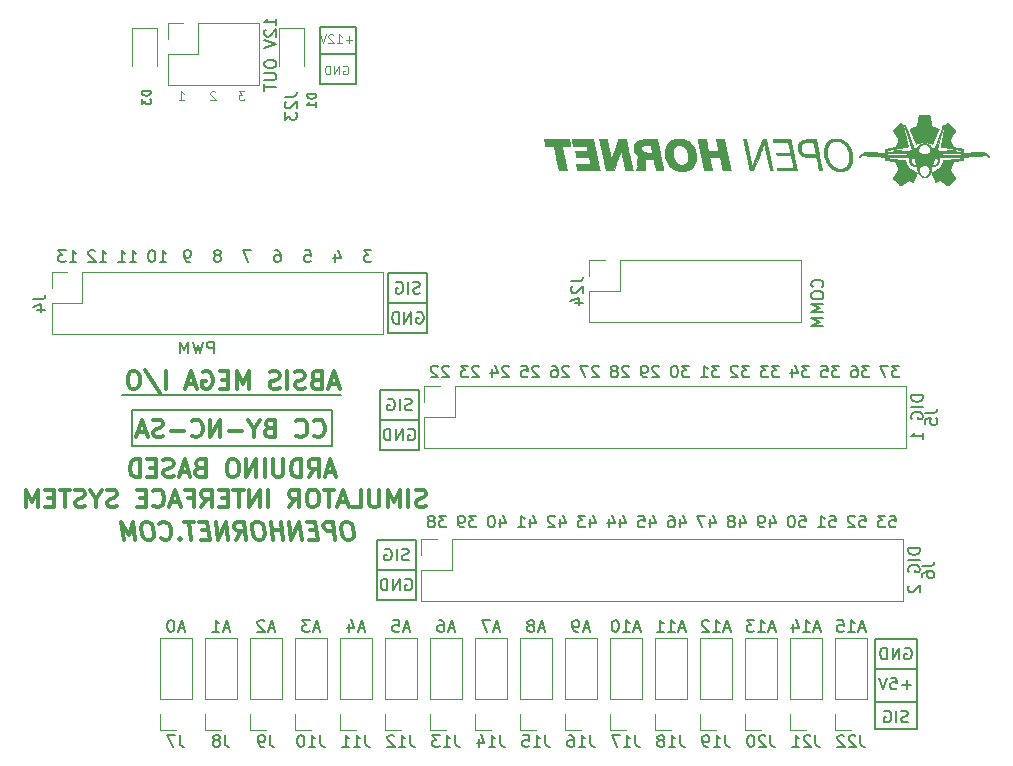
<source format=gbr>
G04 #@! TF.GenerationSoftware,KiCad,Pcbnew,(5.1.4-0-10_14)*
G04 #@! TF.CreationDate,2019-11-14T11:18:41+01:00*
G04 #@! TF.ProjectId,MEGA IO,4d454741-2049-44f2-9e6b-696361645f70,-*
G04 #@! TF.SameCoordinates,Original*
G04 #@! TF.FileFunction,Legend,Bot*
G04 #@! TF.FilePolarity,Positive*
%FSLAX46Y46*%
G04 Gerber Fmt 4.6, Leading zero omitted, Abs format (unit mm)*
G04 Created by KiCad (PCBNEW (5.1.4-0-10_14)) date 2019-11-14 11:18:41*
%MOMM*%
%LPD*%
G04 APERTURE LIST*
%ADD10C,0.300000*%
%ADD11C,0.125000*%
%ADD12C,0.150000*%
%ADD13C,0.010000*%
%ADD14C,0.120000*%
G04 APERTURE END LIST*
D10*
X143621057Y-96257371D02*
X143335342Y-96257371D01*
X143201414Y-96328800D01*
X143076414Y-96471657D01*
X143040700Y-96757371D01*
X143103200Y-97257371D01*
X143210342Y-97543085D01*
X143371057Y-97685942D01*
X143522842Y-97757371D01*
X143808557Y-97757371D01*
X143942485Y-97685942D01*
X144067485Y-97543085D01*
X144103200Y-97257371D01*
X144040700Y-96757371D01*
X143933557Y-96471657D01*
X143772842Y-96328800D01*
X143621057Y-96257371D01*
X142522842Y-97757371D02*
X142335342Y-96257371D01*
X141763914Y-96257371D01*
X141629985Y-96328800D01*
X141567485Y-96400228D01*
X141513914Y-96543085D01*
X141540700Y-96757371D01*
X141629985Y-96900228D01*
X141710342Y-96971657D01*
X141862128Y-97043085D01*
X142433557Y-97043085D01*
X140924628Y-96971657D02*
X140424628Y-96971657D01*
X140308557Y-97757371D02*
X141022842Y-97757371D01*
X140835342Y-96257371D01*
X140121057Y-96257371D01*
X139665700Y-97757371D02*
X139478200Y-96257371D01*
X138808557Y-97757371D01*
X138621057Y-96257371D01*
X138094271Y-97757371D02*
X137906771Y-96257371D01*
X137996057Y-96971657D02*
X137138914Y-96971657D01*
X137237128Y-97757371D02*
X137049628Y-96257371D01*
X136049628Y-96257371D02*
X135763914Y-96257371D01*
X135629985Y-96328800D01*
X135504985Y-96471657D01*
X135469271Y-96757371D01*
X135531771Y-97257371D01*
X135638914Y-97543085D01*
X135799628Y-97685942D01*
X135951414Y-97757371D01*
X136237128Y-97757371D01*
X136371057Y-97685942D01*
X136496057Y-97543085D01*
X136531771Y-97257371D01*
X136469271Y-96757371D01*
X136362128Y-96471657D01*
X136201414Y-96328800D01*
X136049628Y-96257371D01*
X134094271Y-97757371D02*
X134504985Y-97043085D01*
X134951414Y-97757371D02*
X134763914Y-96257371D01*
X134192485Y-96257371D01*
X134058557Y-96328800D01*
X133996057Y-96400228D01*
X133942485Y-96543085D01*
X133969271Y-96757371D01*
X134058557Y-96900228D01*
X134138914Y-96971657D01*
X134290700Y-97043085D01*
X134862128Y-97043085D01*
X133451414Y-97757371D02*
X133263914Y-96257371D01*
X132594271Y-97757371D01*
X132406771Y-96257371D01*
X131781771Y-96971657D02*
X131281771Y-96971657D01*
X131165700Y-97757371D02*
X131879985Y-97757371D01*
X131692485Y-96257371D01*
X130978200Y-96257371D01*
X130549628Y-96257371D02*
X129692485Y-96257371D01*
X130308557Y-97757371D02*
X130121057Y-96257371D01*
X129362128Y-97614514D02*
X129299628Y-97685942D01*
X129379985Y-97757371D01*
X129442485Y-97685942D01*
X129362128Y-97614514D01*
X129379985Y-97757371D01*
X127790700Y-97614514D02*
X127871057Y-97685942D01*
X128094271Y-97757371D01*
X128237128Y-97757371D01*
X128442485Y-97685942D01*
X128567485Y-97543085D01*
X128621057Y-97400228D01*
X128656771Y-97114514D01*
X128629985Y-96900228D01*
X128522842Y-96614514D01*
X128433557Y-96471657D01*
X128272842Y-96328800D01*
X128049628Y-96257371D01*
X127906771Y-96257371D01*
X127701414Y-96328800D01*
X127638914Y-96400228D01*
X126692485Y-96257371D02*
X126406771Y-96257371D01*
X126272842Y-96328800D01*
X126147842Y-96471657D01*
X126112128Y-96757371D01*
X126174628Y-97257371D01*
X126281771Y-97543085D01*
X126442485Y-97685942D01*
X126594271Y-97757371D01*
X126879985Y-97757371D01*
X127013914Y-97685942D01*
X127138914Y-97543085D01*
X127174628Y-97257371D01*
X127112128Y-96757371D01*
X127004985Y-96471657D01*
X126844271Y-96328800D01*
X126692485Y-96257371D01*
X125594271Y-97757371D02*
X125406771Y-96257371D01*
X125040700Y-97328800D01*
X124406771Y-96257371D01*
X124594271Y-97757371D01*
D11*
X134812607Y-59787285D02*
X134348321Y-59787285D01*
X134598321Y-60073000D01*
X134491178Y-60073000D01*
X134419750Y-60108714D01*
X134384035Y-60144428D01*
X134348321Y-60215857D01*
X134348321Y-60394428D01*
X134384035Y-60465857D01*
X134419750Y-60501571D01*
X134491178Y-60537285D01*
X134705464Y-60537285D01*
X134776892Y-60501571D01*
X134812607Y-60465857D01*
X132363892Y-59858714D02*
X132328178Y-59823000D01*
X132256750Y-59787285D01*
X132078178Y-59787285D01*
X132006750Y-59823000D01*
X131971035Y-59858714D01*
X131935321Y-59930142D01*
X131935321Y-60001571D01*
X131971035Y-60108714D01*
X132399607Y-60537285D01*
X131935321Y-60537285D01*
X129268321Y-60537285D02*
X129696892Y-60537285D01*
X129482607Y-60537285D02*
X129482607Y-59787285D01*
X129554035Y-59894428D01*
X129625464Y-59965857D01*
X129696892Y-60001571D01*
D12*
X141192000Y-56642000D02*
X141192000Y-54356000D01*
X144240000Y-54356000D02*
X141192000Y-54356000D01*
X141192000Y-56642000D02*
X144240000Y-56642000D01*
X141192000Y-59182000D02*
X141192000Y-56642000D01*
X144240000Y-59182000D02*
X141192000Y-59182000D01*
X144240000Y-54356000D02*
X144240000Y-59182000D01*
D11*
X143206321Y-57664000D02*
X143277750Y-57628285D01*
X143384892Y-57628285D01*
X143492035Y-57664000D01*
X143563464Y-57735428D01*
X143599178Y-57806857D01*
X143634892Y-57949714D01*
X143634892Y-58056857D01*
X143599178Y-58199714D01*
X143563464Y-58271142D01*
X143492035Y-58342571D01*
X143384892Y-58378285D01*
X143313464Y-58378285D01*
X143206321Y-58342571D01*
X143170607Y-58306857D01*
X143170607Y-58056857D01*
X143313464Y-58056857D01*
X142849178Y-58378285D02*
X142849178Y-57628285D01*
X142420607Y-58378285D01*
X142420607Y-57628285D01*
X142063464Y-58378285D02*
X142063464Y-57628285D01*
X141884892Y-57628285D01*
X141777750Y-57664000D01*
X141706321Y-57735428D01*
X141670607Y-57806857D01*
X141634892Y-57949714D01*
X141634892Y-58056857D01*
X141670607Y-58199714D01*
X141706321Y-58271142D01*
X141777750Y-58342571D01*
X141884892Y-58378285D01*
X142063464Y-58378285D01*
X143980178Y-55425571D02*
X143408750Y-55425571D01*
X143694464Y-55711285D02*
X143694464Y-55139857D01*
X142658750Y-55711285D02*
X143087321Y-55711285D01*
X142873035Y-55711285D02*
X142873035Y-54961285D01*
X142944464Y-55068428D01*
X143015892Y-55139857D01*
X143087321Y-55175571D01*
X142373035Y-55032714D02*
X142337321Y-54997000D01*
X142265892Y-54961285D01*
X142087321Y-54961285D01*
X142015892Y-54997000D01*
X141980178Y-55032714D01*
X141944464Y-55104142D01*
X141944464Y-55175571D01*
X141980178Y-55282714D01*
X142408750Y-55711285D01*
X141944464Y-55711285D01*
X141730178Y-54961285D02*
X141480178Y-55711285D01*
X141230178Y-54961285D01*
D12*
X124434600Y-85521800D02*
X142976600Y-85521800D01*
D10*
X142750857Y-84578000D02*
X142036571Y-84578000D01*
X142893714Y-85006571D02*
X142393714Y-83506571D01*
X141893714Y-85006571D01*
X140893714Y-84220857D02*
X140679428Y-84292285D01*
X140608000Y-84363714D01*
X140536571Y-84506571D01*
X140536571Y-84720857D01*
X140608000Y-84863714D01*
X140679428Y-84935142D01*
X140822285Y-85006571D01*
X141393714Y-85006571D01*
X141393714Y-83506571D01*
X140893714Y-83506571D01*
X140750857Y-83578000D01*
X140679428Y-83649428D01*
X140608000Y-83792285D01*
X140608000Y-83935142D01*
X140679428Y-84078000D01*
X140750857Y-84149428D01*
X140893714Y-84220857D01*
X141393714Y-84220857D01*
X139965142Y-84935142D02*
X139750857Y-85006571D01*
X139393714Y-85006571D01*
X139250857Y-84935142D01*
X139179428Y-84863714D01*
X139108000Y-84720857D01*
X139108000Y-84578000D01*
X139179428Y-84435142D01*
X139250857Y-84363714D01*
X139393714Y-84292285D01*
X139679428Y-84220857D01*
X139822285Y-84149428D01*
X139893714Y-84078000D01*
X139965142Y-83935142D01*
X139965142Y-83792285D01*
X139893714Y-83649428D01*
X139822285Y-83578000D01*
X139679428Y-83506571D01*
X139322285Y-83506571D01*
X139108000Y-83578000D01*
X138465142Y-85006571D02*
X138465142Y-83506571D01*
X137822285Y-84935142D02*
X137608000Y-85006571D01*
X137250857Y-85006571D01*
X137108000Y-84935142D01*
X137036571Y-84863714D01*
X136965142Y-84720857D01*
X136965142Y-84578000D01*
X137036571Y-84435142D01*
X137108000Y-84363714D01*
X137250857Y-84292285D01*
X137536571Y-84220857D01*
X137679428Y-84149428D01*
X137750857Y-84078000D01*
X137822285Y-83935142D01*
X137822285Y-83792285D01*
X137750857Y-83649428D01*
X137679428Y-83578000D01*
X137536571Y-83506571D01*
X137179428Y-83506571D01*
X136965142Y-83578000D01*
X135179428Y-85006571D02*
X135179428Y-83506571D01*
X134679428Y-84578000D01*
X134179428Y-83506571D01*
X134179428Y-85006571D01*
X133465142Y-84220857D02*
X132965142Y-84220857D01*
X132750857Y-85006571D02*
X133465142Y-85006571D01*
X133465142Y-83506571D01*
X132750857Y-83506571D01*
X131322285Y-83578000D02*
X131465142Y-83506571D01*
X131679428Y-83506571D01*
X131893714Y-83578000D01*
X132036571Y-83720857D01*
X132108000Y-83863714D01*
X132179428Y-84149428D01*
X132179428Y-84363714D01*
X132108000Y-84649428D01*
X132036571Y-84792285D01*
X131893714Y-84935142D01*
X131679428Y-85006571D01*
X131536571Y-85006571D01*
X131322285Y-84935142D01*
X131250857Y-84863714D01*
X131250857Y-84363714D01*
X131536571Y-84363714D01*
X130679428Y-84578000D02*
X129965142Y-84578000D01*
X130822285Y-85006571D02*
X130322285Y-83506571D01*
X129822285Y-85006571D01*
X128179428Y-85006571D02*
X128179428Y-83506571D01*
X126393714Y-83435142D02*
X127679428Y-85363714D01*
X125608000Y-83506571D02*
X125322285Y-83506571D01*
X125179428Y-83578000D01*
X125036571Y-83720857D01*
X124965142Y-84006571D01*
X124965142Y-84506571D01*
X125036571Y-84792285D01*
X125179428Y-84935142D01*
X125322285Y-85006571D01*
X125608000Y-85006571D01*
X125750857Y-84935142D01*
X125893714Y-84792285D01*
X125965142Y-84506571D01*
X125965142Y-84006571D01*
X125893714Y-83720857D01*
X125750857Y-83578000D01*
X125608000Y-83506571D01*
D12*
X142240000Y-89814400D02*
X142240000Y-86766400D01*
X125349000Y-86766400D02*
X125349000Y-89814400D01*
X142240000Y-86766400D02*
X125349000Y-86766400D01*
X125349000Y-89814400D02*
X142240000Y-89814400D01*
D10*
X140731000Y-88953114D02*
X140802428Y-89024542D01*
X141016714Y-89095971D01*
X141159571Y-89095971D01*
X141373857Y-89024542D01*
X141516714Y-88881685D01*
X141588142Y-88738828D01*
X141659571Y-88453114D01*
X141659571Y-88238828D01*
X141588142Y-87953114D01*
X141516714Y-87810257D01*
X141373857Y-87667400D01*
X141159571Y-87595971D01*
X141016714Y-87595971D01*
X140802428Y-87667400D01*
X140731000Y-87738828D01*
X139231000Y-88953114D02*
X139302428Y-89024542D01*
X139516714Y-89095971D01*
X139659571Y-89095971D01*
X139873857Y-89024542D01*
X140016714Y-88881685D01*
X140088142Y-88738828D01*
X140159571Y-88453114D01*
X140159571Y-88238828D01*
X140088142Y-87953114D01*
X140016714Y-87810257D01*
X139873857Y-87667400D01*
X139659571Y-87595971D01*
X139516714Y-87595971D01*
X139302428Y-87667400D01*
X139231000Y-87738828D01*
X136945285Y-88310257D02*
X136731000Y-88381685D01*
X136659571Y-88453114D01*
X136588142Y-88595971D01*
X136588142Y-88810257D01*
X136659571Y-88953114D01*
X136731000Y-89024542D01*
X136873857Y-89095971D01*
X137445285Y-89095971D01*
X137445285Y-87595971D01*
X136945285Y-87595971D01*
X136802428Y-87667400D01*
X136731000Y-87738828D01*
X136659571Y-87881685D01*
X136659571Y-88024542D01*
X136731000Y-88167400D01*
X136802428Y-88238828D01*
X136945285Y-88310257D01*
X137445285Y-88310257D01*
X135659571Y-88381685D02*
X135659571Y-89095971D01*
X136159571Y-87595971D02*
X135659571Y-88381685D01*
X135159571Y-87595971D01*
X134659571Y-88524542D02*
X133516714Y-88524542D01*
X132802428Y-89095971D02*
X132802428Y-87595971D01*
X131945285Y-89095971D01*
X131945285Y-87595971D01*
X130373857Y-88953114D02*
X130445285Y-89024542D01*
X130659571Y-89095971D01*
X130802428Y-89095971D01*
X131016714Y-89024542D01*
X131159571Y-88881685D01*
X131231000Y-88738828D01*
X131302428Y-88453114D01*
X131302428Y-88238828D01*
X131231000Y-87953114D01*
X131159571Y-87810257D01*
X131016714Y-87667400D01*
X130802428Y-87595971D01*
X130659571Y-87595971D01*
X130445285Y-87667400D01*
X130373857Y-87738828D01*
X129731000Y-88524542D02*
X128588142Y-88524542D01*
X127945285Y-89024542D02*
X127731000Y-89095971D01*
X127373857Y-89095971D01*
X127231000Y-89024542D01*
X127159571Y-88953114D01*
X127088142Y-88810257D01*
X127088142Y-88667400D01*
X127159571Y-88524542D01*
X127231000Y-88453114D01*
X127373857Y-88381685D01*
X127659571Y-88310257D01*
X127802428Y-88238828D01*
X127873857Y-88167400D01*
X127945285Y-88024542D01*
X127945285Y-87881685D01*
X127873857Y-87738828D01*
X127802428Y-87667400D01*
X127659571Y-87595971D01*
X127302428Y-87595971D01*
X127088142Y-87667400D01*
X126516714Y-88667400D02*
X125802428Y-88667400D01*
X126659571Y-89095971D02*
X126159571Y-87595971D01*
X125659571Y-89095971D01*
X142473000Y-92040600D02*
X141758714Y-92040600D01*
X142615857Y-92469171D02*
X142115857Y-90969171D01*
X141615857Y-92469171D01*
X140258714Y-92469171D02*
X140758714Y-91754885D01*
X141115857Y-92469171D02*
X141115857Y-90969171D01*
X140544428Y-90969171D01*
X140401571Y-91040600D01*
X140330142Y-91112028D01*
X140258714Y-91254885D01*
X140258714Y-91469171D01*
X140330142Y-91612028D01*
X140401571Y-91683457D01*
X140544428Y-91754885D01*
X141115857Y-91754885D01*
X139615857Y-92469171D02*
X139615857Y-90969171D01*
X139258714Y-90969171D01*
X139044428Y-91040600D01*
X138901571Y-91183457D01*
X138830142Y-91326314D01*
X138758714Y-91612028D01*
X138758714Y-91826314D01*
X138830142Y-92112028D01*
X138901571Y-92254885D01*
X139044428Y-92397742D01*
X139258714Y-92469171D01*
X139615857Y-92469171D01*
X138115857Y-90969171D02*
X138115857Y-92183457D01*
X138044428Y-92326314D01*
X137973000Y-92397742D01*
X137830142Y-92469171D01*
X137544428Y-92469171D01*
X137401571Y-92397742D01*
X137330142Y-92326314D01*
X137258714Y-92183457D01*
X137258714Y-90969171D01*
X136544428Y-92469171D02*
X136544428Y-90969171D01*
X135830142Y-92469171D02*
X135830142Y-90969171D01*
X134973000Y-92469171D01*
X134973000Y-90969171D01*
X133973000Y-90969171D02*
X133687285Y-90969171D01*
X133544428Y-91040600D01*
X133401571Y-91183457D01*
X133330142Y-91469171D01*
X133330142Y-91969171D01*
X133401571Y-92254885D01*
X133544428Y-92397742D01*
X133687285Y-92469171D01*
X133973000Y-92469171D01*
X134115857Y-92397742D01*
X134258714Y-92254885D01*
X134330142Y-91969171D01*
X134330142Y-91469171D01*
X134258714Y-91183457D01*
X134115857Y-91040600D01*
X133973000Y-90969171D01*
X131044428Y-91683457D02*
X130830142Y-91754885D01*
X130758714Y-91826314D01*
X130687285Y-91969171D01*
X130687285Y-92183457D01*
X130758714Y-92326314D01*
X130830142Y-92397742D01*
X130973000Y-92469171D01*
X131544428Y-92469171D01*
X131544428Y-90969171D01*
X131044428Y-90969171D01*
X130901571Y-91040600D01*
X130830142Y-91112028D01*
X130758714Y-91254885D01*
X130758714Y-91397742D01*
X130830142Y-91540600D01*
X130901571Y-91612028D01*
X131044428Y-91683457D01*
X131544428Y-91683457D01*
X130115857Y-92040600D02*
X129401571Y-92040600D01*
X130258714Y-92469171D02*
X129758714Y-90969171D01*
X129258714Y-92469171D01*
X128830142Y-92397742D02*
X128615857Y-92469171D01*
X128258714Y-92469171D01*
X128115857Y-92397742D01*
X128044428Y-92326314D01*
X127973000Y-92183457D01*
X127973000Y-92040600D01*
X128044428Y-91897742D01*
X128115857Y-91826314D01*
X128258714Y-91754885D01*
X128544428Y-91683457D01*
X128687285Y-91612028D01*
X128758714Y-91540600D01*
X128830142Y-91397742D01*
X128830142Y-91254885D01*
X128758714Y-91112028D01*
X128687285Y-91040600D01*
X128544428Y-90969171D01*
X128187285Y-90969171D01*
X127973000Y-91040600D01*
X127330142Y-91683457D02*
X126830142Y-91683457D01*
X126615857Y-92469171D02*
X127330142Y-92469171D01*
X127330142Y-90969171D01*
X126615857Y-90969171D01*
X125973000Y-92469171D02*
X125973000Y-90969171D01*
X125615857Y-90969171D01*
X125401571Y-91040600D01*
X125258714Y-91183457D01*
X125187285Y-91326314D01*
X125115857Y-91612028D01*
X125115857Y-91826314D01*
X125187285Y-92112028D01*
X125258714Y-92254885D01*
X125401571Y-92397742D01*
X125615857Y-92469171D01*
X125973000Y-92469171D01*
X150187285Y-94947742D02*
X149973000Y-95019171D01*
X149615857Y-95019171D01*
X149473000Y-94947742D01*
X149401571Y-94876314D01*
X149330142Y-94733457D01*
X149330142Y-94590600D01*
X149401571Y-94447742D01*
X149473000Y-94376314D01*
X149615857Y-94304885D01*
X149901571Y-94233457D01*
X150044428Y-94162028D01*
X150115857Y-94090600D01*
X150187285Y-93947742D01*
X150187285Y-93804885D01*
X150115857Y-93662028D01*
X150044428Y-93590600D01*
X149901571Y-93519171D01*
X149544428Y-93519171D01*
X149330142Y-93590600D01*
X148687285Y-95019171D02*
X148687285Y-93519171D01*
X147973000Y-95019171D02*
X147973000Y-93519171D01*
X147473000Y-94590600D01*
X146973000Y-93519171D01*
X146973000Y-95019171D01*
X146258714Y-93519171D02*
X146258714Y-94733457D01*
X146187285Y-94876314D01*
X146115857Y-94947742D01*
X145973000Y-95019171D01*
X145687285Y-95019171D01*
X145544428Y-94947742D01*
X145473000Y-94876314D01*
X145401571Y-94733457D01*
X145401571Y-93519171D01*
X143973000Y-95019171D02*
X144687285Y-95019171D01*
X144687285Y-93519171D01*
X143544428Y-94590600D02*
X142830142Y-94590600D01*
X143687285Y-95019171D02*
X143187285Y-93519171D01*
X142687285Y-95019171D01*
X142401571Y-93519171D02*
X141544428Y-93519171D01*
X141973000Y-95019171D02*
X141973000Y-93519171D01*
X140758714Y-93519171D02*
X140473000Y-93519171D01*
X140330142Y-93590600D01*
X140187285Y-93733457D01*
X140115857Y-94019171D01*
X140115857Y-94519171D01*
X140187285Y-94804885D01*
X140330142Y-94947742D01*
X140473000Y-95019171D01*
X140758714Y-95019171D01*
X140901571Y-94947742D01*
X141044428Y-94804885D01*
X141115857Y-94519171D01*
X141115857Y-94019171D01*
X141044428Y-93733457D01*
X140901571Y-93590600D01*
X140758714Y-93519171D01*
X138615857Y-95019171D02*
X139115857Y-94304885D01*
X139473000Y-95019171D02*
X139473000Y-93519171D01*
X138901571Y-93519171D01*
X138758714Y-93590600D01*
X138687285Y-93662028D01*
X138615857Y-93804885D01*
X138615857Y-94019171D01*
X138687285Y-94162028D01*
X138758714Y-94233457D01*
X138901571Y-94304885D01*
X139473000Y-94304885D01*
X136830142Y-95019171D02*
X136830142Y-93519171D01*
X136115857Y-95019171D02*
X136115857Y-93519171D01*
X135258714Y-95019171D01*
X135258714Y-93519171D01*
X134758714Y-93519171D02*
X133901571Y-93519171D01*
X134330142Y-95019171D02*
X134330142Y-93519171D01*
X133401571Y-94233457D02*
X132901571Y-94233457D01*
X132687285Y-95019171D02*
X133401571Y-95019171D01*
X133401571Y-93519171D01*
X132687285Y-93519171D01*
X131187285Y-95019171D02*
X131687285Y-94304885D01*
X132044428Y-95019171D02*
X132044428Y-93519171D01*
X131473000Y-93519171D01*
X131330142Y-93590600D01*
X131258714Y-93662028D01*
X131187285Y-93804885D01*
X131187285Y-94019171D01*
X131258714Y-94162028D01*
X131330142Y-94233457D01*
X131473000Y-94304885D01*
X132044428Y-94304885D01*
X130044428Y-94233457D02*
X130544428Y-94233457D01*
X130544428Y-95019171D02*
X130544428Y-93519171D01*
X129830142Y-93519171D01*
X129330142Y-94590600D02*
X128615857Y-94590600D01*
X129473000Y-95019171D02*
X128973000Y-93519171D01*
X128473000Y-95019171D01*
X127115857Y-94876314D02*
X127187285Y-94947742D01*
X127401571Y-95019171D01*
X127544428Y-95019171D01*
X127758714Y-94947742D01*
X127901571Y-94804885D01*
X127973000Y-94662028D01*
X128044428Y-94376314D01*
X128044428Y-94162028D01*
X127973000Y-93876314D01*
X127901571Y-93733457D01*
X127758714Y-93590600D01*
X127544428Y-93519171D01*
X127401571Y-93519171D01*
X127187285Y-93590600D01*
X127115857Y-93662028D01*
X126473000Y-94233457D02*
X125973000Y-94233457D01*
X125758714Y-95019171D02*
X126473000Y-95019171D01*
X126473000Y-93519171D01*
X125758714Y-93519171D01*
X124044428Y-94947742D02*
X123830142Y-95019171D01*
X123473000Y-95019171D01*
X123330142Y-94947742D01*
X123258714Y-94876314D01*
X123187285Y-94733457D01*
X123187285Y-94590600D01*
X123258714Y-94447742D01*
X123330142Y-94376314D01*
X123473000Y-94304885D01*
X123758714Y-94233457D01*
X123901571Y-94162028D01*
X123973000Y-94090600D01*
X124044428Y-93947742D01*
X124044428Y-93804885D01*
X123973000Y-93662028D01*
X123901571Y-93590600D01*
X123758714Y-93519171D01*
X123401571Y-93519171D01*
X123187285Y-93590600D01*
X122258714Y-94304885D02*
X122258714Y-95019171D01*
X122758714Y-93519171D02*
X122258714Y-94304885D01*
X121758714Y-93519171D01*
X121330142Y-94947742D02*
X121115857Y-95019171D01*
X120758714Y-95019171D01*
X120615857Y-94947742D01*
X120544428Y-94876314D01*
X120473000Y-94733457D01*
X120473000Y-94590600D01*
X120544428Y-94447742D01*
X120615857Y-94376314D01*
X120758714Y-94304885D01*
X121044428Y-94233457D01*
X121187285Y-94162028D01*
X121258714Y-94090600D01*
X121330142Y-93947742D01*
X121330142Y-93804885D01*
X121258714Y-93662028D01*
X121187285Y-93590600D01*
X121044428Y-93519171D01*
X120687285Y-93519171D01*
X120473000Y-93590600D01*
X120044428Y-93519171D02*
X119187285Y-93519171D01*
X119615857Y-95019171D02*
X119615857Y-93519171D01*
X118687285Y-94233457D02*
X118187285Y-94233457D01*
X117973000Y-95019171D02*
X118687285Y-95019171D01*
X118687285Y-93519171D01*
X117973000Y-93519171D01*
X117330142Y-95019171D02*
X117330142Y-93519171D01*
X116830142Y-94590600D01*
X116330142Y-93519171D01*
X116330142Y-95019171D01*
D12*
X120030476Y-74255380D02*
X120601904Y-74255380D01*
X120316190Y-74255380D02*
X120316190Y-73255380D01*
X120411428Y-73398238D01*
X120506666Y-73493476D01*
X120601904Y-73541095D01*
X119697142Y-73255380D02*
X119078095Y-73255380D01*
X119411428Y-73636333D01*
X119268571Y-73636333D01*
X119173333Y-73683952D01*
X119125714Y-73731571D01*
X119078095Y-73826809D01*
X119078095Y-74064904D01*
X119125714Y-74160142D01*
X119173333Y-74207761D01*
X119268571Y-74255380D01*
X119554285Y-74255380D01*
X119649523Y-74207761D01*
X119697142Y-74160142D01*
X125110476Y-74255380D02*
X125681904Y-74255380D01*
X125396190Y-74255380D02*
X125396190Y-73255380D01*
X125491428Y-73398238D01*
X125586666Y-73493476D01*
X125681904Y-73541095D01*
X124158095Y-74255380D02*
X124729523Y-74255380D01*
X124443809Y-74255380D02*
X124443809Y-73255380D01*
X124539047Y-73398238D01*
X124634285Y-73493476D01*
X124729523Y-73541095D01*
X122570476Y-74255380D02*
X123141904Y-74255380D01*
X122856190Y-74255380D02*
X122856190Y-73255380D01*
X122951428Y-73398238D01*
X123046666Y-73493476D01*
X123141904Y-73541095D01*
X122189523Y-73350619D02*
X122141904Y-73303000D01*
X122046666Y-73255380D01*
X121808571Y-73255380D01*
X121713333Y-73303000D01*
X121665714Y-73350619D01*
X121618095Y-73445857D01*
X121618095Y-73541095D01*
X121665714Y-73683952D01*
X122237142Y-74255380D01*
X121618095Y-74255380D01*
X127650476Y-74255380D02*
X128221904Y-74255380D01*
X127936190Y-74255380D02*
X127936190Y-73255380D01*
X128031428Y-73398238D01*
X128126666Y-73493476D01*
X128221904Y-73541095D01*
X127031428Y-73255380D02*
X126936190Y-73255380D01*
X126840952Y-73303000D01*
X126793333Y-73350619D01*
X126745714Y-73445857D01*
X126698095Y-73636333D01*
X126698095Y-73874428D01*
X126745714Y-74064904D01*
X126793333Y-74160142D01*
X126840952Y-74207761D01*
X126936190Y-74255380D01*
X127031428Y-74255380D01*
X127126666Y-74207761D01*
X127174285Y-74160142D01*
X127221904Y-74064904D01*
X127269523Y-73874428D01*
X127269523Y-73636333D01*
X127221904Y-73445857D01*
X127174285Y-73350619D01*
X127126666Y-73303000D01*
X127031428Y-73255380D01*
X139921904Y-73255380D02*
X140398095Y-73255380D01*
X140445714Y-73731571D01*
X140398095Y-73683952D01*
X140302857Y-73636333D01*
X140064761Y-73636333D01*
X139969523Y-73683952D01*
X139921904Y-73731571D01*
X139874285Y-73826809D01*
X139874285Y-74064904D01*
X139921904Y-74160142D01*
X139969523Y-74207761D01*
X140064761Y-74255380D01*
X140302857Y-74255380D01*
X140398095Y-74207761D01*
X140445714Y-74160142D01*
X135413333Y-73255380D02*
X134746666Y-73255380D01*
X135175238Y-74255380D01*
X137429523Y-73255380D02*
X137620000Y-73255380D01*
X137715238Y-73303000D01*
X137762857Y-73350619D01*
X137858095Y-73493476D01*
X137905714Y-73683952D01*
X137905714Y-74064904D01*
X137858095Y-74160142D01*
X137810476Y-74207761D01*
X137715238Y-74255380D01*
X137524761Y-74255380D01*
X137429523Y-74207761D01*
X137381904Y-74160142D01*
X137334285Y-74064904D01*
X137334285Y-73826809D01*
X137381904Y-73731571D01*
X137429523Y-73683952D01*
X137524761Y-73636333D01*
X137715238Y-73636333D01*
X137810476Y-73683952D01*
X137858095Y-73731571D01*
X137905714Y-73826809D01*
X130190476Y-74255380D02*
X130000000Y-74255380D01*
X129904761Y-74207761D01*
X129857142Y-74160142D01*
X129761904Y-74017285D01*
X129714285Y-73826809D01*
X129714285Y-73445857D01*
X129761904Y-73350619D01*
X129809523Y-73303000D01*
X129904761Y-73255380D01*
X130095238Y-73255380D01*
X130190476Y-73303000D01*
X130238095Y-73350619D01*
X130285714Y-73445857D01*
X130285714Y-73683952D01*
X130238095Y-73779190D01*
X130190476Y-73826809D01*
X130095238Y-73874428D01*
X129904761Y-73874428D01*
X129809523Y-73826809D01*
X129761904Y-73779190D01*
X129714285Y-73683952D01*
X132635238Y-73683952D02*
X132730476Y-73636333D01*
X132778095Y-73588714D01*
X132825714Y-73493476D01*
X132825714Y-73445857D01*
X132778095Y-73350619D01*
X132730476Y-73303000D01*
X132635238Y-73255380D01*
X132444761Y-73255380D01*
X132349523Y-73303000D01*
X132301904Y-73350619D01*
X132254285Y-73445857D01*
X132254285Y-73493476D01*
X132301904Y-73588714D01*
X132349523Y-73636333D01*
X132444761Y-73683952D01*
X132635238Y-73683952D01*
X132730476Y-73731571D01*
X132778095Y-73779190D01*
X132825714Y-73874428D01*
X132825714Y-74064904D01*
X132778095Y-74160142D01*
X132730476Y-74207761D01*
X132635238Y-74255380D01*
X132444761Y-74255380D01*
X132349523Y-74207761D01*
X132301904Y-74160142D01*
X132254285Y-74064904D01*
X132254285Y-73874428D01*
X132301904Y-73779190D01*
X132349523Y-73731571D01*
X132444761Y-73683952D01*
X142509523Y-73588714D02*
X142509523Y-74255380D01*
X142747619Y-73207761D02*
X142985714Y-73922047D01*
X142366666Y-73922047D01*
X145573333Y-73255380D02*
X144954285Y-73255380D01*
X145287619Y-73636333D01*
X145144761Y-73636333D01*
X145049523Y-73683952D01*
X145001904Y-73731571D01*
X144954285Y-73826809D01*
X144954285Y-74064904D01*
X145001904Y-74160142D01*
X145049523Y-74207761D01*
X145144761Y-74255380D01*
X145430476Y-74255380D01*
X145525714Y-74207761D01*
X145573333Y-74160142D01*
X147018000Y-80280000D02*
X150320000Y-80280000D01*
X150320000Y-77740000D02*
X147018000Y-77740000D01*
X149430904Y-78510000D02*
X149526142Y-78462380D01*
X149669000Y-78462380D01*
X149811857Y-78510000D01*
X149907095Y-78605238D01*
X149954714Y-78700476D01*
X150002333Y-78890952D01*
X150002333Y-79033809D01*
X149954714Y-79224285D01*
X149907095Y-79319523D01*
X149811857Y-79414761D01*
X149669000Y-79462380D01*
X149573761Y-79462380D01*
X149430904Y-79414761D01*
X149383285Y-79367142D01*
X149383285Y-79033809D01*
X149573761Y-79033809D01*
X148954714Y-79462380D02*
X148954714Y-78462380D01*
X148383285Y-79462380D01*
X148383285Y-78462380D01*
X147907095Y-79462380D02*
X147907095Y-78462380D01*
X147669000Y-78462380D01*
X147526142Y-78510000D01*
X147430904Y-78605238D01*
X147383285Y-78700476D01*
X147335666Y-78890952D01*
X147335666Y-79033809D01*
X147383285Y-79224285D01*
X147430904Y-79319523D01*
X147526142Y-79414761D01*
X147669000Y-79462380D01*
X147907095Y-79462380D01*
X147018000Y-80280000D02*
X147018000Y-75200000D01*
X150320000Y-75200000D02*
X147018000Y-75200000D01*
X150320000Y-75200000D02*
X150320000Y-80280000D01*
X149692809Y-76874761D02*
X149549952Y-76922380D01*
X149311857Y-76922380D01*
X149216619Y-76874761D01*
X149169000Y-76827142D01*
X149121380Y-76731904D01*
X149121380Y-76636666D01*
X149169000Y-76541428D01*
X149216619Y-76493809D01*
X149311857Y-76446190D01*
X149502333Y-76398571D01*
X149597571Y-76350952D01*
X149645190Y-76303333D01*
X149692809Y-76208095D01*
X149692809Y-76112857D01*
X149645190Y-76017619D01*
X149597571Y-75970000D01*
X149502333Y-75922380D01*
X149264238Y-75922380D01*
X149121380Y-75970000D01*
X148692809Y-76922380D02*
X148692809Y-75922380D01*
X147692809Y-75970000D02*
X147788047Y-75922380D01*
X147930904Y-75922380D01*
X148073761Y-75970000D01*
X148169000Y-76065238D01*
X148216619Y-76160476D01*
X148264238Y-76350952D01*
X148264238Y-76493809D01*
X148216619Y-76684285D01*
X148169000Y-76779523D01*
X148073761Y-76874761D01*
X147930904Y-76922380D01*
X147835666Y-76922380D01*
X147692809Y-76874761D01*
X147645190Y-76827142D01*
X147645190Y-76493809D01*
X147835666Y-76493809D01*
X182673523Y-83018380D02*
X182054476Y-83018380D01*
X182387809Y-83399333D01*
X182244952Y-83399333D01*
X182149714Y-83446952D01*
X182102095Y-83494571D01*
X182054476Y-83589809D01*
X182054476Y-83827904D01*
X182102095Y-83923142D01*
X182149714Y-83970761D01*
X182244952Y-84018380D01*
X182530666Y-84018380D01*
X182625904Y-83970761D01*
X182673523Y-83923142D01*
X181197333Y-83351714D02*
X181197333Y-84018380D01*
X181435428Y-82970761D02*
X181673523Y-83685047D01*
X181054476Y-83685047D01*
X180133523Y-83018380D02*
X179514476Y-83018380D01*
X179847809Y-83399333D01*
X179704952Y-83399333D01*
X179609714Y-83446952D01*
X179562095Y-83494571D01*
X179514476Y-83589809D01*
X179514476Y-83827904D01*
X179562095Y-83923142D01*
X179609714Y-83970761D01*
X179704952Y-84018380D01*
X179990666Y-84018380D01*
X180085904Y-83970761D01*
X180133523Y-83923142D01*
X179181142Y-83018380D02*
X178562095Y-83018380D01*
X178895428Y-83399333D01*
X178752571Y-83399333D01*
X178657333Y-83446952D01*
X178609714Y-83494571D01*
X178562095Y-83589809D01*
X178562095Y-83827904D01*
X178609714Y-83923142D01*
X178657333Y-83970761D01*
X178752571Y-84018380D01*
X179038285Y-84018380D01*
X179133523Y-83970761D01*
X179181142Y-83923142D01*
X177593523Y-83018380D02*
X176974476Y-83018380D01*
X177307809Y-83399333D01*
X177164952Y-83399333D01*
X177069714Y-83446952D01*
X177022095Y-83494571D01*
X176974476Y-83589809D01*
X176974476Y-83827904D01*
X177022095Y-83923142D01*
X177069714Y-83970761D01*
X177164952Y-84018380D01*
X177450666Y-84018380D01*
X177545904Y-83970761D01*
X177593523Y-83923142D01*
X176593523Y-83113619D02*
X176545904Y-83066000D01*
X176450666Y-83018380D01*
X176212571Y-83018380D01*
X176117333Y-83066000D01*
X176069714Y-83113619D01*
X176022095Y-83208857D01*
X176022095Y-83304095D01*
X176069714Y-83446952D01*
X176641142Y-84018380D01*
X176022095Y-84018380D01*
X175053523Y-83018380D02*
X174434476Y-83018380D01*
X174767809Y-83399333D01*
X174624952Y-83399333D01*
X174529714Y-83446952D01*
X174482095Y-83494571D01*
X174434476Y-83589809D01*
X174434476Y-83827904D01*
X174482095Y-83923142D01*
X174529714Y-83970761D01*
X174624952Y-84018380D01*
X174910666Y-84018380D01*
X175005904Y-83970761D01*
X175053523Y-83923142D01*
X173482095Y-84018380D02*
X174053523Y-84018380D01*
X173767809Y-84018380D02*
X173767809Y-83018380D01*
X173863047Y-83161238D01*
X173958285Y-83256476D01*
X174053523Y-83304095D01*
X172513523Y-83018380D02*
X171894476Y-83018380D01*
X172227809Y-83399333D01*
X172084952Y-83399333D01*
X171989714Y-83446952D01*
X171942095Y-83494571D01*
X171894476Y-83589809D01*
X171894476Y-83827904D01*
X171942095Y-83923142D01*
X171989714Y-83970761D01*
X172084952Y-84018380D01*
X172370666Y-84018380D01*
X172465904Y-83970761D01*
X172513523Y-83923142D01*
X171275428Y-83018380D02*
X171180190Y-83018380D01*
X171084952Y-83066000D01*
X171037333Y-83113619D01*
X170989714Y-83208857D01*
X170942095Y-83399333D01*
X170942095Y-83637428D01*
X170989714Y-83827904D01*
X171037333Y-83923142D01*
X171084952Y-83970761D01*
X171180190Y-84018380D01*
X171275428Y-84018380D01*
X171370666Y-83970761D01*
X171418285Y-83923142D01*
X171465904Y-83827904D01*
X171513523Y-83637428D01*
X171513523Y-83399333D01*
X171465904Y-83208857D01*
X171418285Y-83113619D01*
X171370666Y-83066000D01*
X171275428Y-83018380D01*
X162305904Y-83113619D02*
X162258285Y-83066000D01*
X162163047Y-83018380D01*
X161924952Y-83018380D01*
X161829714Y-83066000D01*
X161782095Y-83113619D01*
X161734476Y-83208857D01*
X161734476Y-83304095D01*
X161782095Y-83446952D01*
X162353523Y-84018380D01*
X161734476Y-84018380D01*
X160877333Y-83018380D02*
X161067809Y-83018380D01*
X161163047Y-83066000D01*
X161210666Y-83113619D01*
X161305904Y-83256476D01*
X161353523Y-83446952D01*
X161353523Y-83827904D01*
X161305904Y-83923142D01*
X161258285Y-83970761D01*
X161163047Y-84018380D01*
X160972571Y-84018380D01*
X160877333Y-83970761D01*
X160829714Y-83923142D01*
X160782095Y-83827904D01*
X160782095Y-83589809D01*
X160829714Y-83494571D01*
X160877333Y-83446952D01*
X160972571Y-83399333D01*
X161163047Y-83399333D01*
X161258285Y-83446952D01*
X161305904Y-83494571D01*
X161353523Y-83589809D01*
X159765904Y-83113619D02*
X159718285Y-83066000D01*
X159623047Y-83018380D01*
X159384952Y-83018380D01*
X159289714Y-83066000D01*
X159242095Y-83113619D01*
X159194476Y-83208857D01*
X159194476Y-83304095D01*
X159242095Y-83446952D01*
X159813523Y-84018380D01*
X159194476Y-84018380D01*
X158289714Y-83018380D02*
X158765904Y-83018380D01*
X158813523Y-83494571D01*
X158765904Y-83446952D01*
X158670666Y-83399333D01*
X158432571Y-83399333D01*
X158337333Y-83446952D01*
X158289714Y-83494571D01*
X158242095Y-83589809D01*
X158242095Y-83827904D01*
X158289714Y-83923142D01*
X158337333Y-83970761D01*
X158432571Y-84018380D01*
X158670666Y-84018380D01*
X158765904Y-83970761D01*
X158813523Y-83923142D01*
X169925904Y-83113619D02*
X169878285Y-83066000D01*
X169783047Y-83018380D01*
X169544952Y-83018380D01*
X169449714Y-83066000D01*
X169402095Y-83113619D01*
X169354476Y-83208857D01*
X169354476Y-83304095D01*
X169402095Y-83446952D01*
X169973523Y-84018380D01*
X169354476Y-84018380D01*
X168878285Y-84018380D02*
X168687809Y-84018380D01*
X168592571Y-83970761D01*
X168544952Y-83923142D01*
X168449714Y-83780285D01*
X168402095Y-83589809D01*
X168402095Y-83208857D01*
X168449714Y-83113619D01*
X168497333Y-83066000D01*
X168592571Y-83018380D01*
X168783047Y-83018380D01*
X168878285Y-83066000D01*
X168925904Y-83113619D01*
X168973523Y-83208857D01*
X168973523Y-83446952D01*
X168925904Y-83542190D01*
X168878285Y-83589809D01*
X168783047Y-83637428D01*
X168592571Y-83637428D01*
X168497333Y-83589809D01*
X168449714Y-83542190D01*
X168402095Y-83446952D01*
X167385904Y-83113619D02*
X167338285Y-83066000D01*
X167243047Y-83018380D01*
X167004952Y-83018380D01*
X166909714Y-83066000D01*
X166862095Y-83113619D01*
X166814476Y-83208857D01*
X166814476Y-83304095D01*
X166862095Y-83446952D01*
X167433523Y-84018380D01*
X166814476Y-84018380D01*
X166243047Y-83446952D02*
X166338285Y-83399333D01*
X166385904Y-83351714D01*
X166433523Y-83256476D01*
X166433523Y-83208857D01*
X166385904Y-83113619D01*
X166338285Y-83066000D01*
X166243047Y-83018380D01*
X166052571Y-83018380D01*
X165957333Y-83066000D01*
X165909714Y-83113619D01*
X165862095Y-83208857D01*
X165862095Y-83256476D01*
X165909714Y-83351714D01*
X165957333Y-83399333D01*
X166052571Y-83446952D01*
X166243047Y-83446952D01*
X166338285Y-83494571D01*
X166385904Y-83542190D01*
X166433523Y-83637428D01*
X166433523Y-83827904D01*
X166385904Y-83923142D01*
X166338285Y-83970761D01*
X166243047Y-84018380D01*
X166052571Y-84018380D01*
X165957333Y-83970761D01*
X165909714Y-83923142D01*
X165862095Y-83827904D01*
X165862095Y-83637428D01*
X165909714Y-83542190D01*
X165957333Y-83494571D01*
X166052571Y-83446952D01*
X164845904Y-83113619D02*
X164798285Y-83066000D01*
X164703047Y-83018380D01*
X164464952Y-83018380D01*
X164369714Y-83066000D01*
X164322095Y-83113619D01*
X164274476Y-83208857D01*
X164274476Y-83304095D01*
X164322095Y-83446952D01*
X164893523Y-84018380D01*
X164274476Y-84018380D01*
X163941142Y-83018380D02*
X163274476Y-83018380D01*
X163703047Y-84018380D01*
X190293523Y-83018380D02*
X189674476Y-83018380D01*
X190007809Y-83399333D01*
X189864952Y-83399333D01*
X189769714Y-83446952D01*
X189722095Y-83494571D01*
X189674476Y-83589809D01*
X189674476Y-83827904D01*
X189722095Y-83923142D01*
X189769714Y-83970761D01*
X189864952Y-84018380D01*
X190150666Y-84018380D01*
X190245904Y-83970761D01*
X190293523Y-83923142D01*
X189341142Y-83018380D02*
X188674476Y-83018380D01*
X189103047Y-84018380D01*
X187753523Y-83018380D02*
X187134476Y-83018380D01*
X187467809Y-83399333D01*
X187324952Y-83399333D01*
X187229714Y-83446952D01*
X187182095Y-83494571D01*
X187134476Y-83589809D01*
X187134476Y-83827904D01*
X187182095Y-83923142D01*
X187229714Y-83970761D01*
X187324952Y-84018380D01*
X187610666Y-84018380D01*
X187705904Y-83970761D01*
X187753523Y-83923142D01*
X186277333Y-83018380D02*
X186467809Y-83018380D01*
X186563047Y-83066000D01*
X186610666Y-83113619D01*
X186705904Y-83256476D01*
X186753523Y-83446952D01*
X186753523Y-83827904D01*
X186705904Y-83923142D01*
X186658285Y-83970761D01*
X186563047Y-84018380D01*
X186372571Y-84018380D01*
X186277333Y-83970761D01*
X186229714Y-83923142D01*
X186182095Y-83827904D01*
X186182095Y-83589809D01*
X186229714Y-83494571D01*
X186277333Y-83446952D01*
X186372571Y-83399333D01*
X186563047Y-83399333D01*
X186658285Y-83446952D01*
X186705904Y-83494571D01*
X186753523Y-83589809D01*
X185213523Y-83018380D02*
X184594476Y-83018380D01*
X184927809Y-83399333D01*
X184784952Y-83399333D01*
X184689714Y-83446952D01*
X184642095Y-83494571D01*
X184594476Y-83589809D01*
X184594476Y-83827904D01*
X184642095Y-83923142D01*
X184689714Y-83970761D01*
X184784952Y-84018380D01*
X185070666Y-84018380D01*
X185165904Y-83970761D01*
X185213523Y-83923142D01*
X183689714Y-83018380D02*
X184165904Y-83018380D01*
X184213523Y-83494571D01*
X184165904Y-83446952D01*
X184070666Y-83399333D01*
X183832571Y-83399333D01*
X183737333Y-83446952D01*
X183689714Y-83494571D01*
X183642095Y-83589809D01*
X183642095Y-83827904D01*
X183689714Y-83923142D01*
X183737333Y-83970761D01*
X183832571Y-84018380D01*
X184070666Y-84018380D01*
X184165904Y-83970761D01*
X184213523Y-83923142D01*
X157225904Y-83113619D02*
X157178285Y-83066000D01*
X157083047Y-83018380D01*
X156844952Y-83018380D01*
X156749714Y-83066000D01*
X156702095Y-83113619D01*
X156654476Y-83208857D01*
X156654476Y-83304095D01*
X156702095Y-83446952D01*
X157273523Y-84018380D01*
X156654476Y-84018380D01*
X155797333Y-83351714D02*
X155797333Y-84018380D01*
X156035428Y-82970761D02*
X156273523Y-83685047D01*
X155654476Y-83685047D01*
X154685904Y-83113619D02*
X154638285Y-83066000D01*
X154543047Y-83018380D01*
X154304952Y-83018380D01*
X154209714Y-83066000D01*
X154162095Y-83113619D01*
X154114476Y-83208857D01*
X154114476Y-83304095D01*
X154162095Y-83446952D01*
X154733523Y-84018380D01*
X154114476Y-84018380D01*
X153781142Y-83018380D02*
X153162095Y-83018380D01*
X153495428Y-83399333D01*
X153352571Y-83399333D01*
X153257333Y-83446952D01*
X153209714Y-83494571D01*
X153162095Y-83589809D01*
X153162095Y-83827904D01*
X153209714Y-83923142D01*
X153257333Y-83970761D01*
X153352571Y-84018380D01*
X153638285Y-84018380D01*
X153733523Y-83970761D01*
X153781142Y-83923142D01*
X152145904Y-83113619D02*
X152098285Y-83066000D01*
X152003047Y-83018380D01*
X151764952Y-83018380D01*
X151669714Y-83066000D01*
X151622095Y-83113619D01*
X151574476Y-83208857D01*
X151574476Y-83304095D01*
X151622095Y-83446952D01*
X152193523Y-84018380D01*
X151574476Y-84018380D01*
X151193523Y-83113619D02*
X151145904Y-83066000D01*
X151050666Y-83018380D01*
X150812571Y-83018380D01*
X150717333Y-83066000D01*
X150669714Y-83113619D01*
X150622095Y-83208857D01*
X150622095Y-83304095D01*
X150669714Y-83446952D01*
X151241142Y-84018380D01*
X150622095Y-84018380D01*
X146304000Y-90170000D02*
X146304000Y-85090000D01*
X146304000Y-90170000D02*
X149606000Y-90170000D01*
X149606000Y-85090000D02*
X149606000Y-90170000D01*
X149606000Y-87630000D02*
X146304000Y-87630000D01*
X149606000Y-85090000D02*
X146304000Y-85090000D01*
X148978809Y-86764761D02*
X148835952Y-86812380D01*
X148597857Y-86812380D01*
X148502619Y-86764761D01*
X148455000Y-86717142D01*
X148407380Y-86621904D01*
X148407380Y-86526666D01*
X148455000Y-86431428D01*
X148502619Y-86383809D01*
X148597857Y-86336190D01*
X148788333Y-86288571D01*
X148883571Y-86240952D01*
X148931190Y-86193333D01*
X148978809Y-86098095D01*
X148978809Y-86002857D01*
X148931190Y-85907619D01*
X148883571Y-85860000D01*
X148788333Y-85812380D01*
X148550238Y-85812380D01*
X148407380Y-85860000D01*
X147978809Y-86812380D02*
X147978809Y-85812380D01*
X146978809Y-85860000D02*
X147074047Y-85812380D01*
X147216904Y-85812380D01*
X147359761Y-85860000D01*
X147455000Y-85955238D01*
X147502619Y-86050476D01*
X147550238Y-86240952D01*
X147550238Y-86383809D01*
X147502619Y-86574285D01*
X147455000Y-86669523D01*
X147359761Y-86764761D01*
X147216904Y-86812380D01*
X147121666Y-86812380D01*
X146978809Y-86764761D01*
X146931190Y-86717142D01*
X146931190Y-86383809D01*
X147121666Y-86383809D01*
X148716904Y-88400000D02*
X148812142Y-88352380D01*
X148955000Y-88352380D01*
X149097857Y-88400000D01*
X149193095Y-88495238D01*
X149240714Y-88590476D01*
X149288333Y-88780952D01*
X149288333Y-88923809D01*
X149240714Y-89114285D01*
X149193095Y-89209523D01*
X149097857Y-89304761D01*
X148955000Y-89352380D01*
X148859761Y-89352380D01*
X148716904Y-89304761D01*
X148669285Y-89257142D01*
X148669285Y-88923809D01*
X148859761Y-88923809D01*
X148240714Y-89352380D02*
X148240714Y-88352380D01*
X147669285Y-89352380D01*
X147669285Y-88352380D01*
X147193095Y-89352380D02*
X147193095Y-88352380D01*
X146955000Y-88352380D01*
X146812142Y-88400000D01*
X146716904Y-88495238D01*
X146669285Y-88590476D01*
X146621666Y-88780952D01*
X146621666Y-88923809D01*
X146669285Y-89114285D01*
X146716904Y-89209523D01*
X146812142Y-89304761D01*
X146955000Y-89352380D01*
X147193095Y-89352380D01*
X149352000Y-100330000D02*
X146050000Y-100330000D01*
X149352000Y-97790000D02*
X149352000Y-102870000D01*
X146050000Y-102870000D02*
X149352000Y-102870000D01*
X146050000Y-102870000D02*
X146050000Y-97790000D01*
X149352000Y-97790000D02*
X146050000Y-97790000D01*
X148462904Y-101100000D02*
X148558142Y-101052380D01*
X148701000Y-101052380D01*
X148843857Y-101100000D01*
X148939095Y-101195238D01*
X148986714Y-101290476D01*
X149034333Y-101480952D01*
X149034333Y-101623809D01*
X148986714Y-101814285D01*
X148939095Y-101909523D01*
X148843857Y-102004761D01*
X148701000Y-102052380D01*
X148605761Y-102052380D01*
X148462904Y-102004761D01*
X148415285Y-101957142D01*
X148415285Y-101623809D01*
X148605761Y-101623809D01*
X147986714Y-102052380D02*
X147986714Y-101052380D01*
X147415285Y-102052380D01*
X147415285Y-101052380D01*
X146939095Y-102052380D02*
X146939095Y-101052380D01*
X146701000Y-101052380D01*
X146558142Y-101100000D01*
X146462904Y-101195238D01*
X146415285Y-101290476D01*
X146367666Y-101480952D01*
X146367666Y-101623809D01*
X146415285Y-101814285D01*
X146462904Y-101909523D01*
X146558142Y-102004761D01*
X146701000Y-102052380D01*
X146939095Y-102052380D01*
X148724809Y-99464761D02*
X148581952Y-99512380D01*
X148343857Y-99512380D01*
X148248619Y-99464761D01*
X148201000Y-99417142D01*
X148153380Y-99321904D01*
X148153380Y-99226666D01*
X148201000Y-99131428D01*
X148248619Y-99083809D01*
X148343857Y-99036190D01*
X148534333Y-98988571D01*
X148629571Y-98940952D01*
X148677190Y-98893333D01*
X148724809Y-98798095D01*
X148724809Y-98702857D01*
X148677190Y-98607619D01*
X148629571Y-98560000D01*
X148534333Y-98512380D01*
X148296238Y-98512380D01*
X148153380Y-98560000D01*
X147724809Y-99512380D02*
X147724809Y-98512380D01*
X146724809Y-98560000D02*
X146820047Y-98512380D01*
X146962904Y-98512380D01*
X147105761Y-98560000D01*
X147201000Y-98655238D01*
X147248619Y-98750476D01*
X147296238Y-98940952D01*
X147296238Y-99083809D01*
X147248619Y-99274285D01*
X147201000Y-99369523D01*
X147105761Y-99464761D01*
X146962904Y-99512380D01*
X146867666Y-99512380D01*
X146724809Y-99464761D01*
X146677190Y-99417142D01*
X146677190Y-99083809D01*
X146867666Y-99083809D01*
X189468095Y-95718380D02*
X189944285Y-95718380D01*
X189991904Y-96194571D01*
X189944285Y-96146952D01*
X189849047Y-96099333D01*
X189610952Y-96099333D01*
X189515714Y-96146952D01*
X189468095Y-96194571D01*
X189420476Y-96289809D01*
X189420476Y-96527904D01*
X189468095Y-96623142D01*
X189515714Y-96670761D01*
X189610952Y-96718380D01*
X189849047Y-96718380D01*
X189944285Y-96670761D01*
X189991904Y-96623142D01*
X189087142Y-95718380D02*
X188468095Y-95718380D01*
X188801428Y-96099333D01*
X188658571Y-96099333D01*
X188563333Y-96146952D01*
X188515714Y-96194571D01*
X188468095Y-96289809D01*
X188468095Y-96527904D01*
X188515714Y-96623142D01*
X188563333Y-96670761D01*
X188658571Y-96718380D01*
X188944285Y-96718380D01*
X189039523Y-96670761D01*
X189087142Y-96623142D01*
X186928095Y-95718380D02*
X187404285Y-95718380D01*
X187451904Y-96194571D01*
X187404285Y-96146952D01*
X187309047Y-96099333D01*
X187070952Y-96099333D01*
X186975714Y-96146952D01*
X186928095Y-96194571D01*
X186880476Y-96289809D01*
X186880476Y-96527904D01*
X186928095Y-96623142D01*
X186975714Y-96670761D01*
X187070952Y-96718380D01*
X187309047Y-96718380D01*
X187404285Y-96670761D01*
X187451904Y-96623142D01*
X186499523Y-95813619D02*
X186451904Y-95766000D01*
X186356666Y-95718380D01*
X186118571Y-95718380D01*
X186023333Y-95766000D01*
X185975714Y-95813619D01*
X185928095Y-95908857D01*
X185928095Y-96004095D01*
X185975714Y-96146952D01*
X186547142Y-96718380D01*
X185928095Y-96718380D01*
X184388095Y-95718380D02*
X184864285Y-95718380D01*
X184911904Y-96194571D01*
X184864285Y-96146952D01*
X184769047Y-96099333D01*
X184530952Y-96099333D01*
X184435714Y-96146952D01*
X184388095Y-96194571D01*
X184340476Y-96289809D01*
X184340476Y-96527904D01*
X184388095Y-96623142D01*
X184435714Y-96670761D01*
X184530952Y-96718380D01*
X184769047Y-96718380D01*
X184864285Y-96670761D01*
X184911904Y-96623142D01*
X183388095Y-96718380D02*
X183959523Y-96718380D01*
X183673809Y-96718380D02*
X183673809Y-95718380D01*
X183769047Y-95861238D01*
X183864285Y-95956476D01*
X183959523Y-96004095D01*
X181848095Y-95718380D02*
X182324285Y-95718380D01*
X182371904Y-96194571D01*
X182324285Y-96146952D01*
X182229047Y-96099333D01*
X181990952Y-96099333D01*
X181895714Y-96146952D01*
X181848095Y-96194571D01*
X181800476Y-96289809D01*
X181800476Y-96527904D01*
X181848095Y-96623142D01*
X181895714Y-96670761D01*
X181990952Y-96718380D01*
X182229047Y-96718380D01*
X182324285Y-96670761D01*
X182371904Y-96623142D01*
X181181428Y-95718380D02*
X181086190Y-95718380D01*
X180990952Y-95766000D01*
X180943333Y-95813619D01*
X180895714Y-95908857D01*
X180848095Y-96099333D01*
X180848095Y-96337428D01*
X180895714Y-96527904D01*
X180943333Y-96623142D01*
X180990952Y-96670761D01*
X181086190Y-96718380D01*
X181181428Y-96718380D01*
X181276666Y-96670761D01*
X181324285Y-96623142D01*
X181371904Y-96527904D01*
X181419523Y-96337428D01*
X181419523Y-96099333D01*
X181371904Y-95908857D01*
X181324285Y-95813619D01*
X181276666Y-95766000D01*
X181181428Y-95718380D01*
X179355714Y-96051714D02*
X179355714Y-96718380D01*
X179593809Y-95670761D02*
X179831904Y-96385047D01*
X179212857Y-96385047D01*
X178784285Y-96718380D02*
X178593809Y-96718380D01*
X178498571Y-96670761D01*
X178450952Y-96623142D01*
X178355714Y-96480285D01*
X178308095Y-96289809D01*
X178308095Y-95908857D01*
X178355714Y-95813619D01*
X178403333Y-95766000D01*
X178498571Y-95718380D01*
X178689047Y-95718380D01*
X178784285Y-95766000D01*
X178831904Y-95813619D01*
X178879523Y-95908857D01*
X178879523Y-96146952D01*
X178831904Y-96242190D01*
X178784285Y-96289809D01*
X178689047Y-96337428D01*
X178498571Y-96337428D01*
X178403333Y-96289809D01*
X178355714Y-96242190D01*
X178308095Y-96146952D01*
X176815714Y-96051714D02*
X176815714Y-96718380D01*
X177053809Y-95670761D02*
X177291904Y-96385047D01*
X176672857Y-96385047D01*
X176149047Y-96146952D02*
X176244285Y-96099333D01*
X176291904Y-96051714D01*
X176339523Y-95956476D01*
X176339523Y-95908857D01*
X176291904Y-95813619D01*
X176244285Y-95766000D01*
X176149047Y-95718380D01*
X175958571Y-95718380D01*
X175863333Y-95766000D01*
X175815714Y-95813619D01*
X175768095Y-95908857D01*
X175768095Y-95956476D01*
X175815714Y-96051714D01*
X175863333Y-96099333D01*
X175958571Y-96146952D01*
X176149047Y-96146952D01*
X176244285Y-96194571D01*
X176291904Y-96242190D01*
X176339523Y-96337428D01*
X176339523Y-96527904D01*
X176291904Y-96623142D01*
X176244285Y-96670761D01*
X176149047Y-96718380D01*
X175958571Y-96718380D01*
X175863333Y-96670761D01*
X175815714Y-96623142D01*
X175768095Y-96527904D01*
X175768095Y-96337428D01*
X175815714Y-96242190D01*
X175863333Y-96194571D01*
X175958571Y-96146952D01*
X174275714Y-96051714D02*
X174275714Y-96718380D01*
X174513809Y-95670761D02*
X174751904Y-96385047D01*
X174132857Y-96385047D01*
X173847142Y-95718380D02*
X173180476Y-95718380D01*
X173609047Y-96718380D01*
X171735714Y-96051714D02*
X171735714Y-96718380D01*
X171973809Y-95670761D02*
X172211904Y-96385047D01*
X171592857Y-96385047D01*
X170783333Y-95718380D02*
X170973809Y-95718380D01*
X171069047Y-95766000D01*
X171116666Y-95813619D01*
X171211904Y-95956476D01*
X171259523Y-96146952D01*
X171259523Y-96527904D01*
X171211904Y-96623142D01*
X171164285Y-96670761D01*
X171069047Y-96718380D01*
X170878571Y-96718380D01*
X170783333Y-96670761D01*
X170735714Y-96623142D01*
X170688095Y-96527904D01*
X170688095Y-96289809D01*
X170735714Y-96194571D01*
X170783333Y-96146952D01*
X170878571Y-96099333D01*
X171069047Y-96099333D01*
X171164285Y-96146952D01*
X171211904Y-96194571D01*
X171259523Y-96289809D01*
X169195714Y-96051714D02*
X169195714Y-96718380D01*
X169433809Y-95670761D02*
X169671904Y-96385047D01*
X169052857Y-96385047D01*
X168195714Y-95718380D02*
X168671904Y-95718380D01*
X168719523Y-96194571D01*
X168671904Y-96146952D01*
X168576666Y-96099333D01*
X168338571Y-96099333D01*
X168243333Y-96146952D01*
X168195714Y-96194571D01*
X168148095Y-96289809D01*
X168148095Y-96527904D01*
X168195714Y-96623142D01*
X168243333Y-96670761D01*
X168338571Y-96718380D01*
X168576666Y-96718380D01*
X168671904Y-96670761D01*
X168719523Y-96623142D01*
X166655714Y-96051714D02*
X166655714Y-96718380D01*
X166893809Y-95670761D02*
X167131904Y-96385047D01*
X166512857Y-96385047D01*
X165703333Y-96051714D02*
X165703333Y-96718380D01*
X165941428Y-95670761D02*
X166179523Y-96385047D01*
X165560476Y-96385047D01*
X164115714Y-96051714D02*
X164115714Y-96718380D01*
X164353809Y-95670761D02*
X164591904Y-96385047D01*
X163972857Y-96385047D01*
X163687142Y-95718380D02*
X163068095Y-95718380D01*
X163401428Y-96099333D01*
X163258571Y-96099333D01*
X163163333Y-96146952D01*
X163115714Y-96194571D01*
X163068095Y-96289809D01*
X163068095Y-96527904D01*
X163115714Y-96623142D01*
X163163333Y-96670761D01*
X163258571Y-96718380D01*
X163544285Y-96718380D01*
X163639523Y-96670761D01*
X163687142Y-96623142D01*
X161575714Y-96051714D02*
X161575714Y-96718380D01*
X161813809Y-95670761D02*
X162051904Y-96385047D01*
X161432857Y-96385047D01*
X161099523Y-95813619D02*
X161051904Y-95766000D01*
X160956666Y-95718380D01*
X160718571Y-95718380D01*
X160623333Y-95766000D01*
X160575714Y-95813619D01*
X160528095Y-95908857D01*
X160528095Y-96004095D01*
X160575714Y-96146952D01*
X161147142Y-96718380D01*
X160528095Y-96718380D01*
X159035714Y-96051714D02*
X159035714Y-96718380D01*
X159273809Y-95670761D02*
X159511904Y-96385047D01*
X158892857Y-96385047D01*
X157988095Y-96718380D02*
X158559523Y-96718380D01*
X158273809Y-96718380D02*
X158273809Y-95718380D01*
X158369047Y-95861238D01*
X158464285Y-95956476D01*
X158559523Y-96004095D01*
X156495714Y-96051714D02*
X156495714Y-96718380D01*
X156733809Y-95670761D02*
X156971904Y-96385047D01*
X156352857Y-96385047D01*
X155781428Y-95718380D02*
X155686190Y-95718380D01*
X155590952Y-95766000D01*
X155543333Y-95813619D01*
X155495714Y-95908857D01*
X155448095Y-96099333D01*
X155448095Y-96337428D01*
X155495714Y-96527904D01*
X155543333Y-96623142D01*
X155590952Y-96670761D01*
X155686190Y-96718380D01*
X155781428Y-96718380D01*
X155876666Y-96670761D01*
X155924285Y-96623142D01*
X155971904Y-96527904D01*
X156019523Y-96337428D01*
X156019523Y-96099333D01*
X155971904Y-95908857D01*
X155924285Y-95813619D01*
X155876666Y-95766000D01*
X155781428Y-95718380D01*
X154479523Y-95718380D02*
X153860476Y-95718380D01*
X154193809Y-96099333D01*
X154050952Y-96099333D01*
X153955714Y-96146952D01*
X153908095Y-96194571D01*
X153860476Y-96289809D01*
X153860476Y-96527904D01*
X153908095Y-96623142D01*
X153955714Y-96670761D01*
X154050952Y-96718380D01*
X154336666Y-96718380D01*
X154431904Y-96670761D01*
X154479523Y-96623142D01*
X153384285Y-96718380D02*
X153193809Y-96718380D01*
X153098571Y-96670761D01*
X153050952Y-96623142D01*
X152955714Y-96480285D01*
X152908095Y-96289809D01*
X152908095Y-95908857D01*
X152955714Y-95813619D01*
X153003333Y-95766000D01*
X153098571Y-95718380D01*
X153289047Y-95718380D01*
X153384285Y-95766000D01*
X153431904Y-95813619D01*
X153479523Y-95908857D01*
X153479523Y-96146952D01*
X153431904Y-96242190D01*
X153384285Y-96289809D01*
X153289047Y-96337428D01*
X153098571Y-96337428D01*
X153003333Y-96289809D01*
X152955714Y-96242190D01*
X152908095Y-96146952D01*
X151939523Y-95718380D02*
X151320476Y-95718380D01*
X151653809Y-96099333D01*
X151510952Y-96099333D01*
X151415714Y-96146952D01*
X151368095Y-96194571D01*
X151320476Y-96289809D01*
X151320476Y-96527904D01*
X151368095Y-96623142D01*
X151415714Y-96670761D01*
X151510952Y-96718380D01*
X151796666Y-96718380D01*
X151891904Y-96670761D01*
X151939523Y-96623142D01*
X150749047Y-96146952D02*
X150844285Y-96099333D01*
X150891904Y-96051714D01*
X150939523Y-95956476D01*
X150939523Y-95908857D01*
X150891904Y-95813619D01*
X150844285Y-95766000D01*
X150749047Y-95718380D01*
X150558571Y-95718380D01*
X150463333Y-95766000D01*
X150415714Y-95813619D01*
X150368095Y-95908857D01*
X150368095Y-95956476D01*
X150415714Y-96051714D01*
X150463333Y-96099333D01*
X150558571Y-96146952D01*
X150749047Y-96146952D01*
X150844285Y-96194571D01*
X150891904Y-96242190D01*
X150939523Y-96337428D01*
X150939523Y-96527904D01*
X150891904Y-96623142D01*
X150844285Y-96670761D01*
X150749047Y-96718380D01*
X150558571Y-96718380D01*
X150463333Y-96670761D01*
X150415714Y-96623142D01*
X150368095Y-96527904D01*
X150368095Y-96337428D01*
X150415714Y-96242190D01*
X150463333Y-96194571D01*
X150558571Y-96146952D01*
X188214000Y-106172000D02*
X188214000Y-113792000D01*
X191770000Y-113792000D02*
X188214000Y-113792000D01*
X191770000Y-113792000D02*
X191770000Y-106172000D01*
X188214000Y-106172000D02*
X191770000Y-106172000D01*
X190753904Y-106942000D02*
X190849142Y-106894380D01*
X190992000Y-106894380D01*
X191134857Y-106942000D01*
X191230095Y-107037238D01*
X191277714Y-107132476D01*
X191325333Y-107322952D01*
X191325333Y-107465809D01*
X191277714Y-107656285D01*
X191230095Y-107751523D01*
X191134857Y-107846761D01*
X190992000Y-107894380D01*
X190896761Y-107894380D01*
X190753904Y-107846761D01*
X190706285Y-107799142D01*
X190706285Y-107465809D01*
X190896761Y-107465809D01*
X190277714Y-107894380D02*
X190277714Y-106894380D01*
X189706285Y-107894380D01*
X189706285Y-106894380D01*
X189230095Y-107894380D02*
X189230095Y-106894380D01*
X188992000Y-106894380D01*
X188849142Y-106942000D01*
X188753904Y-107037238D01*
X188706285Y-107132476D01*
X188658666Y-107322952D01*
X188658666Y-107465809D01*
X188706285Y-107656285D01*
X188753904Y-107751523D01*
X188849142Y-107846761D01*
X188992000Y-107894380D01*
X189230095Y-107894380D01*
X188214000Y-108712000D02*
X191770000Y-108712000D01*
X188214000Y-111506000D02*
X191770000Y-111506000D01*
X191015809Y-113180761D02*
X190872952Y-113228380D01*
X190634857Y-113228380D01*
X190539619Y-113180761D01*
X190492000Y-113133142D01*
X190444380Y-113037904D01*
X190444380Y-112942666D01*
X190492000Y-112847428D01*
X190539619Y-112799809D01*
X190634857Y-112752190D01*
X190825333Y-112704571D01*
X190920571Y-112656952D01*
X190968190Y-112609333D01*
X191015809Y-112514095D01*
X191015809Y-112418857D01*
X190968190Y-112323619D01*
X190920571Y-112276000D01*
X190825333Y-112228380D01*
X190587238Y-112228380D01*
X190444380Y-112276000D01*
X190015809Y-113228380D02*
X190015809Y-112228380D01*
X189015809Y-112276000D02*
X189111047Y-112228380D01*
X189253904Y-112228380D01*
X189396761Y-112276000D01*
X189492000Y-112371238D01*
X189539619Y-112466476D01*
X189587238Y-112656952D01*
X189587238Y-112799809D01*
X189539619Y-112990285D01*
X189492000Y-113085523D01*
X189396761Y-113180761D01*
X189253904Y-113228380D01*
X189158666Y-113228380D01*
X189015809Y-113180761D01*
X188968190Y-113133142D01*
X188968190Y-112799809D01*
X189158666Y-112799809D01*
X191277714Y-110053428D02*
X190515809Y-110053428D01*
X190896761Y-110434380D02*
X190896761Y-109672476D01*
X189563428Y-109434380D02*
X190039619Y-109434380D01*
X190087238Y-109910571D01*
X190039619Y-109862952D01*
X189944380Y-109815333D01*
X189706285Y-109815333D01*
X189611047Y-109862952D01*
X189563428Y-109910571D01*
X189515809Y-110005809D01*
X189515809Y-110243904D01*
X189563428Y-110339142D01*
X189611047Y-110386761D01*
X189706285Y-110434380D01*
X189944380Y-110434380D01*
X190039619Y-110386761D01*
X190087238Y-110339142D01*
X189230095Y-109434380D02*
X188896761Y-110434380D01*
X188563428Y-109434380D01*
D13*
G36*
X192403369Y-61834200D02*
G01*
X192382688Y-61834200D01*
X192312855Y-61834208D01*
X192250993Y-61834239D01*
X192196606Y-61834300D01*
X192149199Y-61834399D01*
X192108276Y-61834545D01*
X192073342Y-61834745D01*
X192043900Y-61835007D01*
X192019455Y-61835340D01*
X191999511Y-61835750D01*
X191983573Y-61836247D01*
X191971145Y-61836838D01*
X191961732Y-61837531D01*
X191954837Y-61838334D01*
X191949965Y-61839255D01*
X191946620Y-61840302D01*
X191944689Y-61841249D01*
X191934710Y-61849377D01*
X191928222Y-61858247D01*
X191926830Y-61863723D01*
X191924010Y-61876952D01*
X191919871Y-61897365D01*
X191914524Y-61924389D01*
X191908079Y-61957454D01*
X191900646Y-61995987D01*
X191892334Y-62039417D01*
X191883253Y-62087174D01*
X191873514Y-62138685D01*
X191863226Y-62193379D01*
X191852499Y-62250684D01*
X191845218Y-62289738D01*
X191834244Y-62348492D01*
X191823613Y-62405035D01*
X191813434Y-62458792D01*
X191803822Y-62509190D01*
X191794887Y-62555656D01*
X191786741Y-62597614D01*
X191779496Y-62634491D01*
X191773264Y-62665714D01*
X191768156Y-62690708D01*
X191764285Y-62708901D01*
X191761762Y-62719717D01*
X191760893Y-62722531D01*
X191753192Y-62733974D01*
X191745110Y-62742867D01*
X191740099Y-62745525D01*
X191727996Y-62751066D01*
X191709550Y-62759179D01*
X191685513Y-62769553D01*
X191656633Y-62781877D01*
X191623659Y-62795840D01*
X191587342Y-62811132D01*
X191548430Y-62827441D01*
X191507674Y-62844456D01*
X191465823Y-62861867D01*
X191423627Y-62879362D01*
X191381835Y-62896630D01*
X191341196Y-62913362D01*
X191302461Y-62929244D01*
X191266379Y-62943968D01*
X191233699Y-62957221D01*
X191205172Y-62968693D01*
X191181546Y-62978073D01*
X191163571Y-62985050D01*
X191151997Y-62989313D01*
X191148134Y-62990510D01*
X191147729Y-62991948D01*
X191148608Y-62996046D01*
X191150905Y-63003115D01*
X191154757Y-63013469D01*
X191160300Y-63027418D01*
X191167668Y-63045276D01*
X191176999Y-63067355D01*
X191188428Y-63093968D01*
X191202089Y-63125425D01*
X191218121Y-63162041D01*
X191236657Y-63204127D01*
X191257834Y-63251995D01*
X191281787Y-63305958D01*
X191308653Y-63366328D01*
X191338567Y-63433418D01*
X191371664Y-63507539D01*
X191408081Y-63589005D01*
X191415616Y-63605849D01*
X191446196Y-63674203D01*
X191475867Y-63740495D01*
X191504441Y-63804311D01*
X191531733Y-63865234D01*
X191557554Y-63922847D01*
X191581719Y-63976736D01*
X191604040Y-64026484D01*
X191624331Y-64071675D01*
X191642405Y-64111892D01*
X191658075Y-64146721D01*
X191671155Y-64175745D01*
X191681457Y-64198547D01*
X191688796Y-64214713D01*
X191692983Y-64223825D01*
X191693918Y-64225755D01*
X191696548Y-64227791D01*
X191701824Y-64228206D01*
X191710943Y-64226775D01*
X191725101Y-64223272D01*
X191745495Y-64217472D01*
X191758753Y-64213536D01*
X191819596Y-64196097D01*
X191884792Y-64178808D01*
X191952218Y-64162163D01*
X192019751Y-64146653D01*
X192085266Y-64132770D01*
X192146641Y-64121004D01*
X192190266Y-64113616D01*
X192215675Y-64110511D01*
X192247841Y-64107971D01*
X192285073Y-64106018D01*
X192325680Y-64104671D01*
X192367971Y-64103951D01*
X192410253Y-64103879D01*
X192450837Y-64104476D01*
X192488029Y-64105762D01*
X192520140Y-64107758D01*
X192536909Y-64109379D01*
X192585418Y-64115963D01*
X192640219Y-64125129D01*
X192699665Y-64136518D01*
X192762109Y-64149768D01*
X192825905Y-64164518D01*
X192889405Y-64180407D01*
X192950964Y-64197074D01*
X192993709Y-64209519D01*
X193016595Y-64216347D01*
X193036629Y-64222215D01*
X193052418Y-64226723D01*
X193062572Y-64229475D01*
X193065676Y-64230144D01*
X193067674Y-64226318D01*
X193072870Y-64215141D01*
X193081081Y-64197026D01*
X193092125Y-64172386D01*
X193105820Y-64141633D01*
X193121984Y-64105181D01*
X193140436Y-64063441D01*
X193160992Y-64016826D01*
X193183472Y-63965749D01*
X193207692Y-63910622D01*
X193233472Y-63851858D01*
X193260629Y-63789870D01*
X193288980Y-63725071D01*
X193318345Y-63657872D01*
X193337500Y-63613992D01*
X193367422Y-63545407D01*
X193396423Y-63478901D01*
X193424323Y-63414892D01*
X193450940Y-63353796D01*
X193476093Y-63296030D01*
X193499601Y-63242010D01*
X193521283Y-63192155D01*
X193540958Y-63146879D01*
X193558444Y-63106600D01*
X193573561Y-63071735D01*
X193586127Y-63042701D01*
X193595962Y-63019913D01*
X193602884Y-63003789D01*
X193606712Y-62994746D01*
X193607453Y-62992873D01*
X193603807Y-62990322D01*
X193592662Y-62984798D01*
X193574386Y-62976459D01*
X193549346Y-62965463D01*
X193517912Y-62951967D01*
X193480449Y-62936129D01*
X193437328Y-62918107D01*
X193388914Y-62898057D01*
X193335576Y-62876139D01*
X193323965Y-62871387D01*
X193277089Y-62852172D01*
X193232270Y-62833712D01*
X193190162Y-62816281D01*
X193151420Y-62800155D01*
X193116697Y-62785609D01*
X193086647Y-62772917D01*
X193061924Y-62762355D01*
X193043183Y-62754196D01*
X193031076Y-62748716D01*
X193026495Y-62746373D01*
X193015657Y-62736466D01*
X193006664Y-62724028D01*
X193006158Y-62723068D01*
X193004185Y-62716543D01*
X193000795Y-62702080D01*
X192996065Y-62680076D01*
X192990072Y-62650927D01*
X192982894Y-62615029D01*
X192974609Y-62572779D01*
X192965295Y-62524573D01*
X192955030Y-62470806D01*
X192943890Y-62411876D01*
X192931954Y-62348178D01*
X192920322Y-62285623D01*
X192909406Y-62226864D01*
X192898860Y-62170373D01*
X192888791Y-62116718D01*
X192879309Y-62066466D01*
X192870522Y-62020183D01*
X192862539Y-61978436D01*
X192855469Y-61941794D01*
X192849421Y-61910823D01*
X192844502Y-61886090D01*
X192840823Y-61868162D01*
X192838492Y-61857606D01*
X192837730Y-61854925D01*
X192836001Y-61851613D01*
X192834239Y-61848674D01*
X192831957Y-61846085D01*
X192828666Y-61843825D01*
X192823879Y-61841871D01*
X192817107Y-61840200D01*
X192807863Y-61838791D01*
X192795657Y-61837621D01*
X192780003Y-61836669D01*
X192760411Y-61835911D01*
X192736394Y-61835327D01*
X192707464Y-61834892D01*
X192673133Y-61834586D01*
X192632911Y-61834385D01*
X192586313Y-61834269D01*
X192532848Y-61834214D01*
X192472030Y-61834199D01*
X192403369Y-61834200D01*
X192403369Y-61834200D01*
G37*
X192403369Y-61834200D02*
X192382688Y-61834200D01*
X192312855Y-61834208D01*
X192250993Y-61834239D01*
X192196606Y-61834300D01*
X192149199Y-61834399D01*
X192108276Y-61834545D01*
X192073342Y-61834745D01*
X192043900Y-61835007D01*
X192019455Y-61835340D01*
X191999511Y-61835750D01*
X191983573Y-61836247D01*
X191971145Y-61836838D01*
X191961732Y-61837531D01*
X191954837Y-61838334D01*
X191949965Y-61839255D01*
X191946620Y-61840302D01*
X191944689Y-61841249D01*
X191934710Y-61849377D01*
X191928222Y-61858247D01*
X191926830Y-61863723D01*
X191924010Y-61876952D01*
X191919871Y-61897365D01*
X191914524Y-61924389D01*
X191908079Y-61957454D01*
X191900646Y-61995987D01*
X191892334Y-62039417D01*
X191883253Y-62087174D01*
X191873514Y-62138685D01*
X191863226Y-62193379D01*
X191852499Y-62250684D01*
X191845218Y-62289738D01*
X191834244Y-62348492D01*
X191823613Y-62405035D01*
X191813434Y-62458792D01*
X191803822Y-62509190D01*
X191794887Y-62555656D01*
X191786741Y-62597614D01*
X191779496Y-62634491D01*
X191773264Y-62665714D01*
X191768156Y-62690708D01*
X191764285Y-62708901D01*
X191761762Y-62719717D01*
X191760893Y-62722531D01*
X191753192Y-62733974D01*
X191745110Y-62742867D01*
X191740099Y-62745525D01*
X191727996Y-62751066D01*
X191709550Y-62759179D01*
X191685513Y-62769553D01*
X191656633Y-62781877D01*
X191623659Y-62795840D01*
X191587342Y-62811132D01*
X191548430Y-62827441D01*
X191507674Y-62844456D01*
X191465823Y-62861867D01*
X191423627Y-62879362D01*
X191381835Y-62896630D01*
X191341196Y-62913362D01*
X191302461Y-62929244D01*
X191266379Y-62943968D01*
X191233699Y-62957221D01*
X191205172Y-62968693D01*
X191181546Y-62978073D01*
X191163571Y-62985050D01*
X191151997Y-62989313D01*
X191148134Y-62990510D01*
X191147729Y-62991948D01*
X191148608Y-62996046D01*
X191150905Y-63003115D01*
X191154757Y-63013469D01*
X191160300Y-63027418D01*
X191167668Y-63045276D01*
X191176999Y-63067355D01*
X191188428Y-63093968D01*
X191202089Y-63125425D01*
X191218121Y-63162041D01*
X191236657Y-63204127D01*
X191257834Y-63251995D01*
X191281787Y-63305958D01*
X191308653Y-63366328D01*
X191338567Y-63433418D01*
X191371664Y-63507539D01*
X191408081Y-63589005D01*
X191415616Y-63605849D01*
X191446196Y-63674203D01*
X191475867Y-63740495D01*
X191504441Y-63804311D01*
X191531733Y-63865234D01*
X191557554Y-63922847D01*
X191581719Y-63976736D01*
X191604040Y-64026484D01*
X191624331Y-64071675D01*
X191642405Y-64111892D01*
X191658075Y-64146721D01*
X191671155Y-64175745D01*
X191681457Y-64198547D01*
X191688796Y-64214713D01*
X191692983Y-64223825D01*
X191693918Y-64225755D01*
X191696548Y-64227791D01*
X191701824Y-64228206D01*
X191710943Y-64226775D01*
X191725101Y-64223272D01*
X191745495Y-64217472D01*
X191758753Y-64213536D01*
X191819596Y-64196097D01*
X191884792Y-64178808D01*
X191952218Y-64162163D01*
X192019751Y-64146653D01*
X192085266Y-64132770D01*
X192146641Y-64121004D01*
X192190266Y-64113616D01*
X192215675Y-64110511D01*
X192247841Y-64107971D01*
X192285073Y-64106018D01*
X192325680Y-64104671D01*
X192367971Y-64103951D01*
X192410253Y-64103879D01*
X192450837Y-64104476D01*
X192488029Y-64105762D01*
X192520140Y-64107758D01*
X192536909Y-64109379D01*
X192585418Y-64115963D01*
X192640219Y-64125129D01*
X192699665Y-64136518D01*
X192762109Y-64149768D01*
X192825905Y-64164518D01*
X192889405Y-64180407D01*
X192950964Y-64197074D01*
X192993709Y-64209519D01*
X193016595Y-64216347D01*
X193036629Y-64222215D01*
X193052418Y-64226723D01*
X193062572Y-64229475D01*
X193065676Y-64230144D01*
X193067674Y-64226318D01*
X193072870Y-64215141D01*
X193081081Y-64197026D01*
X193092125Y-64172386D01*
X193105820Y-64141633D01*
X193121984Y-64105181D01*
X193140436Y-64063441D01*
X193160992Y-64016826D01*
X193183472Y-63965749D01*
X193207692Y-63910622D01*
X193233472Y-63851858D01*
X193260629Y-63789870D01*
X193288980Y-63725071D01*
X193318345Y-63657872D01*
X193337500Y-63613992D01*
X193367422Y-63545407D01*
X193396423Y-63478901D01*
X193424323Y-63414892D01*
X193450940Y-63353796D01*
X193476093Y-63296030D01*
X193499601Y-63242010D01*
X193521283Y-63192155D01*
X193540958Y-63146879D01*
X193558444Y-63106600D01*
X193573561Y-63071735D01*
X193586127Y-63042701D01*
X193595962Y-63019913D01*
X193602884Y-63003789D01*
X193606712Y-62994746D01*
X193607453Y-62992873D01*
X193603807Y-62990322D01*
X193592662Y-62984798D01*
X193574386Y-62976459D01*
X193549346Y-62965463D01*
X193517912Y-62951967D01*
X193480449Y-62936129D01*
X193437328Y-62918107D01*
X193388914Y-62898057D01*
X193335576Y-62876139D01*
X193323965Y-62871387D01*
X193277089Y-62852172D01*
X193232270Y-62833712D01*
X193190162Y-62816281D01*
X193151420Y-62800155D01*
X193116697Y-62785609D01*
X193086647Y-62772917D01*
X193061924Y-62762355D01*
X193043183Y-62754196D01*
X193031076Y-62748716D01*
X193026495Y-62746373D01*
X193015657Y-62736466D01*
X193006664Y-62724028D01*
X193006158Y-62723068D01*
X193004185Y-62716543D01*
X193000795Y-62702080D01*
X192996065Y-62680076D01*
X192990072Y-62650927D01*
X192982894Y-62615029D01*
X192974609Y-62572779D01*
X192965295Y-62524573D01*
X192955030Y-62470806D01*
X192943890Y-62411876D01*
X192931954Y-62348178D01*
X192920322Y-62285623D01*
X192909406Y-62226864D01*
X192898860Y-62170373D01*
X192888791Y-62116718D01*
X192879309Y-62066466D01*
X192870522Y-62020183D01*
X192862539Y-61978436D01*
X192855469Y-61941794D01*
X192849421Y-61910823D01*
X192844502Y-61886090D01*
X192840823Y-61868162D01*
X192838492Y-61857606D01*
X192837730Y-61854925D01*
X192836001Y-61851613D01*
X192834239Y-61848674D01*
X192831957Y-61846085D01*
X192828666Y-61843825D01*
X192823879Y-61841871D01*
X192817107Y-61840200D01*
X192807863Y-61838791D01*
X192795657Y-61837621D01*
X192780003Y-61836669D01*
X192760411Y-61835911D01*
X192736394Y-61835327D01*
X192707464Y-61834892D01*
X192673133Y-61834586D01*
X192632911Y-61834385D01*
X192586313Y-61834269D01*
X192532848Y-61834214D01*
X192472030Y-61834199D01*
X192403369Y-61834200D01*
G36*
X190362013Y-62496636D02*
G01*
X190357536Y-62499947D01*
X190347598Y-62508783D01*
X190332695Y-62522654D01*
X190313321Y-62541067D01*
X190289971Y-62563530D01*
X190263140Y-62589551D01*
X190233323Y-62618639D01*
X190201016Y-62650302D01*
X190166712Y-62684047D01*
X190130908Y-62719382D01*
X190094097Y-62755816D01*
X190056775Y-62792857D01*
X190019437Y-62830013D01*
X189982577Y-62866791D01*
X189946691Y-62902701D01*
X189912274Y-62937249D01*
X189879820Y-62969945D01*
X189849825Y-63000295D01*
X189822783Y-63027809D01*
X189799189Y-63051994D01*
X189779539Y-63072359D01*
X189764326Y-63088410D01*
X189754047Y-63099657D01*
X189749196Y-63105608D01*
X189749018Y-63105913D01*
X189744479Y-63121912D01*
X189744748Y-63132036D01*
X189747627Y-63138217D01*
X189755353Y-63151260D01*
X189767888Y-63171111D01*
X189785198Y-63197715D01*
X189807245Y-63231017D01*
X189833993Y-63270963D01*
X189865406Y-63317497D01*
X189901447Y-63370566D01*
X189942080Y-63430115D01*
X189986997Y-63495691D01*
X190026317Y-63553103D01*
X190062819Y-63606598D01*
X190096294Y-63655866D01*
X190126537Y-63700596D01*
X190153339Y-63740479D01*
X190176494Y-63775203D01*
X190195794Y-63804459D01*
X190211033Y-63827936D01*
X190222003Y-63845324D01*
X190228496Y-63856312D01*
X190230311Y-63860195D01*
X190232018Y-63873028D01*
X190231605Y-63883930D01*
X190231529Y-63884293D01*
X190229330Y-63890586D01*
X190224087Y-63903838D01*
X190216114Y-63923313D01*
X190205730Y-63948274D01*
X190193250Y-63977986D01*
X190178991Y-64011714D01*
X190163270Y-64048721D01*
X190146404Y-64088271D01*
X190128709Y-64129630D01*
X190110501Y-64172061D01*
X190092098Y-64214828D01*
X190073816Y-64257196D01*
X190055972Y-64298429D01*
X190038882Y-64337791D01*
X190022862Y-64374546D01*
X190008231Y-64407958D01*
X189995303Y-64437293D01*
X189984396Y-64461813D01*
X189975827Y-64480784D01*
X189969912Y-64493469D01*
X189966967Y-64499133D01*
X189966901Y-64499221D01*
X189956929Y-64509055D01*
X189947194Y-64515709D01*
X189941502Y-64517296D01*
X189928064Y-64520303D01*
X189907460Y-64524615D01*
X189880271Y-64530119D01*
X189847078Y-64536703D01*
X189808461Y-64544253D01*
X189765001Y-64552656D01*
X189717278Y-64561799D01*
X189665873Y-64571568D01*
X189611367Y-64581851D01*
X189554340Y-64592535D01*
X189523176Y-64598342D01*
X189455458Y-64610942D01*
X189395566Y-64622100D01*
X189343003Y-64631921D01*
X189297271Y-64640509D01*
X189257873Y-64647969D01*
X189224311Y-64654406D01*
X189196086Y-64659924D01*
X189172703Y-64664628D01*
X189153662Y-64668622D01*
X189138466Y-64672011D01*
X189126618Y-64674899D01*
X189117619Y-64677390D01*
X189110973Y-64679591D01*
X189106181Y-64681604D01*
X189102746Y-64683535D01*
X189100169Y-64685488D01*
X189097955Y-64687568D01*
X189097816Y-64687705D01*
X189085116Y-64700307D01*
X189082454Y-64848333D01*
X189092252Y-64847901D01*
X189098037Y-64846835D01*
X189111295Y-64843914D01*
X189131279Y-64839315D01*
X189157242Y-64833217D01*
X189188438Y-64825797D01*
X189224119Y-64817232D01*
X189263540Y-64807700D01*
X189305954Y-64797378D01*
X189349700Y-64786670D01*
X189443619Y-64763742D01*
X189529738Y-64742992D01*
X189608414Y-64724339D01*
X189680007Y-64707702D01*
X189744874Y-64692997D01*
X189803374Y-64680143D01*
X189855866Y-64669058D01*
X189902708Y-64659661D01*
X189921200Y-64656119D01*
X189935951Y-64653427D01*
X189958403Y-64649455D01*
X189987905Y-64644312D01*
X190023807Y-64638109D01*
X190065457Y-64630959D01*
X190112206Y-64622971D01*
X190163402Y-64614257D01*
X190218395Y-64604927D01*
X190276535Y-64595092D01*
X190337170Y-64584864D01*
X190399650Y-64574354D01*
X190463324Y-64563671D01*
X190469417Y-64562651D01*
X190531938Y-64552141D01*
X190592494Y-64541889D01*
X190650517Y-64531993D01*
X190705438Y-64522555D01*
X190756691Y-64513673D01*
X190803706Y-64505449D01*
X190845916Y-64497982D01*
X190882753Y-64491372D01*
X190913649Y-64485719D01*
X190938035Y-64481123D01*
X190955343Y-64477685D01*
X190965006Y-64475503D01*
X190966146Y-64475171D01*
X190980466Y-64470166D01*
X190988197Y-64466243D01*
X190990912Y-64462239D01*
X190990291Y-64457339D01*
X190988373Y-64450589D01*
X190986099Y-64442023D01*
X190983400Y-64431320D01*
X190980204Y-64418156D01*
X190976440Y-64402209D01*
X190972037Y-64383157D01*
X190966925Y-64360675D01*
X190961032Y-64334443D01*
X190954288Y-64304136D01*
X190946622Y-64269432D01*
X190937963Y-64230010D01*
X190928240Y-64185545D01*
X190917382Y-64135715D01*
X190905318Y-64080197D01*
X190891977Y-64018669D01*
X190877289Y-63950809D01*
X190861183Y-63876292D01*
X190843588Y-63794797D01*
X190824432Y-63706001D01*
X190803646Y-63609581D01*
X190781157Y-63505214D01*
X190780487Y-63502102D01*
X190593067Y-62632121D01*
X190494656Y-62564419D01*
X190468615Y-62546730D01*
X190444338Y-62530670D01*
X190422837Y-62516872D01*
X190405121Y-62505971D01*
X190392198Y-62498602D01*
X190385081Y-62495398D01*
X190384694Y-62495327D01*
X190371278Y-62495276D01*
X190362013Y-62496636D01*
X190362013Y-62496636D01*
G37*
X190362013Y-62496636D02*
X190357536Y-62499947D01*
X190347598Y-62508783D01*
X190332695Y-62522654D01*
X190313321Y-62541067D01*
X190289971Y-62563530D01*
X190263140Y-62589551D01*
X190233323Y-62618639D01*
X190201016Y-62650302D01*
X190166712Y-62684047D01*
X190130908Y-62719382D01*
X190094097Y-62755816D01*
X190056775Y-62792857D01*
X190019437Y-62830013D01*
X189982577Y-62866791D01*
X189946691Y-62902701D01*
X189912274Y-62937249D01*
X189879820Y-62969945D01*
X189849825Y-63000295D01*
X189822783Y-63027809D01*
X189799189Y-63051994D01*
X189779539Y-63072359D01*
X189764326Y-63088410D01*
X189754047Y-63099657D01*
X189749196Y-63105608D01*
X189749018Y-63105913D01*
X189744479Y-63121912D01*
X189744748Y-63132036D01*
X189747627Y-63138217D01*
X189755353Y-63151260D01*
X189767888Y-63171111D01*
X189785198Y-63197715D01*
X189807245Y-63231017D01*
X189833993Y-63270963D01*
X189865406Y-63317497D01*
X189901447Y-63370566D01*
X189942080Y-63430115D01*
X189986997Y-63495691D01*
X190026317Y-63553103D01*
X190062819Y-63606598D01*
X190096294Y-63655866D01*
X190126537Y-63700596D01*
X190153339Y-63740479D01*
X190176494Y-63775203D01*
X190195794Y-63804459D01*
X190211033Y-63827936D01*
X190222003Y-63845324D01*
X190228496Y-63856312D01*
X190230311Y-63860195D01*
X190232018Y-63873028D01*
X190231605Y-63883930D01*
X190231529Y-63884293D01*
X190229330Y-63890586D01*
X190224087Y-63903838D01*
X190216114Y-63923313D01*
X190205730Y-63948274D01*
X190193250Y-63977986D01*
X190178991Y-64011714D01*
X190163270Y-64048721D01*
X190146404Y-64088271D01*
X190128709Y-64129630D01*
X190110501Y-64172061D01*
X190092098Y-64214828D01*
X190073816Y-64257196D01*
X190055972Y-64298429D01*
X190038882Y-64337791D01*
X190022862Y-64374546D01*
X190008231Y-64407958D01*
X189995303Y-64437293D01*
X189984396Y-64461813D01*
X189975827Y-64480784D01*
X189969912Y-64493469D01*
X189966967Y-64499133D01*
X189966901Y-64499221D01*
X189956929Y-64509055D01*
X189947194Y-64515709D01*
X189941502Y-64517296D01*
X189928064Y-64520303D01*
X189907460Y-64524615D01*
X189880271Y-64530119D01*
X189847078Y-64536703D01*
X189808461Y-64544253D01*
X189765001Y-64552656D01*
X189717278Y-64561799D01*
X189665873Y-64571568D01*
X189611367Y-64581851D01*
X189554340Y-64592535D01*
X189523176Y-64598342D01*
X189455458Y-64610942D01*
X189395566Y-64622100D01*
X189343003Y-64631921D01*
X189297271Y-64640509D01*
X189257873Y-64647969D01*
X189224311Y-64654406D01*
X189196086Y-64659924D01*
X189172703Y-64664628D01*
X189153662Y-64668622D01*
X189138466Y-64672011D01*
X189126618Y-64674899D01*
X189117619Y-64677390D01*
X189110973Y-64679591D01*
X189106181Y-64681604D01*
X189102746Y-64683535D01*
X189100169Y-64685488D01*
X189097955Y-64687568D01*
X189097816Y-64687705D01*
X189085116Y-64700307D01*
X189082454Y-64848333D01*
X189092252Y-64847901D01*
X189098037Y-64846835D01*
X189111295Y-64843914D01*
X189131279Y-64839315D01*
X189157242Y-64833217D01*
X189188438Y-64825797D01*
X189224119Y-64817232D01*
X189263540Y-64807700D01*
X189305954Y-64797378D01*
X189349700Y-64786670D01*
X189443619Y-64763742D01*
X189529738Y-64742992D01*
X189608414Y-64724339D01*
X189680007Y-64707702D01*
X189744874Y-64692997D01*
X189803374Y-64680143D01*
X189855866Y-64669058D01*
X189902708Y-64659661D01*
X189921200Y-64656119D01*
X189935951Y-64653427D01*
X189958403Y-64649455D01*
X189987905Y-64644312D01*
X190023807Y-64638109D01*
X190065457Y-64630959D01*
X190112206Y-64622971D01*
X190163402Y-64614257D01*
X190218395Y-64604927D01*
X190276535Y-64595092D01*
X190337170Y-64584864D01*
X190399650Y-64574354D01*
X190463324Y-64563671D01*
X190469417Y-64562651D01*
X190531938Y-64552141D01*
X190592494Y-64541889D01*
X190650517Y-64531993D01*
X190705438Y-64522555D01*
X190756691Y-64513673D01*
X190803706Y-64505449D01*
X190845916Y-64497982D01*
X190882753Y-64491372D01*
X190913649Y-64485719D01*
X190938035Y-64481123D01*
X190955343Y-64477685D01*
X190965006Y-64475503D01*
X190966146Y-64475171D01*
X190980466Y-64470166D01*
X190988197Y-64466243D01*
X190990912Y-64462239D01*
X190990291Y-64457339D01*
X190988373Y-64450589D01*
X190986099Y-64442023D01*
X190983400Y-64431320D01*
X190980204Y-64418156D01*
X190976440Y-64402209D01*
X190972037Y-64383157D01*
X190966925Y-64360675D01*
X190961032Y-64334443D01*
X190954288Y-64304136D01*
X190946622Y-64269432D01*
X190937963Y-64230010D01*
X190928240Y-64185545D01*
X190917382Y-64135715D01*
X190905318Y-64080197D01*
X190891977Y-64018669D01*
X190877289Y-63950809D01*
X190861183Y-63876292D01*
X190843588Y-63794797D01*
X190824432Y-63706001D01*
X190803646Y-63609581D01*
X190781157Y-63505214D01*
X190780487Y-63502102D01*
X190593067Y-62632121D01*
X190494656Y-62564419D01*
X190468615Y-62546730D01*
X190444338Y-62530670D01*
X190422837Y-62516872D01*
X190405121Y-62505971D01*
X190392198Y-62498602D01*
X190385081Y-62495398D01*
X190384694Y-62495327D01*
X190371278Y-62495276D01*
X190362013Y-62496636D01*
G36*
X194391531Y-62494743D02*
G01*
X194385523Y-62495092D01*
X194379322Y-62496396D01*
X194372026Y-62499177D01*
X194362733Y-62503962D01*
X194350541Y-62511273D01*
X194334547Y-62521636D01*
X194313849Y-62535575D01*
X194287545Y-62553614D01*
X194273168Y-62563535D01*
X194173785Y-62632183D01*
X193982577Y-63518890D01*
X193964152Y-63604291D01*
X193946146Y-63687669D01*
X193928644Y-63768634D01*
X193911731Y-63846793D01*
X193895493Y-63921754D01*
X193880015Y-63993125D01*
X193865383Y-64060513D01*
X193851681Y-64123528D01*
X193838995Y-64181777D01*
X193827411Y-64234867D01*
X193817014Y-64282408D01*
X193807889Y-64324006D01*
X193800122Y-64359271D01*
X193793798Y-64387809D01*
X193789002Y-64409229D01*
X193785820Y-64423139D01*
X193784365Y-64429056D01*
X193780109Y-64443195D01*
X193776568Y-64454751D01*
X193775051Y-64459553D01*
X193775435Y-64463840D01*
X193780578Y-64467855D01*
X193791837Y-64472418D01*
X193801712Y-64475640D01*
X193809656Y-64477520D01*
X193825390Y-64480683D01*
X193848349Y-64485028D01*
X193877969Y-64490457D01*
X193913685Y-64496871D01*
X193954935Y-64504170D01*
X194001154Y-64512256D01*
X194051777Y-64521031D01*
X194106242Y-64530393D01*
X194163982Y-64540246D01*
X194224436Y-64550489D01*
X194287038Y-64561025D01*
X194311167Y-64565066D01*
X194395770Y-64579222D01*
X194472704Y-64592116D01*
X194542650Y-64603885D01*
X194606290Y-64614665D01*
X194664305Y-64624591D01*
X194717376Y-64633799D01*
X194766184Y-64642426D01*
X194811412Y-64650607D01*
X194853740Y-64658478D01*
X194893849Y-64666175D01*
X194932422Y-64673834D01*
X194970139Y-64681591D01*
X195007682Y-64689582D01*
X195045731Y-64697943D01*
X195084970Y-64706810D01*
X195126078Y-64716318D01*
X195169737Y-64726604D01*
X195216629Y-64737804D01*
X195267435Y-64750053D01*
X195322836Y-64763488D01*
X195383514Y-64778244D01*
X195400925Y-64782481D01*
X195447459Y-64793785D01*
X195491630Y-64804475D01*
X195532742Y-64814386D01*
X195570096Y-64823351D01*
X195602995Y-64831204D01*
X195630741Y-64837779D01*
X195652638Y-64842909D01*
X195667987Y-64846429D01*
X195676090Y-64848171D01*
X195677150Y-64848333D01*
X195679309Y-64846636D01*
X195680868Y-64840874D01*
X195681906Y-64830036D01*
X195682507Y-64813112D01*
X195682750Y-64789093D01*
X195682766Y-64778682D01*
X195682550Y-64749112D01*
X195681729Y-64726746D01*
X195680053Y-64710326D01*
X195677265Y-64698597D01*
X195673114Y-64690302D01*
X195667345Y-64684185D01*
X195663059Y-64681075D01*
X195657351Y-64679280D01*
X195643741Y-64676068D01*
X195622663Y-64671523D01*
X195594549Y-64665730D01*
X195559829Y-64658774D01*
X195518936Y-64650741D01*
X195472302Y-64641715D01*
X195420359Y-64631780D01*
X195363538Y-64621022D01*
X195302271Y-64609526D01*
X195241437Y-64598201D01*
X195173301Y-64585551D01*
X195112995Y-64574326D01*
X195060019Y-64564423D01*
X195013877Y-64555739D01*
X194974069Y-64548173D01*
X194940098Y-64541623D01*
X194911464Y-64535985D01*
X194887669Y-64531159D01*
X194868216Y-64527041D01*
X194852605Y-64523530D01*
X194840338Y-64520523D01*
X194830918Y-64517919D01*
X194823845Y-64515615D01*
X194818621Y-64513508D01*
X194814748Y-64511497D01*
X194812920Y-64510331D01*
X194809736Y-64508012D01*
X194806638Y-64505225D01*
X194803377Y-64501443D01*
X194799707Y-64496134D01*
X194795380Y-64488771D01*
X194790149Y-64478825D01*
X194783766Y-64465765D01*
X194775984Y-64449064D01*
X194766556Y-64428191D01*
X194755234Y-64402618D01*
X194741771Y-64371816D01*
X194725920Y-64335256D01*
X194707432Y-64292407D01*
X194686062Y-64242742D01*
X194666089Y-64196271D01*
X194641337Y-64138639D01*
X194619747Y-64088247D01*
X194601128Y-64044559D01*
X194585290Y-64007039D01*
X194572042Y-63975153D01*
X194561195Y-63948363D01*
X194552559Y-63926136D01*
X194545943Y-63907935D01*
X194541157Y-63893225D01*
X194538012Y-63881470D01*
X194536316Y-63872134D01*
X194535881Y-63864683D01*
X194536515Y-63858580D01*
X194538029Y-63853291D01*
X194540232Y-63848279D01*
X194541596Y-63845588D01*
X194544814Y-63840491D01*
X194552493Y-63828913D01*
X194564298Y-63811349D01*
X194579891Y-63788292D01*
X194598935Y-63760238D01*
X194621094Y-63727682D01*
X194646031Y-63691116D01*
X194673409Y-63651037D01*
X194702892Y-63607939D01*
X194734142Y-63562316D01*
X194766823Y-63514662D01*
X194781436Y-63493374D01*
X194814601Y-63445022D01*
X194846448Y-63398500D01*
X194876642Y-63354300D01*
X194904851Y-63312915D01*
X194930740Y-63274838D01*
X194953976Y-63240560D01*
X194974225Y-63210575D01*
X194991154Y-63185375D01*
X195004429Y-63165453D01*
X195013716Y-63151302D01*
X195018682Y-63143413D01*
X195019413Y-63142050D01*
X195021151Y-63137611D01*
X195022496Y-63133473D01*
X195023125Y-63129270D01*
X195022712Y-63124637D01*
X195020933Y-63119207D01*
X195017464Y-63112617D01*
X195011980Y-63104499D01*
X195004157Y-63094488D01*
X194993670Y-63082219D01*
X194980195Y-63067327D01*
X194963408Y-63049445D01*
X194942983Y-63028208D01*
X194918597Y-63003251D01*
X194889925Y-62974208D01*
X194856643Y-62940713D01*
X194818426Y-62902401D01*
X194774949Y-62858906D01*
X194725889Y-62809863D01*
X194714322Y-62798300D01*
X194410512Y-62494600D01*
X194391531Y-62494743D01*
X194391531Y-62494743D01*
G37*
X194391531Y-62494743D02*
X194385523Y-62495092D01*
X194379322Y-62496396D01*
X194372026Y-62499177D01*
X194362733Y-62503962D01*
X194350541Y-62511273D01*
X194334547Y-62521636D01*
X194313849Y-62535575D01*
X194287545Y-62553614D01*
X194273168Y-62563535D01*
X194173785Y-62632183D01*
X193982577Y-63518890D01*
X193964152Y-63604291D01*
X193946146Y-63687669D01*
X193928644Y-63768634D01*
X193911731Y-63846793D01*
X193895493Y-63921754D01*
X193880015Y-63993125D01*
X193865383Y-64060513D01*
X193851681Y-64123528D01*
X193838995Y-64181777D01*
X193827411Y-64234867D01*
X193817014Y-64282408D01*
X193807889Y-64324006D01*
X193800122Y-64359271D01*
X193793798Y-64387809D01*
X193789002Y-64409229D01*
X193785820Y-64423139D01*
X193784365Y-64429056D01*
X193780109Y-64443195D01*
X193776568Y-64454751D01*
X193775051Y-64459553D01*
X193775435Y-64463840D01*
X193780578Y-64467855D01*
X193791837Y-64472418D01*
X193801712Y-64475640D01*
X193809656Y-64477520D01*
X193825390Y-64480683D01*
X193848349Y-64485028D01*
X193877969Y-64490457D01*
X193913685Y-64496871D01*
X193954935Y-64504170D01*
X194001154Y-64512256D01*
X194051777Y-64521031D01*
X194106242Y-64530393D01*
X194163982Y-64540246D01*
X194224436Y-64550489D01*
X194287038Y-64561025D01*
X194311167Y-64565066D01*
X194395770Y-64579222D01*
X194472704Y-64592116D01*
X194542650Y-64603885D01*
X194606290Y-64614665D01*
X194664305Y-64624591D01*
X194717376Y-64633799D01*
X194766184Y-64642426D01*
X194811412Y-64650607D01*
X194853740Y-64658478D01*
X194893849Y-64666175D01*
X194932422Y-64673834D01*
X194970139Y-64681591D01*
X195007682Y-64689582D01*
X195045731Y-64697943D01*
X195084970Y-64706810D01*
X195126078Y-64716318D01*
X195169737Y-64726604D01*
X195216629Y-64737804D01*
X195267435Y-64750053D01*
X195322836Y-64763488D01*
X195383514Y-64778244D01*
X195400925Y-64782481D01*
X195447459Y-64793785D01*
X195491630Y-64804475D01*
X195532742Y-64814386D01*
X195570096Y-64823351D01*
X195602995Y-64831204D01*
X195630741Y-64837779D01*
X195652638Y-64842909D01*
X195667987Y-64846429D01*
X195676090Y-64848171D01*
X195677150Y-64848333D01*
X195679309Y-64846636D01*
X195680868Y-64840874D01*
X195681906Y-64830036D01*
X195682507Y-64813112D01*
X195682750Y-64789093D01*
X195682766Y-64778682D01*
X195682550Y-64749112D01*
X195681729Y-64726746D01*
X195680053Y-64710326D01*
X195677265Y-64698597D01*
X195673114Y-64690302D01*
X195667345Y-64684185D01*
X195663059Y-64681075D01*
X195657351Y-64679280D01*
X195643741Y-64676068D01*
X195622663Y-64671523D01*
X195594549Y-64665730D01*
X195559829Y-64658774D01*
X195518936Y-64650741D01*
X195472302Y-64641715D01*
X195420359Y-64631780D01*
X195363538Y-64621022D01*
X195302271Y-64609526D01*
X195241437Y-64598201D01*
X195173301Y-64585551D01*
X195112995Y-64574326D01*
X195060019Y-64564423D01*
X195013877Y-64555739D01*
X194974069Y-64548173D01*
X194940098Y-64541623D01*
X194911464Y-64535985D01*
X194887669Y-64531159D01*
X194868216Y-64527041D01*
X194852605Y-64523530D01*
X194840338Y-64520523D01*
X194830918Y-64517919D01*
X194823845Y-64515615D01*
X194818621Y-64513508D01*
X194814748Y-64511497D01*
X194812920Y-64510331D01*
X194809736Y-64508012D01*
X194806638Y-64505225D01*
X194803377Y-64501443D01*
X194799707Y-64496134D01*
X194795380Y-64488771D01*
X194790149Y-64478825D01*
X194783766Y-64465765D01*
X194775984Y-64449064D01*
X194766556Y-64428191D01*
X194755234Y-64402618D01*
X194741771Y-64371816D01*
X194725920Y-64335256D01*
X194707432Y-64292407D01*
X194686062Y-64242742D01*
X194666089Y-64196271D01*
X194641337Y-64138639D01*
X194619747Y-64088247D01*
X194601128Y-64044559D01*
X194585290Y-64007039D01*
X194572042Y-63975153D01*
X194561195Y-63948363D01*
X194552559Y-63926136D01*
X194545943Y-63907935D01*
X194541157Y-63893225D01*
X194538012Y-63881470D01*
X194536316Y-63872134D01*
X194535881Y-63864683D01*
X194536515Y-63858580D01*
X194538029Y-63853291D01*
X194540232Y-63848279D01*
X194541596Y-63845588D01*
X194544814Y-63840491D01*
X194552493Y-63828913D01*
X194564298Y-63811349D01*
X194579891Y-63788292D01*
X194598935Y-63760238D01*
X194621094Y-63727682D01*
X194646031Y-63691116D01*
X194673409Y-63651037D01*
X194702892Y-63607939D01*
X194734142Y-63562316D01*
X194766823Y-63514662D01*
X194781436Y-63493374D01*
X194814601Y-63445022D01*
X194846448Y-63398500D01*
X194876642Y-63354300D01*
X194904851Y-63312915D01*
X194930740Y-63274838D01*
X194953976Y-63240560D01*
X194974225Y-63210575D01*
X194991154Y-63185375D01*
X195004429Y-63165453D01*
X195013716Y-63151302D01*
X195018682Y-63143413D01*
X195019413Y-63142050D01*
X195021151Y-63137611D01*
X195022496Y-63133473D01*
X195023125Y-63129270D01*
X195022712Y-63124637D01*
X195020933Y-63119207D01*
X195017464Y-63112617D01*
X195011980Y-63104499D01*
X195004157Y-63094488D01*
X194993670Y-63082219D01*
X194980195Y-63067327D01*
X194963408Y-63049445D01*
X194942983Y-63028208D01*
X194918597Y-63003251D01*
X194889925Y-62974208D01*
X194856643Y-62940713D01*
X194818426Y-62902401D01*
X194774949Y-62858906D01*
X194725889Y-62809863D01*
X194714322Y-62798300D01*
X194410512Y-62494600D01*
X194391531Y-62494743D01*
G36*
X161161097Y-63874670D02*
G01*
X161069590Y-63874683D01*
X160980685Y-63874703D01*
X160894741Y-63874730D01*
X160812119Y-63874765D01*
X160733176Y-63874807D01*
X160658274Y-63874854D01*
X160587772Y-63874908D01*
X160522028Y-63874967D01*
X160461403Y-63875032D01*
X160406256Y-63875101D01*
X160356946Y-63875175D01*
X160313834Y-63875254D01*
X160277277Y-63875336D01*
X160247637Y-63875421D01*
X160225273Y-63875510D01*
X160210543Y-63875601D01*
X160203808Y-63875695D01*
X160203399Y-63875724D01*
X160204288Y-63879938D01*
X160206786Y-63891736D01*
X160210745Y-63910422D01*
X160216016Y-63935298D01*
X160222453Y-63965668D01*
X160229907Y-64000833D01*
X160238231Y-64040097D01*
X160247277Y-64082762D01*
X160256896Y-64128131D01*
X160259703Y-64141366D01*
X160315806Y-64405950D01*
X160667576Y-64407032D01*
X160733006Y-64407259D01*
X160790414Y-64407515D01*
X160840247Y-64407810D01*
X160882948Y-64408150D01*
X160918963Y-64408545D01*
X160948738Y-64409002D01*
X160972718Y-64409529D01*
X160991347Y-64410133D01*
X161005072Y-64410824D01*
X161014337Y-64411609D01*
X161019588Y-64412496D01*
X161021247Y-64413382D01*
X161022287Y-64417938D01*
X161025013Y-64430421D01*
X161029350Y-64450479D01*
X161035223Y-64477757D01*
X161042556Y-64511903D01*
X161051272Y-64552561D01*
X161061298Y-64599380D01*
X161072557Y-64652005D01*
X161084974Y-64710083D01*
X161098472Y-64773260D01*
X161112978Y-64841183D01*
X161128414Y-64913497D01*
X161144706Y-64989851D01*
X161161777Y-65069889D01*
X161179553Y-65153259D01*
X161197958Y-65239606D01*
X161216916Y-65328578D01*
X161236351Y-65419821D01*
X161242883Y-65450490D01*
X161462616Y-66482331D01*
X161795991Y-66482365D01*
X161863560Y-66482320D01*
X161923832Y-66482169D01*
X161976663Y-66481915D01*
X162021908Y-66481560D01*
X162059424Y-66481105D01*
X162089067Y-66480553D01*
X162110692Y-66479905D01*
X162124155Y-66479162D01*
X162129312Y-66478328D01*
X162129366Y-66478227D01*
X162128502Y-66473769D01*
X162125959Y-66461381D01*
X162121812Y-66441416D01*
X162116134Y-66414228D01*
X162109001Y-66380171D01*
X162100487Y-66339597D01*
X162090666Y-66292860D01*
X162079612Y-66240313D01*
X162067401Y-66182310D01*
X162054106Y-66119203D01*
X162039803Y-66051347D01*
X162024564Y-65979095D01*
X162008465Y-65902799D01*
X161991581Y-65822814D01*
X161973985Y-65739493D01*
X161955753Y-65653188D01*
X161936957Y-65564254D01*
X161917674Y-65473043D01*
X161911350Y-65443137D01*
X161891929Y-65351294D01*
X161872972Y-65261628D01*
X161854553Y-65174493D01*
X161836746Y-65090239D01*
X161819627Y-65009219D01*
X161803269Y-64931787D01*
X161787746Y-64858294D01*
X161773134Y-64789092D01*
X161759506Y-64724535D01*
X161746937Y-64664974D01*
X161735501Y-64610761D01*
X161725273Y-64562250D01*
X161716326Y-64519793D01*
X161708736Y-64483742D01*
X161702577Y-64454449D01*
X161697922Y-64432267D01*
X161694848Y-64417548D01*
X161693427Y-64410645D01*
X161693333Y-64410142D01*
X161697464Y-64409829D01*
X161709449Y-64409531D01*
X161728675Y-64409250D01*
X161754528Y-64408991D01*
X161786397Y-64408756D01*
X161823667Y-64408550D01*
X161865727Y-64408376D01*
X161911962Y-64408237D01*
X161961761Y-64408137D01*
X162014510Y-64408079D01*
X162055283Y-64408066D01*
X162109828Y-64408028D01*
X162161879Y-64407918D01*
X162210823Y-64407741D01*
X162256046Y-64407503D01*
X162296936Y-64407209D01*
X162332880Y-64406866D01*
X162363264Y-64406479D01*
X162387477Y-64406053D01*
X162404905Y-64405595D01*
X162414934Y-64405109D01*
X162417233Y-64404734D01*
X162416385Y-64400105D01*
X162413939Y-64387915D01*
X162410047Y-64368888D01*
X162404858Y-64343750D01*
X162398523Y-64313222D01*
X162391192Y-64278031D01*
X162383015Y-64238899D01*
X162374143Y-64196550D01*
X162364726Y-64151709D01*
X162364298Y-64149676D01*
X162354786Y-64104442D01*
X162345744Y-64061437D01*
X162337329Y-64021418D01*
X162329702Y-63985140D01*
X162323020Y-63953359D01*
X162317444Y-63926832D01*
X162313131Y-63906314D01*
X162310241Y-63892561D01*
X162308933Y-63886331D01*
X162308929Y-63886308D01*
X162306494Y-63874666D01*
X161254847Y-63874666D01*
X161161097Y-63874670D01*
X161161097Y-63874670D01*
G37*
X161161097Y-63874670D02*
X161069590Y-63874683D01*
X160980685Y-63874703D01*
X160894741Y-63874730D01*
X160812119Y-63874765D01*
X160733176Y-63874807D01*
X160658274Y-63874854D01*
X160587772Y-63874908D01*
X160522028Y-63874967D01*
X160461403Y-63875032D01*
X160406256Y-63875101D01*
X160356946Y-63875175D01*
X160313834Y-63875254D01*
X160277277Y-63875336D01*
X160247637Y-63875421D01*
X160225273Y-63875510D01*
X160210543Y-63875601D01*
X160203808Y-63875695D01*
X160203399Y-63875724D01*
X160204288Y-63879938D01*
X160206786Y-63891736D01*
X160210745Y-63910422D01*
X160216016Y-63935298D01*
X160222453Y-63965668D01*
X160229907Y-64000833D01*
X160238231Y-64040097D01*
X160247277Y-64082762D01*
X160256896Y-64128131D01*
X160259703Y-64141366D01*
X160315806Y-64405950D01*
X160667576Y-64407032D01*
X160733006Y-64407259D01*
X160790414Y-64407515D01*
X160840247Y-64407810D01*
X160882948Y-64408150D01*
X160918963Y-64408545D01*
X160948738Y-64409002D01*
X160972718Y-64409529D01*
X160991347Y-64410133D01*
X161005072Y-64410824D01*
X161014337Y-64411609D01*
X161019588Y-64412496D01*
X161021247Y-64413382D01*
X161022287Y-64417938D01*
X161025013Y-64430421D01*
X161029350Y-64450479D01*
X161035223Y-64477757D01*
X161042556Y-64511903D01*
X161051272Y-64552561D01*
X161061298Y-64599380D01*
X161072557Y-64652005D01*
X161084974Y-64710083D01*
X161098472Y-64773260D01*
X161112978Y-64841183D01*
X161128414Y-64913497D01*
X161144706Y-64989851D01*
X161161777Y-65069889D01*
X161179553Y-65153259D01*
X161197958Y-65239606D01*
X161216916Y-65328578D01*
X161236351Y-65419821D01*
X161242883Y-65450490D01*
X161462616Y-66482331D01*
X161795991Y-66482365D01*
X161863560Y-66482320D01*
X161923832Y-66482169D01*
X161976663Y-66481915D01*
X162021908Y-66481560D01*
X162059424Y-66481105D01*
X162089067Y-66480553D01*
X162110692Y-66479905D01*
X162124155Y-66479162D01*
X162129312Y-66478328D01*
X162129366Y-66478227D01*
X162128502Y-66473769D01*
X162125959Y-66461381D01*
X162121812Y-66441416D01*
X162116134Y-66414228D01*
X162109001Y-66380171D01*
X162100487Y-66339597D01*
X162090666Y-66292860D01*
X162079612Y-66240313D01*
X162067401Y-66182310D01*
X162054106Y-66119203D01*
X162039803Y-66051347D01*
X162024564Y-65979095D01*
X162008465Y-65902799D01*
X161991581Y-65822814D01*
X161973985Y-65739493D01*
X161955753Y-65653188D01*
X161936957Y-65564254D01*
X161917674Y-65473043D01*
X161911350Y-65443137D01*
X161891929Y-65351294D01*
X161872972Y-65261628D01*
X161854553Y-65174493D01*
X161836746Y-65090239D01*
X161819627Y-65009219D01*
X161803269Y-64931787D01*
X161787746Y-64858294D01*
X161773134Y-64789092D01*
X161759506Y-64724535D01*
X161746937Y-64664974D01*
X161735501Y-64610761D01*
X161725273Y-64562250D01*
X161716326Y-64519793D01*
X161708736Y-64483742D01*
X161702577Y-64454449D01*
X161697922Y-64432267D01*
X161694848Y-64417548D01*
X161693427Y-64410645D01*
X161693333Y-64410142D01*
X161697464Y-64409829D01*
X161709449Y-64409531D01*
X161728675Y-64409250D01*
X161754528Y-64408991D01*
X161786397Y-64408756D01*
X161823667Y-64408550D01*
X161865727Y-64408376D01*
X161911962Y-64408237D01*
X161961761Y-64408137D01*
X162014510Y-64408079D01*
X162055283Y-64408066D01*
X162109828Y-64408028D01*
X162161879Y-64407918D01*
X162210823Y-64407741D01*
X162256046Y-64407503D01*
X162296936Y-64407209D01*
X162332880Y-64406866D01*
X162363264Y-64406479D01*
X162387477Y-64406053D01*
X162404905Y-64405595D01*
X162414934Y-64405109D01*
X162417233Y-64404734D01*
X162416385Y-64400105D01*
X162413939Y-64387915D01*
X162410047Y-64368888D01*
X162404858Y-64343750D01*
X162398523Y-64313222D01*
X162391192Y-64278031D01*
X162383015Y-64238899D01*
X162374143Y-64196550D01*
X162364726Y-64151709D01*
X162364298Y-64149676D01*
X162354786Y-64104442D01*
X162345744Y-64061437D01*
X162337329Y-64021418D01*
X162329702Y-63985140D01*
X162323020Y-63953359D01*
X162317444Y-63926832D01*
X162313131Y-63906314D01*
X162310241Y-63892561D01*
X162308933Y-63886331D01*
X162308929Y-63886308D01*
X162306494Y-63874666D01*
X161254847Y-63874666D01*
X161161097Y-63874670D01*
G36*
X163354696Y-63874681D02*
G01*
X163270247Y-63874724D01*
X163188456Y-63874794D01*
X163109712Y-63874890D01*
X163034403Y-63875010D01*
X162962918Y-63875154D01*
X162895644Y-63875319D01*
X162832971Y-63875504D01*
X162775286Y-63875708D01*
X162722979Y-63875929D01*
X162676437Y-63876167D01*
X162636049Y-63876419D01*
X162602203Y-63876685D01*
X162575288Y-63876963D01*
X162555692Y-63877252D01*
X162543803Y-63877549D01*
X162540002Y-63877841D01*
X162540845Y-63882442D01*
X162543273Y-63894609D01*
X162547138Y-63913621D01*
X162552291Y-63938757D01*
X162558583Y-63969296D01*
X162565867Y-64004518D01*
X162573993Y-64043701D01*
X162582813Y-64086124D01*
X162592178Y-64131067D01*
X162592919Y-64134616D01*
X162602321Y-64179736D01*
X162611190Y-64222403D01*
X162619376Y-64261895D01*
X162626730Y-64297488D01*
X162633104Y-64328462D01*
X162638350Y-64354092D01*
X162642318Y-64373658D01*
X162644861Y-64386435D01*
X162645828Y-64391703D01*
X162645833Y-64391776D01*
X162649986Y-64392210D01*
X162662119Y-64392645D01*
X162681748Y-64393077D01*
X162708386Y-64393500D01*
X162741549Y-64393912D01*
X162780750Y-64394309D01*
X162825504Y-64394687D01*
X162875326Y-64395041D01*
X162929729Y-64395368D01*
X162988227Y-64395665D01*
X163050337Y-64395926D01*
X163115571Y-64396149D01*
X163183444Y-64396329D01*
X163222423Y-64396409D01*
X163799013Y-64397483D01*
X163848819Y-64630316D01*
X163858051Y-64673555D01*
X163866733Y-64714373D01*
X163874705Y-64752008D01*
X163881807Y-64785700D01*
X163887880Y-64814687D01*
X163892764Y-64838207D01*
X163896299Y-64855499D01*
X163898326Y-64865802D01*
X163898762Y-64868441D01*
X163897248Y-64869249D01*
X163892413Y-64869976D01*
X163883886Y-64870626D01*
X163871295Y-64871201D01*
X163854268Y-64871707D01*
X163832434Y-64872146D01*
X163805420Y-64872523D01*
X163772856Y-64872841D01*
X163734370Y-64873104D01*
X163689589Y-64873315D01*
X163638143Y-64873479D01*
X163579659Y-64873599D01*
X163513766Y-64873679D01*
X163440092Y-64873722D01*
X163371513Y-64873733D01*
X162844127Y-64873733D01*
X162846559Y-64885375D01*
X162847860Y-64891567D01*
X162850746Y-64905269D01*
X162855053Y-64925706D01*
X162860617Y-64952104D01*
X162867275Y-64983687D01*
X162874865Y-65019681D01*
X162883222Y-65059312D01*
X162892183Y-65101804D01*
X162899812Y-65137974D01*
X162909068Y-65181922D01*
X162917782Y-65223404D01*
X162925797Y-65261678D01*
X162932961Y-65296002D01*
X162939120Y-65325637D01*
X162944118Y-65349841D01*
X162947802Y-65367872D01*
X162950019Y-65378990D01*
X162950633Y-65382449D01*
X162954782Y-65382889D01*
X162966891Y-65383313D01*
X162986452Y-65383718D01*
X163012959Y-65384100D01*
X163045905Y-65384456D01*
X163084782Y-65384783D01*
X163129085Y-65385077D01*
X163178305Y-65385335D01*
X163231936Y-65385554D01*
X163289472Y-65385730D01*
X163350404Y-65385859D01*
X163414226Y-65385939D01*
X163479719Y-65385966D01*
X164008805Y-65385966D01*
X164011018Y-65395491D01*
X164012801Y-65403602D01*
X164016038Y-65418786D01*
X164020558Y-65440215D01*
X164026190Y-65467060D01*
X164032760Y-65498492D01*
X164040099Y-65533683D01*
X164048033Y-65571804D01*
X164056392Y-65612027D01*
X164065004Y-65653523D01*
X164073697Y-65695464D01*
X164082299Y-65737020D01*
X164090639Y-65777364D01*
X164098545Y-65815667D01*
X164105845Y-65851100D01*
X164112368Y-65882834D01*
X164117942Y-65910042D01*
X164122395Y-65931894D01*
X164125556Y-65947562D01*
X164127253Y-65956217D01*
X164127500Y-65957683D01*
X164123303Y-65958258D01*
X164110857Y-65958794D01*
X164090379Y-65959290D01*
X164062088Y-65959743D01*
X164026200Y-65960153D01*
X163982934Y-65960519D01*
X163932506Y-65960837D01*
X163875135Y-65961108D01*
X163811038Y-65961330D01*
X163740433Y-65961501D01*
X163663537Y-65961621D01*
X163580567Y-65961686D01*
X163519731Y-65961699D01*
X163435923Y-65961703D01*
X163360177Y-65961718D01*
X163292089Y-65961748D01*
X163231253Y-65961799D01*
X163177266Y-65961876D01*
X163129723Y-65961983D01*
X163088220Y-65962126D01*
X163052351Y-65962309D01*
X163021713Y-65962538D01*
X162995901Y-65962817D01*
X162974510Y-65963151D01*
X162957136Y-65963546D01*
X162943373Y-65964006D01*
X162932819Y-65964536D01*
X162925068Y-65965141D01*
X162919715Y-65965827D01*
X162916357Y-65966597D01*
X162914587Y-65967457D01*
X162914003Y-65968413D01*
X162914074Y-65969108D01*
X162915317Y-65974475D01*
X162918171Y-65987385D01*
X162922476Y-66007100D01*
X162928073Y-66032884D01*
X162934802Y-66064000D01*
X162942505Y-66099710D01*
X162951021Y-66139278D01*
X162960192Y-66181966D01*
X162969857Y-66227038D01*
X162970376Y-66229458D01*
X163024567Y-66482400D01*
X164898884Y-66482400D01*
X164896563Y-66472875D01*
X164895508Y-66468019D01*
X164892759Y-66455199D01*
X164888386Y-66434732D01*
X164882456Y-66406937D01*
X164875036Y-66372130D01*
X164866193Y-66330629D01*
X164855996Y-66282752D01*
X164844513Y-66228817D01*
X164831809Y-66169140D01*
X164817954Y-66104040D01*
X164803015Y-66033833D01*
X164787059Y-65958839D01*
X164770154Y-65879374D01*
X164752368Y-65795755D01*
X164733768Y-65708301D01*
X164714421Y-65617329D01*
X164694396Y-65523156D01*
X164673759Y-65426101D01*
X164652579Y-65326480D01*
X164630923Y-65224612D01*
X164620678Y-65176416D01*
X164598827Y-65073633D01*
X164577422Y-64972961D01*
X164556530Y-64874718D01*
X164536218Y-64779221D01*
X164516554Y-64686787D01*
X164497605Y-64597732D01*
X164479440Y-64512373D01*
X164462125Y-64431028D01*
X164445727Y-64354013D01*
X164430316Y-64281644D01*
X164415957Y-64214240D01*
X164402718Y-64152117D01*
X164390668Y-64095591D01*
X164379872Y-64044980D01*
X164370400Y-64000600D01*
X164362318Y-63962769D01*
X164355695Y-63931803D01*
X164350596Y-63908019D01*
X164347091Y-63891734D01*
X164345245Y-63883265D01*
X164344971Y-63882074D01*
X164344427Y-63881228D01*
X164343081Y-63880449D01*
X164340599Y-63879733D01*
X164336646Y-63879079D01*
X164330889Y-63878484D01*
X164322992Y-63877944D01*
X164312623Y-63877458D01*
X164299446Y-63877022D01*
X164283128Y-63876634D01*
X164263334Y-63876290D01*
X164239729Y-63875989D01*
X164211981Y-63875727D01*
X164179753Y-63875502D01*
X164142713Y-63875311D01*
X164100526Y-63875152D01*
X164052858Y-63875020D01*
X163999374Y-63874915D01*
X163939740Y-63874832D01*
X163873622Y-63874770D01*
X163800686Y-63874725D01*
X163720597Y-63874695D01*
X163633022Y-63874677D01*
X163537625Y-63874668D01*
X163441415Y-63874666D01*
X163354696Y-63874681D01*
X163354696Y-63874681D01*
G37*
X163354696Y-63874681D02*
X163270247Y-63874724D01*
X163188456Y-63874794D01*
X163109712Y-63874890D01*
X163034403Y-63875010D01*
X162962918Y-63875154D01*
X162895644Y-63875319D01*
X162832971Y-63875504D01*
X162775286Y-63875708D01*
X162722979Y-63875929D01*
X162676437Y-63876167D01*
X162636049Y-63876419D01*
X162602203Y-63876685D01*
X162575288Y-63876963D01*
X162555692Y-63877252D01*
X162543803Y-63877549D01*
X162540002Y-63877841D01*
X162540845Y-63882442D01*
X162543273Y-63894609D01*
X162547138Y-63913621D01*
X162552291Y-63938757D01*
X162558583Y-63969296D01*
X162565867Y-64004518D01*
X162573993Y-64043701D01*
X162582813Y-64086124D01*
X162592178Y-64131067D01*
X162592919Y-64134616D01*
X162602321Y-64179736D01*
X162611190Y-64222403D01*
X162619376Y-64261895D01*
X162626730Y-64297488D01*
X162633104Y-64328462D01*
X162638350Y-64354092D01*
X162642318Y-64373658D01*
X162644861Y-64386435D01*
X162645828Y-64391703D01*
X162645833Y-64391776D01*
X162649986Y-64392210D01*
X162662119Y-64392645D01*
X162681748Y-64393077D01*
X162708386Y-64393500D01*
X162741549Y-64393912D01*
X162780750Y-64394309D01*
X162825504Y-64394687D01*
X162875326Y-64395041D01*
X162929729Y-64395368D01*
X162988227Y-64395665D01*
X163050337Y-64395926D01*
X163115571Y-64396149D01*
X163183444Y-64396329D01*
X163222423Y-64396409D01*
X163799013Y-64397483D01*
X163848819Y-64630316D01*
X163858051Y-64673555D01*
X163866733Y-64714373D01*
X163874705Y-64752008D01*
X163881807Y-64785700D01*
X163887880Y-64814687D01*
X163892764Y-64838207D01*
X163896299Y-64855499D01*
X163898326Y-64865802D01*
X163898762Y-64868441D01*
X163897248Y-64869249D01*
X163892413Y-64869976D01*
X163883886Y-64870626D01*
X163871295Y-64871201D01*
X163854268Y-64871707D01*
X163832434Y-64872146D01*
X163805420Y-64872523D01*
X163772856Y-64872841D01*
X163734370Y-64873104D01*
X163689589Y-64873315D01*
X163638143Y-64873479D01*
X163579659Y-64873599D01*
X163513766Y-64873679D01*
X163440092Y-64873722D01*
X163371513Y-64873733D01*
X162844127Y-64873733D01*
X162846559Y-64885375D01*
X162847860Y-64891567D01*
X162850746Y-64905269D01*
X162855053Y-64925706D01*
X162860617Y-64952104D01*
X162867275Y-64983687D01*
X162874865Y-65019681D01*
X162883222Y-65059312D01*
X162892183Y-65101804D01*
X162899812Y-65137974D01*
X162909068Y-65181922D01*
X162917782Y-65223404D01*
X162925797Y-65261678D01*
X162932961Y-65296002D01*
X162939120Y-65325637D01*
X162944118Y-65349841D01*
X162947802Y-65367872D01*
X162950019Y-65378990D01*
X162950633Y-65382449D01*
X162954782Y-65382889D01*
X162966891Y-65383313D01*
X162986452Y-65383718D01*
X163012959Y-65384100D01*
X163045905Y-65384456D01*
X163084782Y-65384783D01*
X163129085Y-65385077D01*
X163178305Y-65385335D01*
X163231936Y-65385554D01*
X163289472Y-65385730D01*
X163350404Y-65385859D01*
X163414226Y-65385939D01*
X163479719Y-65385966D01*
X164008805Y-65385966D01*
X164011018Y-65395491D01*
X164012801Y-65403602D01*
X164016038Y-65418786D01*
X164020558Y-65440215D01*
X164026190Y-65467060D01*
X164032760Y-65498492D01*
X164040099Y-65533683D01*
X164048033Y-65571804D01*
X164056392Y-65612027D01*
X164065004Y-65653523D01*
X164073697Y-65695464D01*
X164082299Y-65737020D01*
X164090639Y-65777364D01*
X164098545Y-65815667D01*
X164105845Y-65851100D01*
X164112368Y-65882834D01*
X164117942Y-65910042D01*
X164122395Y-65931894D01*
X164125556Y-65947562D01*
X164127253Y-65956217D01*
X164127500Y-65957683D01*
X164123303Y-65958258D01*
X164110857Y-65958794D01*
X164090379Y-65959290D01*
X164062088Y-65959743D01*
X164026200Y-65960153D01*
X163982934Y-65960519D01*
X163932506Y-65960837D01*
X163875135Y-65961108D01*
X163811038Y-65961330D01*
X163740433Y-65961501D01*
X163663537Y-65961621D01*
X163580567Y-65961686D01*
X163519731Y-65961699D01*
X163435923Y-65961703D01*
X163360177Y-65961718D01*
X163292089Y-65961748D01*
X163231253Y-65961799D01*
X163177266Y-65961876D01*
X163129723Y-65961983D01*
X163088220Y-65962126D01*
X163052351Y-65962309D01*
X163021713Y-65962538D01*
X162995901Y-65962817D01*
X162974510Y-65963151D01*
X162957136Y-65963546D01*
X162943373Y-65964006D01*
X162932819Y-65964536D01*
X162925068Y-65965141D01*
X162919715Y-65965827D01*
X162916357Y-65966597D01*
X162914587Y-65967457D01*
X162914003Y-65968413D01*
X162914074Y-65969108D01*
X162915317Y-65974475D01*
X162918171Y-65987385D01*
X162922476Y-66007100D01*
X162928073Y-66032884D01*
X162934802Y-66064000D01*
X162942505Y-66099710D01*
X162951021Y-66139278D01*
X162960192Y-66181966D01*
X162969857Y-66227038D01*
X162970376Y-66229458D01*
X163024567Y-66482400D01*
X164898884Y-66482400D01*
X164896563Y-66472875D01*
X164895508Y-66468019D01*
X164892759Y-66455199D01*
X164888386Y-66434732D01*
X164882456Y-66406937D01*
X164875036Y-66372130D01*
X164866193Y-66330629D01*
X164855996Y-66282752D01*
X164844513Y-66228817D01*
X164831809Y-66169140D01*
X164817954Y-66104040D01*
X164803015Y-66033833D01*
X164787059Y-65958839D01*
X164770154Y-65879374D01*
X164752368Y-65795755D01*
X164733768Y-65708301D01*
X164714421Y-65617329D01*
X164694396Y-65523156D01*
X164673759Y-65426101D01*
X164652579Y-65326480D01*
X164630923Y-65224612D01*
X164620678Y-65176416D01*
X164598827Y-65073633D01*
X164577422Y-64972961D01*
X164556530Y-64874718D01*
X164536218Y-64779221D01*
X164516554Y-64686787D01*
X164497605Y-64597732D01*
X164479440Y-64512373D01*
X164462125Y-64431028D01*
X164445727Y-64354013D01*
X164430316Y-64281644D01*
X164415957Y-64214240D01*
X164402718Y-64152117D01*
X164390668Y-64095591D01*
X164379872Y-64044980D01*
X164370400Y-64000600D01*
X164362318Y-63962769D01*
X164355695Y-63931803D01*
X164350596Y-63908019D01*
X164347091Y-63891734D01*
X164345245Y-63883265D01*
X164344971Y-63882074D01*
X164344427Y-63881228D01*
X164343081Y-63880449D01*
X164340599Y-63879733D01*
X164336646Y-63879079D01*
X164330889Y-63878484D01*
X164322992Y-63877944D01*
X164312623Y-63877458D01*
X164299446Y-63877022D01*
X164283128Y-63876634D01*
X164263334Y-63876290D01*
X164239729Y-63875989D01*
X164211981Y-63875727D01*
X164179753Y-63875502D01*
X164142713Y-63875311D01*
X164100526Y-63875152D01*
X164052858Y-63875020D01*
X163999374Y-63874915D01*
X163939740Y-63874832D01*
X163873622Y-63874770D01*
X163800686Y-63874725D01*
X163720597Y-63874695D01*
X163633022Y-63874677D01*
X163537625Y-63874668D01*
X163441415Y-63874666D01*
X163354696Y-63874681D01*
G36*
X165138362Y-63874674D02*
G01*
X165086838Y-63874708D01*
X165042665Y-63874779D01*
X165005287Y-63874902D01*
X164974146Y-63875088D01*
X164948683Y-63875353D01*
X164928343Y-63875708D01*
X164912567Y-63876167D01*
X164900798Y-63876742D01*
X164892478Y-63877447D01*
X164887049Y-63878296D01*
X164883956Y-63879300D01*
X164882639Y-63880474D01*
X164882541Y-63881829D01*
X164882604Y-63882075D01*
X164883646Y-63886760D01*
X164886379Y-63899410D01*
X164890737Y-63919708D01*
X164896652Y-63947337D01*
X164904057Y-63981981D01*
X164912884Y-64023322D01*
X164923066Y-64071043D01*
X164934534Y-64124828D01*
X164947223Y-64184359D01*
X164961064Y-64249321D01*
X164975989Y-64319395D01*
X164991931Y-64394265D01*
X165008823Y-64473614D01*
X165026598Y-64557126D01*
X165045186Y-64644482D01*
X165064522Y-64735368D01*
X165084538Y-64829465D01*
X165105166Y-64926456D01*
X165126338Y-65026025D01*
X165147988Y-65127855D01*
X165158311Y-65176416D01*
X165180166Y-65279224D01*
X165201577Y-65379933D01*
X165222475Y-65478225D01*
X165242794Y-65573782D01*
X165262466Y-65666286D01*
X165281422Y-65755421D01*
X165299597Y-65840868D01*
X165316921Y-65922310D01*
X165333328Y-65999429D01*
X165348750Y-66071908D01*
X165363119Y-66139430D01*
X165376368Y-66201676D01*
X165388429Y-66258329D01*
X165399235Y-66309071D01*
X165408717Y-66353586D01*
X165416809Y-66391554D01*
X165423443Y-66422660D01*
X165428551Y-66446584D01*
X165432066Y-66463011D01*
X165433919Y-66471621D01*
X165434197Y-66472875D01*
X165436518Y-66482400D01*
X165767317Y-66482378D01*
X166098117Y-66482357D01*
X166405033Y-65629416D01*
X166434490Y-65547579D01*
X166463198Y-65467877D01*
X166491024Y-65390675D01*
X166517837Y-65316336D01*
X166543504Y-65245226D01*
X166567893Y-65177709D01*
X166590872Y-65114149D01*
X166612310Y-65054912D01*
X166632073Y-65000362D01*
X166650030Y-64950862D01*
X166666049Y-64906779D01*
X166679998Y-64868476D01*
X166691745Y-64836317D01*
X166701157Y-64810669D01*
X166708103Y-64791894D01*
X166712450Y-64780359D01*
X166714066Y-64776426D01*
X166714067Y-64776426D01*
X166715137Y-64780498D01*
X166717875Y-64792467D01*
X166722195Y-64811945D01*
X166728015Y-64838544D01*
X166735253Y-64871877D01*
X166743825Y-64911555D01*
X166753648Y-64957192D01*
X166764639Y-65008400D01*
X166776714Y-65064791D01*
X166789792Y-65125978D01*
X166803789Y-65191573D01*
X166818622Y-65261189D01*
X166834207Y-65334437D01*
X166850463Y-65410931D01*
X166867305Y-65490282D01*
X166884651Y-65572104D01*
X166895663Y-65624097D01*
X166913291Y-65707340D01*
X166930465Y-65788401D01*
X166947102Y-65866889D01*
X166963118Y-65942413D01*
X166978430Y-66014582D01*
X166992956Y-66083006D01*
X167006611Y-66147293D01*
X167019314Y-66207053D01*
X167030980Y-66261894D01*
X167041527Y-66311427D01*
X167050872Y-66355261D01*
X167058931Y-66393004D01*
X167065621Y-66424265D01*
X167070859Y-66448655D01*
X167074563Y-66465781D01*
X167076649Y-66475254D01*
X167077091Y-66477108D01*
X167079123Y-66478153D01*
X167084720Y-66479060D01*
X167094360Y-66479838D01*
X167108526Y-66480496D01*
X167127697Y-66481040D01*
X167152354Y-66481480D01*
X167182978Y-66481824D01*
X167220051Y-66482079D01*
X167264051Y-66482255D01*
X167315460Y-66482358D01*
X167374759Y-66482398D01*
X167387619Y-66482400D01*
X167446194Y-66482391D01*
X167496870Y-66482355D01*
X167540217Y-66482280D01*
X167576803Y-66482150D01*
X167607198Y-66481953D01*
X167631970Y-66481675D01*
X167651688Y-66481301D01*
X167666921Y-66480819D01*
X167678236Y-66480215D01*
X167686204Y-66479475D01*
X167691392Y-66478585D01*
X167694370Y-66477532D01*
X167695706Y-66476302D01*
X167695974Y-66474991D01*
X167695090Y-66470307D01*
X167692518Y-66457656D01*
X167688325Y-66437354D01*
X167682577Y-66409716D01*
X167675340Y-66375060D01*
X167666682Y-66333700D01*
X167656669Y-66285952D01*
X167645367Y-66232133D01*
X167632842Y-66172558D01*
X167619162Y-66107543D01*
X167604393Y-66037404D01*
X167588601Y-65962458D01*
X167571853Y-65883019D01*
X167554215Y-65799404D01*
X167535754Y-65711928D01*
X167516536Y-65620909D01*
X167496629Y-65526661D01*
X167476097Y-65429500D01*
X167455008Y-65329742D01*
X167433429Y-65227704D01*
X167421684Y-65172183D01*
X167147619Y-63876783D01*
X166814889Y-63875699D01*
X166753891Y-63875508D01*
X166700807Y-63875368D01*
X166655082Y-63875288D01*
X166616165Y-63875279D01*
X166583500Y-63875351D01*
X166556536Y-63875516D01*
X166534718Y-63875783D01*
X166517493Y-63876162D01*
X166504309Y-63876666D01*
X166494611Y-63877302D01*
X166487847Y-63878084D01*
X166483462Y-63879020D01*
X166480905Y-63880121D01*
X166479620Y-63881398D01*
X166479304Y-63882049D01*
X166477650Y-63886711D01*
X166473334Y-63898993D01*
X166466487Y-63918523D01*
X166457238Y-63944926D01*
X166445718Y-63977831D01*
X166432058Y-64016865D01*
X166416387Y-64061654D01*
X166398837Y-64111826D01*
X166379538Y-64167008D01*
X166358620Y-64226827D01*
X166336214Y-64290911D01*
X166312449Y-64358885D01*
X166287457Y-64430378D01*
X166261368Y-64505017D01*
X166234312Y-64582429D01*
X166206420Y-64662240D01*
X166182071Y-64731916D01*
X166153577Y-64813444D01*
X166125809Y-64892869D01*
X166098897Y-64969819D01*
X166072972Y-65043924D01*
X166048162Y-65114811D01*
X166024600Y-65182110D01*
X166002414Y-65245448D01*
X165981736Y-65304455D01*
X165962695Y-65358759D01*
X165945422Y-65407988D01*
X165930046Y-65451770D01*
X165916699Y-65489736D01*
X165905511Y-65521512D01*
X165896610Y-65546728D01*
X165890129Y-65565012D01*
X165886197Y-65575993D01*
X165884954Y-65579311D01*
X165883816Y-65575726D01*
X165881000Y-65564244D01*
X165876589Y-65545248D01*
X165870668Y-65519123D01*
X165863320Y-65486253D01*
X165854630Y-65447022D01*
X165844680Y-65401813D01*
X165833555Y-65351012D01*
X165821339Y-65295001D01*
X165808115Y-65234164D01*
X165793968Y-65168887D01*
X165778980Y-65099553D01*
X165763236Y-65026545D01*
X165746820Y-64950248D01*
X165729816Y-64871046D01*
X165712306Y-64789324D01*
X165700636Y-64734761D01*
X165682823Y-64651446D01*
X165665470Y-64570312D01*
X165648658Y-64491749D01*
X165632472Y-64416147D01*
X165616996Y-64343897D01*
X165602314Y-64275388D01*
X165588509Y-64211012D01*
X165575664Y-64151157D01*
X165563865Y-64096214D01*
X165553195Y-64046574D01*
X165543737Y-64002626D01*
X165535575Y-63964761D01*
X165528793Y-63933368D01*
X165523474Y-63908838D01*
X165519704Y-63891562D01*
X165517564Y-63881928D01*
X165517091Y-63879958D01*
X165515066Y-63878927D01*
X165509491Y-63878029D01*
X165499891Y-63877258D01*
X165485792Y-63876604D01*
X165466720Y-63876060D01*
X165442201Y-63875619D01*
X165411760Y-63875272D01*
X165374922Y-63875011D01*
X165331214Y-63874829D01*
X165280162Y-63874718D01*
X165221290Y-63874670D01*
X165197795Y-63874666D01*
X165138362Y-63874674D01*
X165138362Y-63874674D01*
G37*
X165138362Y-63874674D02*
X165086838Y-63874708D01*
X165042665Y-63874779D01*
X165005287Y-63874902D01*
X164974146Y-63875088D01*
X164948683Y-63875353D01*
X164928343Y-63875708D01*
X164912567Y-63876167D01*
X164900798Y-63876742D01*
X164892478Y-63877447D01*
X164887049Y-63878296D01*
X164883956Y-63879300D01*
X164882639Y-63880474D01*
X164882541Y-63881829D01*
X164882604Y-63882075D01*
X164883646Y-63886760D01*
X164886379Y-63899410D01*
X164890737Y-63919708D01*
X164896652Y-63947337D01*
X164904057Y-63981981D01*
X164912884Y-64023322D01*
X164923066Y-64071043D01*
X164934534Y-64124828D01*
X164947223Y-64184359D01*
X164961064Y-64249321D01*
X164975989Y-64319395D01*
X164991931Y-64394265D01*
X165008823Y-64473614D01*
X165026598Y-64557126D01*
X165045186Y-64644482D01*
X165064522Y-64735368D01*
X165084538Y-64829465D01*
X165105166Y-64926456D01*
X165126338Y-65026025D01*
X165147988Y-65127855D01*
X165158311Y-65176416D01*
X165180166Y-65279224D01*
X165201577Y-65379933D01*
X165222475Y-65478225D01*
X165242794Y-65573782D01*
X165262466Y-65666286D01*
X165281422Y-65755421D01*
X165299597Y-65840868D01*
X165316921Y-65922310D01*
X165333328Y-65999429D01*
X165348750Y-66071908D01*
X165363119Y-66139430D01*
X165376368Y-66201676D01*
X165388429Y-66258329D01*
X165399235Y-66309071D01*
X165408717Y-66353586D01*
X165416809Y-66391554D01*
X165423443Y-66422660D01*
X165428551Y-66446584D01*
X165432066Y-66463011D01*
X165433919Y-66471621D01*
X165434197Y-66472875D01*
X165436518Y-66482400D01*
X165767317Y-66482378D01*
X166098117Y-66482357D01*
X166405033Y-65629416D01*
X166434490Y-65547579D01*
X166463198Y-65467877D01*
X166491024Y-65390675D01*
X166517837Y-65316336D01*
X166543504Y-65245226D01*
X166567893Y-65177709D01*
X166590872Y-65114149D01*
X166612310Y-65054912D01*
X166632073Y-65000362D01*
X166650030Y-64950862D01*
X166666049Y-64906779D01*
X166679998Y-64868476D01*
X166691745Y-64836317D01*
X166701157Y-64810669D01*
X166708103Y-64791894D01*
X166712450Y-64780359D01*
X166714066Y-64776426D01*
X166714067Y-64776426D01*
X166715137Y-64780498D01*
X166717875Y-64792467D01*
X166722195Y-64811945D01*
X166728015Y-64838544D01*
X166735253Y-64871877D01*
X166743825Y-64911555D01*
X166753648Y-64957192D01*
X166764639Y-65008400D01*
X166776714Y-65064791D01*
X166789792Y-65125978D01*
X166803789Y-65191573D01*
X166818622Y-65261189D01*
X166834207Y-65334437D01*
X166850463Y-65410931D01*
X166867305Y-65490282D01*
X166884651Y-65572104D01*
X166895663Y-65624097D01*
X166913291Y-65707340D01*
X166930465Y-65788401D01*
X166947102Y-65866889D01*
X166963118Y-65942413D01*
X166978430Y-66014582D01*
X166992956Y-66083006D01*
X167006611Y-66147293D01*
X167019314Y-66207053D01*
X167030980Y-66261894D01*
X167041527Y-66311427D01*
X167050872Y-66355261D01*
X167058931Y-66393004D01*
X167065621Y-66424265D01*
X167070859Y-66448655D01*
X167074563Y-66465781D01*
X167076649Y-66475254D01*
X167077091Y-66477108D01*
X167079123Y-66478153D01*
X167084720Y-66479060D01*
X167094360Y-66479838D01*
X167108526Y-66480496D01*
X167127697Y-66481040D01*
X167152354Y-66481480D01*
X167182978Y-66481824D01*
X167220051Y-66482079D01*
X167264051Y-66482255D01*
X167315460Y-66482358D01*
X167374759Y-66482398D01*
X167387619Y-66482400D01*
X167446194Y-66482391D01*
X167496870Y-66482355D01*
X167540217Y-66482280D01*
X167576803Y-66482150D01*
X167607198Y-66481953D01*
X167631970Y-66481675D01*
X167651688Y-66481301D01*
X167666921Y-66480819D01*
X167678236Y-66480215D01*
X167686204Y-66479475D01*
X167691392Y-66478585D01*
X167694370Y-66477532D01*
X167695706Y-66476302D01*
X167695974Y-66474991D01*
X167695090Y-66470307D01*
X167692518Y-66457656D01*
X167688325Y-66437354D01*
X167682577Y-66409716D01*
X167675340Y-66375060D01*
X167666682Y-66333700D01*
X167656669Y-66285952D01*
X167645367Y-66232133D01*
X167632842Y-66172558D01*
X167619162Y-66107543D01*
X167604393Y-66037404D01*
X167588601Y-65962458D01*
X167571853Y-65883019D01*
X167554215Y-65799404D01*
X167535754Y-65711928D01*
X167516536Y-65620909D01*
X167496629Y-65526661D01*
X167476097Y-65429500D01*
X167455008Y-65329742D01*
X167433429Y-65227704D01*
X167421684Y-65172183D01*
X167147619Y-63876783D01*
X166814889Y-63875699D01*
X166753891Y-63875508D01*
X166700807Y-63875368D01*
X166655082Y-63875288D01*
X166616165Y-63875279D01*
X166583500Y-63875351D01*
X166556536Y-63875516D01*
X166534718Y-63875783D01*
X166517493Y-63876162D01*
X166504309Y-63876666D01*
X166494611Y-63877302D01*
X166487847Y-63878084D01*
X166483462Y-63879020D01*
X166480905Y-63880121D01*
X166479620Y-63881398D01*
X166479304Y-63882049D01*
X166477650Y-63886711D01*
X166473334Y-63898993D01*
X166466487Y-63918523D01*
X166457238Y-63944926D01*
X166445718Y-63977831D01*
X166432058Y-64016865D01*
X166416387Y-64061654D01*
X166398837Y-64111826D01*
X166379538Y-64167008D01*
X166358620Y-64226827D01*
X166336214Y-64290911D01*
X166312449Y-64358885D01*
X166287457Y-64430378D01*
X166261368Y-64505017D01*
X166234312Y-64582429D01*
X166206420Y-64662240D01*
X166182071Y-64731916D01*
X166153577Y-64813444D01*
X166125809Y-64892869D01*
X166098897Y-64969819D01*
X166072972Y-65043924D01*
X166048162Y-65114811D01*
X166024600Y-65182110D01*
X166002414Y-65245448D01*
X165981736Y-65304455D01*
X165962695Y-65358759D01*
X165945422Y-65407988D01*
X165930046Y-65451770D01*
X165916699Y-65489736D01*
X165905511Y-65521512D01*
X165896610Y-65546728D01*
X165890129Y-65565012D01*
X165886197Y-65575993D01*
X165884954Y-65579311D01*
X165883816Y-65575726D01*
X165881000Y-65564244D01*
X165876589Y-65545248D01*
X165870668Y-65519123D01*
X165863320Y-65486253D01*
X165854630Y-65447022D01*
X165844680Y-65401813D01*
X165833555Y-65351012D01*
X165821339Y-65295001D01*
X165808115Y-65234164D01*
X165793968Y-65168887D01*
X165778980Y-65099553D01*
X165763236Y-65026545D01*
X165746820Y-64950248D01*
X165729816Y-64871046D01*
X165712306Y-64789324D01*
X165700636Y-64734761D01*
X165682823Y-64651446D01*
X165665470Y-64570312D01*
X165648658Y-64491749D01*
X165632472Y-64416147D01*
X165616996Y-64343897D01*
X165602314Y-64275388D01*
X165588509Y-64211012D01*
X165575664Y-64151157D01*
X165563865Y-64096214D01*
X165553195Y-64046574D01*
X165543737Y-64002626D01*
X165535575Y-63964761D01*
X165528793Y-63933368D01*
X165523474Y-63908838D01*
X165519704Y-63891562D01*
X165517564Y-63881928D01*
X165517091Y-63879958D01*
X165515066Y-63878927D01*
X165509491Y-63878029D01*
X165499891Y-63877258D01*
X165485792Y-63876604D01*
X165466720Y-63876060D01*
X165442201Y-63875619D01*
X165411760Y-63875272D01*
X165374922Y-63875011D01*
X165331214Y-63874829D01*
X165280162Y-63874718D01*
X165221290Y-63874670D01*
X165197795Y-63874666D01*
X165138362Y-63874674D01*
G36*
X169107866Y-63876803D02*
G01*
X169029281Y-63876866D01*
X168958408Y-63876974D01*
X168894871Y-63877132D01*
X168838290Y-63877342D01*
X168788290Y-63877609D01*
X168744493Y-63877935D01*
X168706522Y-63878323D01*
X168673999Y-63878777D01*
X168646547Y-63879301D01*
X168623789Y-63879898D01*
X168605348Y-63880570D01*
X168590846Y-63881322D01*
X168579906Y-63882157D01*
X168578850Y-63882260D01*
X168478358Y-63894538D01*
X168385295Y-63910671D01*
X168299514Y-63930734D01*
X168220868Y-63954803D01*
X168149209Y-63982953D01*
X168084390Y-64015258D01*
X168026265Y-64051794D01*
X167974687Y-64092635D01*
X167929507Y-64137858D01*
X167890580Y-64187537D01*
X167857757Y-64241747D01*
X167851708Y-64253550D01*
X167826308Y-64313081D01*
X167806437Y-64378552D01*
X167792003Y-64450261D01*
X167790835Y-64457924D01*
X167787602Y-64487108D01*
X167785420Y-64522378D01*
X167784286Y-64561417D01*
X167784201Y-64601910D01*
X167785163Y-64641542D01*
X167787169Y-64677996D01*
X167790220Y-64708957D01*
X167790978Y-64714437D01*
X167806320Y-64793429D01*
X167828395Y-64867291D01*
X167857209Y-64936035D01*
X167892770Y-64999676D01*
X167935086Y-65058227D01*
X167984164Y-65111703D01*
X168030178Y-65152354D01*
X168096589Y-65200513D01*
X168168979Y-65243067D01*
X168246641Y-65279611D01*
X168263467Y-65286450D01*
X168280322Y-65293157D01*
X168293904Y-65298634D01*
X168302510Y-65302188D01*
X168304661Y-65303163D01*
X168301744Y-65305616D01*
X168293087Y-65311647D01*
X168280099Y-65320297D01*
X168267126Y-65328722D01*
X168220154Y-65363295D01*
X168180401Y-65402102D01*
X168147650Y-65445466D01*
X168121685Y-65493713D01*
X168102290Y-65547167D01*
X168091801Y-65591518D01*
X168088917Y-65613678D01*
X168087093Y-65643288D01*
X168086306Y-65679403D01*
X168086535Y-65721074D01*
X168087758Y-65767356D01*
X168089953Y-65817301D01*
X168093098Y-65869963D01*
X168097172Y-65924395D01*
X168100244Y-65959583D01*
X168105743Y-66022886D01*
X168109942Y-66079419D01*
X168112831Y-66128912D01*
X168114400Y-66171098D01*
X168114639Y-66205708D01*
X168113537Y-66232473D01*
X168111368Y-66249751D01*
X168099464Y-66289519D01*
X168080334Y-66324902D01*
X168054136Y-66355661D01*
X168027458Y-66377289D01*
X168009467Y-66389673D01*
X168009467Y-66482400D01*
X168749598Y-66482400D01*
X168754409Y-66460175D01*
X168761439Y-66423823D01*
X168766803Y-66386827D01*
X168770495Y-66348301D01*
X168772513Y-66307360D01*
X168772852Y-66263117D01*
X168771509Y-66214687D01*
X168768480Y-66161184D01*
X168763761Y-66101722D01*
X168757348Y-66035416D01*
X168752380Y-65989216D01*
X168746426Y-65934113D01*
X168741688Y-65886553D01*
X168738141Y-65845703D01*
X168735764Y-65810730D01*
X168734532Y-65780800D01*
X168734424Y-65755083D01*
X168735417Y-65732743D01*
X168737487Y-65712949D01*
X168740612Y-65694867D01*
X168743898Y-65680911D01*
X168758652Y-65639509D01*
X168779739Y-65603727D01*
X168807159Y-65573564D01*
X168840912Y-65549020D01*
X168880996Y-65530097D01*
X168907124Y-65521703D01*
X168925157Y-65516920D01*
X168942169Y-65512850D01*
X168959037Y-65509428D01*
X168976639Y-65506590D01*
X168995851Y-65504269D01*
X169017553Y-65502400D01*
X169042621Y-65500920D01*
X169071933Y-65499762D01*
X169106366Y-65498861D01*
X169146798Y-65498153D01*
X169194106Y-65497573D01*
X169238192Y-65497150D01*
X169279948Y-65496808D01*
X169319029Y-65496542D01*
X169354641Y-65496353D01*
X169385987Y-65496243D01*
X169412271Y-65496213D01*
X169432698Y-65496265D01*
X169446470Y-65496401D01*
X169452793Y-65496623D01*
X169453120Y-65496700D01*
X169453997Y-65500944D01*
X169456533Y-65512957D01*
X169460620Y-65532228D01*
X169466148Y-65558246D01*
X169473009Y-65590501D01*
X169481094Y-65628481D01*
X169490294Y-65671676D01*
X169500500Y-65719574D01*
X169511604Y-65771665D01*
X169523496Y-65827437D01*
X169536068Y-65886380D01*
X169549212Y-65947983D01*
X169558011Y-65989216D01*
X169662816Y-66480283D01*
X170305024Y-66482453D01*
X170302293Y-66466551D01*
X170301208Y-66461180D01*
X170298437Y-66447845D01*
X170294049Y-66426867D01*
X170288110Y-66398565D01*
X170280688Y-66363258D01*
X170271851Y-66321267D01*
X170261665Y-66272911D01*
X170250199Y-66218511D01*
X170237521Y-66158385D01*
X170223696Y-66092854D01*
X170208794Y-66022237D01*
X170192881Y-65946854D01*
X170176025Y-65867025D01*
X170158293Y-65783070D01*
X170139753Y-65695308D01*
X170120473Y-65604059D01*
X170100519Y-65509643D01*
X170079959Y-65412379D01*
X170058861Y-65312588D01*
X170037293Y-65210589D01*
X170027379Y-65163716D01*
X169989170Y-64983053D01*
X169342697Y-64983053D01*
X169338675Y-64984387D01*
X169327030Y-64985502D01*
X169308603Y-64986405D01*
X169284235Y-64987105D01*
X169254768Y-64987607D01*
X169221041Y-64987921D01*
X169183896Y-64988052D01*
X169144173Y-64988009D01*
X169102715Y-64987798D01*
X169060361Y-64987428D01*
X169017952Y-64986904D01*
X168976330Y-64986236D01*
X168936334Y-64985429D01*
X168898808Y-64984491D01*
X168864590Y-64983430D01*
X168834522Y-64982253D01*
X168809445Y-64980968D01*
X168790200Y-64979581D01*
X168777817Y-64978131D01*
X168716285Y-64965735D01*
X168662073Y-64950231D01*
X168614514Y-64931326D01*
X168572944Y-64908728D01*
X168536695Y-64882144D01*
X168516297Y-64863224D01*
X168486498Y-64828375D01*
X168463008Y-64790274D01*
X168445470Y-64748027D01*
X168433527Y-64700743D01*
X168426820Y-64647529D01*
X168426231Y-64638783D01*
X168426490Y-64590146D01*
X168433279Y-64545827D01*
X168446463Y-64506260D01*
X168465907Y-64471876D01*
X168485264Y-64449000D01*
X168506268Y-64430525D01*
X168529084Y-64415829D01*
X168555976Y-64403674D01*
X168586935Y-64393479D01*
X168604757Y-64388513D01*
X168621967Y-64384239D01*
X168639346Y-64380604D01*
X168657674Y-64377558D01*
X168677731Y-64375048D01*
X168700299Y-64373023D01*
X168726157Y-64371431D01*
X168756087Y-64370221D01*
X168790868Y-64369340D01*
X168831282Y-64368737D01*
X168878109Y-64368360D01*
X168932128Y-64368159D01*
X168970255Y-64368098D01*
X169213493Y-64367850D01*
X169277961Y-64672650D01*
X169288439Y-64722248D01*
X169298395Y-64769489D01*
X169307692Y-64813710D01*
X169316191Y-64854250D01*
X169323754Y-64890445D01*
X169330243Y-64921635D01*
X169335520Y-64947157D01*
X169339447Y-64966348D01*
X169341885Y-64978547D01*
X169342697Y-64983053D01*
X169989170Y-64983053D01*
X169755196Y-63876783D01*
X169194540Y-63876783D01*
X169107866Y-63876803D01*
X169107866Y-63876803D01*
G37*
X169107866Y-63876803D02*
X169029281Y-63876866D01*
X168958408Y-63876974D01*
X168894871Y-63877132D01*
X168838290Y-63877342D01*
X168788290Y-63877609D01*
X168744493Y-63877935D01*
X168706522Y-63878323D01*
X168673999Y-63878777D01*
X168646547Y-63879301D01*
X168623789Y-63879898D01*
X168605348Y-63880570D01*
X168590846Y-63881322D01*
X168579906Y-63882157D01*
X168578850Y-63882260D01*
X168478358Y-63894538D01*
X168385295Y-63910671D01*
X168299514Y-63930734D01*
X168220868Y-63954803D01*
X168149209Y-63982953D01*
X168084390Y-64015258D01*
X168026265Y-64051794D01*
X167974687Y-64092635D01*
X167929507Y-64137858D01*
X167890580Y-64187537D01*
X167857757Y-64241747D01*
X167851708Y-64253550D01*
X167826308Y-64313081D01*
X167806437Y-64378552D01*
X167792003Y-64450261D01*
X167790835Y-64457924D01*
X167787602Y-64487108D01*
X167785420Y-64522378D01*
X167784286Y-64561417D01*
X167784201Y-64601910D01*
X167785163Y-64641542D01*
X167787169Y-64677996D01*
X167790220Y-64708957D01*
X167790978Y-64714437D01*
X167806320Y-64793429D01*
X167828395Y-64867291D01*
X167857209Y-64936035D01*
X167892770Y-64999676D01*
X167935086Y-65058227D01*
X167984164Y-65111703D01*
X168030178Y-65152354D01*
X168096589Y-65200513D01*
X168168979Y-65243067D01*
X168246641Y-65279611D01*
X168263467Y-65286450D01*
X168280322Y-65293157D01*
X168293904Y-65298634D01*
X168302510Y-65302188D01*
X168304661Y-65303163D01*
X168301744Y-65305616D01*
X168293087Y-65311647D01*
X168280099Y-65320297D01*
X168267126Y-65328722D01*
X168220154Y-65363295D01*
X168180401Y-65402102D01*
X168147650Y-65445466D01*
X168121685Y-65493713D01*
X168102290Y-65547167D01*
X168091801Y-65591518D01*
X168088917Y-65613678D01*
X168087093Y-65643288D01*
X168086306Y-65679403D01*
X168086535Y-65721074D01*
X168087758Y-65767356D01*
X168089953Y-65817301D01*
X168093098Y-65869963D01*
X168097172Y-65924395D01*
X168100244Y-65959583D01*
X168105743Y-66022886D01*
X168109942Y-66079419D01*
X168112831Y-66128912D01*
X168114400Y-66171098D01*
X168114639Y-66205708D01*
X168113537Y-66232473D01*
X168111368Y-66249751D01*
X168099464Y-66289519D01*
X168080334Y-66324902D01*
X168054136Y-66355661D01*
X168027458Y-66377289D01*
X168009467Y-66389673D01*
X168009467Y-66482400D01*
X168749598Y-66482400D01*
X168754409Y-66460175D01*
X168761439Y-66423823D01*
X168766803Y-66386827D01*
X168770495Y-66348301D01*
X168772513Y-66307360D01*
X168772852Y-66263117D01*
X168771509Y-66214687D01*
X168768480Y-66161184D01*
X168763761Y-66101722D01*
X168757348Y-66035416D01*
X168752380Y-65989216D01*
X168746426Y-65934113D01*
X168741688Y-65886553D01*
X168738141Y-65845703D01*
X168735764Y-65810730D01*
X168734532Y-65780800D01*
X168734424Y-65755083D01*
X168735417Y-65732743D01*
X168737487Y-65712949D01*
X168740612Y-65694867D01*
X168743898Y-65680911D01*
X168758652Y-65639509D01*
X168779739Y-65603727D01*
X168807159Y-65573564D01*
X168840912Y-65549020D01*
X168880996Y-65530097D01*
X168907124Y-65521703D01*
X168925157Y-65516920D01*
X168942169Y-65512850D01*
X168959037Y-65509428D01*
X168976639Y-65506590D01*
X168995851Y-65504269D01*
X169017553Y-65502400D01*
X169042621Y-65500920D01*
X169071933Y-65499762D01*
X169106366Y-65498861D01*
X169146798Y-65498153D01*
X169194106Y-65497573D01*
X169238192Y-65497150D01*
X169279948Y-65496808D01*
X169319029Y-65496542D01*
X169354641Y-65496353D01*
X169385987Y-65496243D01*
X169412271Y-65496213D01*
X169432698Y-65496265D01*
X169446470Y-65496401D01*
X169452793Y-65496623D01*
X169453120Y-65496700D01*
X169453997Y-65500944D01*
X169456533Y-65512957D01*
X169460620Y-65532228D01*
X169466148Y-65558246D01*
X169473009Y-65590501D01*
X169481094Y-65628481D01*
X169490294Y-65671676D01*
X169500500Y-65719574D01*
X169511604Y-65771665D01*
X169523496Y-65827437D01*
X169536068Y-65886380D01*
X169549212Y-65947983D01*
X169558011Y-65989216D01*
X169662816Y-66480283D01*
X170305024Y-66482453D01*
X170302293Y-66466551D01*
X170301208Y-66461180D01*
X170298437Y-66447845D01*
X170294049Y-66426867D01*
X170288110Y-66398565D01*
X170280688Y-66363258D01*
X170271851Y-66321267D01*
X170261665Y-66272911D01*
X170250199Y-66218511D01*
X170237521Y-66158385D01*
X170223696Y-66092854D01*
X170208794Y-66022237D01*
X170192881Y-65946854D01*
X170176025Y-65867025D01*
X170158293Y-65783070D01*
X170139753Y-65695308D01*
X170120473Y-65604059D01*
X170100519Y-65509643D01*
X170079959Y-65412379D01*
X170058861Y-65312588D01*
X170037293Y-65210589D01*
X170027379Y-65163716D01*
X169989170Y-64983053D01*
X169342697Y-64983053D01*
X169338675Y-64984387D01*
X169327030Y-64985502D01*
X169308603Y-64986405D01*
X169284235Y-64987105D01*
X169254768Y-64987607D01*
X169221041Y-64987921D01*
X169183896Y-64988052D01*
X169144173Y-64988009D01*
X169102715Y-64987798D01*
X169060361Y-64987428D01*
X169017952Y-64986904D01*
X168976330Y-64986236D01*
X168936334Y-64985429D01*
X168898808Y-64984491D01*
X168864590Y-64983430D01*
X168834522Y-64982253D01*
X168809445Y-64980968D01*
X168790200Y-64979581D01*
X168777817Y-64978131D01*
X168716285Y-64965735D01*
X168662073Y-64950231D01*
X168614514Y-64931326D01*
X168572944Y-64908728D01*
X168536695Y-64882144D01*
X168516297Y-64863224D01*
X168486498Y-64828375D01*
X168463008Y-64790274D01*
X168445470Y-64748027D01*
X168433527Y-64700743D01*
X168426820Y-64647529D01*
X168426231Y-64638783D01*
X168426490Y-64590146D01*
X168433279Y-64545827D01*
X168446463Y-64506260D01*
X168465907Y-64471876D01*
X168485264Y-64449000D01*
X168506268Y-64430525D01*
X168529084Y-64415829D01*
X168555976Y-64403674D01*
X168586935Y-64393479D01*
X168604757Y-64388513D01*
X168621967Y-64384239D01*
X168639346Y-64380604D01*
X168657674Y-64377558D01*
X168677731Y-64375048D01*
X168700299Y-64373023D01*
X168726157Y-64371431D01*
X168756087Y-64370221D01*
X168790868Y-64369340D01*
X168831282Y-64368737D01*
X168878109Y-64368360D01*
X168932128Y-64368159D01*
X168970255Y-64368098D01*
X169213493Y-64367850D01*
X169277961Y-64672650D01*
X169288439Y-64722248D01*
X169298395Y-64769489D01*
X169307692Y-64813710D01*
X169316191Y-64854250D01*
X169323754Y-64890445D01*
X169330243Y-64921635D01*
X169335520Y-64947157D01*
X169339447Y-64966348D01*
X169341885Y-64978547D01*
X169342697Y-64983053D01*
X169989170Y-64983053D01*
X169755196Y-63876783D01*
X169194540Y-63876783D01*
X169107866Y-63876803D01*
G36*
X173201517Y-63890516D02*
G01*
X173202602Y-63895887D01*
X173205372Y-63909222D01*
X173209760Y-63930200D01*
X173215697Y-63958503D01*
X173223116Y-63993810D01*
X173231950Y-64035802D01*
X173242131Y-64084158D01*
X173253593Y-64138560D01*
X173266267Y-64198686D01*
X173280085Y-64264219D01*
X173294982Y-64334837D01*
X173310888Y-64410221D01*
X173327738Y-64490051D01*
X173345462Y-64574008D01*
X173363994Y-64661771D01*
X173383267Y-64753021D01*
X173403213Y-64847439D01*
X173423763Y-64944703D01*
X173444852Y-65044496D01*
X173466412Y-65146496D01*
X173476317Y-65193349D01*
X173748380Y-66480283D01*
X174083557Y-66481367D01*
X174152255Y-66481543D01*
X174212660Y-66481600D01*
X174264943Y-66481536D01*
X174309278Y-66481349D01*
X174345836Y-66481037D01*
X174374789Y-66480599D01*
X174396310Y-66480033D01*
X174410572Y-66479337D01*
X174417746Y-66478509D01*
X174418733Y-66478010D01*
X174417874Y-66473398D01*
X174415364Y-66460993D01*
X174411307Y-66441286D01*
X174405804Y-66414767D01*
X174398960Y-66381927D01*
X174390877Y-66343255D01*
X174381657Y-66299244D01*
X174371403Y-66250382D01*
X174360218Y-66197161D01*
X174348206Y-66140070D01*
X174335467Y-66079601D01*
X174322107Y-66016244D01*
X174308226Y-65950489D01*
X174304433Y-65932534D01*
X174290429Y-65866211D01*
X174276918Y-65802149D01*
X174264002Y-65740838D01*
X174251784Y-65682769D01*
X174240367Y-65628434D01*
X174229853Y-65578323D01*
X174220346Y-65532928D01*
X174211948Y-65492738D01*
X174204762Y-65458246D01*
X174198891Y-65429943D01*
X174194438Y-65408318D01*
X174191505Y-65393864D01*
X174190195Y-65387071D01*
X174190133Y-65386616D01*
X174192320Y-65385792D01*
X174199101Y-65385055D01*
X174210812Y-65384403D01*
X174227784Y-65383831D01*
X174250351Y-65383338D01*
X174278847Y-65382917D01*
X174313604Y-65382567D01*
X174354957Y-65382284D01*
X174403238Y-65382063D01*
X174458781Y-65381901D01*
X174521920Y-65381796D01*
X174592987Y-65381742D01*
X174640698Y-65381733D01*
X174712333Y-65381738D01*
X174775975Y-65381761D01*
X174832098Y-65381807D01*
X174881175Y-65381885D01*
X174923680Y-65382004D01*
X174960088Y-65382169D01*
X174990871Y-65382390D01*
X175016503Y-65382674D01*
X175037458Y-65383029D01*
X175054210Y-65383462D01*
X175067233Y-65383981D01*
X175077000Y-65384595D01*
X175083984Y-65385310D01*
X175088661Y-65386134D01*
X175091502Y-65387076D01*
X175092983Y-65388143D01*
X175093521Y-65389141D01*
X175094659Y-65394129D01*
X175097438Y-65406904D01*
X175101750Y-65426968D01*
X175107492Y-65453823D01*
X175114556Y-65486972D01*
X175122837Y-65525917D01*
X175132230Y-65570159D01*
X175142630Y-65619201D01*
X175153929Y-65672546D01*
X175166023Y-65729694D01*
X175178805Y-65790150D01*
X175192171Y-65853414D01*
X175206015Y-65918989D01*
X175208328Y-65929949D01*
X175222246Y-65995901D01*
X175235705Y-66059652D01*
X175248599Y-66120702D01*
X175260822Y-66178551D01*
X175272269Y-66232699D01*
X175282832Y-66282645D01*
X175292407Y-66327889D01*
X175300887Y-66367930D01*
X175308166Y-66402268D01*
X175314139Y-66430402D01*
X175318700Y-66451833D01*
X175321743Y-66466059D01*
X175323161Y-66472581D01*
X175323230Y-66472875D01*
X175325584Y-66482400D01*
X175996695Y-66482400D01*
X175983085Y-66417841D01*
X175981098Y-66408426D01*
X175977432Y-66391070D01*
X175972160Y-66366117D01*
X175965355Y-66333910D01*
X175957089Y-66294792D01*
X175947434Y-66249106D01*
X175936463Y-66197196D01*
X175924249Y-66139405D01*
X175910864Y-66076076D01*
X175896381Y-66007553D01*
X175880872Y-65934177D01*
X175864410Y-65856294D01*
X175847067Y-65774245D01*
X175828916Y-65688374D01*
X175810029Y-65599025D01*
X175790480Y-65506539D01*
X175770340Y-65411262D01*
X175749682Y-65313536D01*
X175728578Y-65213703D01*
X175707497Y-65113974D01*
X175445517Y-63874666D01*
X175109925Y-63874666D01*
X175057446Y-63874683D01*
X175007485Y-63874731D01*
X174960679Y-63874807D01*
X174917663Y-63874910D01*
X174879076Y-63875037D01*
X174845552Y-63875185D01*
X174817730Y-63875351D01*
X174796245Y-63875534D01*
X174781733Y-63875730D01*
X174774833Y-63875937D01*
X174774333Y-63876010D01*
X174775189Y-63880285D01*
X174777666Y-63892202D01*
X174781630Y-63911124D01*
X174786944Y-63936410D01*
X174793474Y-63967421D01*
X174801084Y-64003518D01*
X174809639Y-64044063D01*
X174819004Y-64088414D01*
X174829044Y-64135934D01*
X174839622Y-64185983D01*
X174850605Y-64237922D01*
X174861856Y-64291111D01*
X174873240Y-64344911D01*
X174884622Y-64398683D01*
X174895867Y-64451788D01*
X174906839Y-64503586D01*
X174917404Y-64553438D01*
X174927425Y-64600704D01*
X174936768Y-64644747D01*
X174945297Y-64684925D01*
X174952877Y-64720601D01*
X174959372Y-64751134D01*
X174964648Y-64775886D01*
X174968569Y-64794217D01*
X174971000Y-64805488D01*
X174971776Y-64808973D01*
X174974218Y-64818700D01*
X174522776Y-64818700D01*
X174450646Y-64818690D01*
X174386519Y-64818657D01*
X174329929Y-64818595D01*
X174280411Y-64818496D01*
X174237502Y-64818353D01*
X174200737Y-64818160D01*
X174169651Y-64817911D01*
X174143779Y-64817598D01*
X174122657Y-64817214D01*
X174105820Y-64816754D01*
X174092804Y-64816211D01*
X174083145Y-64815577D01*
X174076376Y-64814846D01*
X174072035Y-64814011D01*
X174069655Y-64813066D01*
X174068820Y-64812147D01*
X174067627Y-64807214D01*
X174064799Y-64794530D01*
X174060452Y-64774629D01*
X174054698Y-64748045D01*
X174047653Y-64715312D01*
X174039430Y-64676962D01*
X174030144Y-64633530D01*
X174019908Y-64585549D01*
X174008838Y-64533552D01*
X173997047Y-64478074D01*
X173984649Y-64419648D01*
X173971759Y-64358808D01*
X173968030Y-64341189D01*
X173869754Y-63876783D01*
X173198780Y-63874615D01*
X173201517Y-63890516D01*
X173201517Y-63890516D01*
G37*
X173201517Y-63890516D02*
X173202602Y-63895887D01*
X173205372Y-63909222D01*
X173209760Y-63930200D01*
X173215697Y-63958503D01*
X173223116Y-63993810D01*
X173231950Y-64035802D01*
X173242131Y-64084158D01*
X173253593Y-64138560D01*
X173266267Y-64198686D01*
X173280085Y-64264219D01*
X173294982Y-64334837D01*
X173310888Y-64410221D01*
X173327738Y-64490051D01*
X173345462Y-64574008D01*
X173363994Y-64661771D01*
X173383267Y-64753021D01*
X173403213Y-64847439D01*
X173423763Y-64944703D01*
X173444852Y-65044496D01*
X173466412Y-65146496D01*
X173476317Y-65193349D01*
X173748380Y-66480283D01*
X174083557Y-66481367D01*
X174152255Y-66481543D01*
X174212660Y-66481600D01*
X174264943Y-66481536D01*
X174309278Y-66481349D01*
X174345836Y-66481037D01*
X174374789Y-66480599D01*
X174396310Y-66480033D01*
X174410572Y-66479337D01*
X174417746Y-66478509D01*
X174418733Y-66478010D01*
X174417874Y-66473398D01*
X174415364Y-66460993D01*
X174411307Y-66441286D01*
X174405804Y-66414767D01*
X174398960Y-66381927D01*
X174390877Y-66343255D01*
X174381657Y-66299244D01*
X174371403Y-66250382D01*
X174360218Y-66197161D01*
X174348206Y-66140070D01*
X174335467Y-66079601D01*
X174322107Y-66016244D01*
X174308226Y-65950489D01*
X174304433Y-65932534D01*
X174290429Y-65866211D01*
X174276918Y-65802149D01*
X174264002Y-65740838D01*
X174251784Y-65682769D01*
X174240367Y-65628434D01*
X174229853Y-65578323D01*
X174220346Y-65532928D01*
X174211948Y-65492738D01*
X174204762Y-65458246D01*
X174198891Y-65429943D01*
X174194438Y-65408318D01*
X174191505Y-65393864D01*
X174190195Y-65387071D01*
X174190133Y-65386616D01*
X174192320Y-65385792D01*
X174199101Y-65385055D01*
X174210812Y-65384403D01*
X174227784Y-65383831D01*
X174250351Y-65383338D01*
X174278847Y-65382917D01*
X174313604Y-65382567D01*
X174354957Y-65382284D01*
X174403238Y-65382063D01*
X174458781Y-65381901D01*
X174521920Y-65381796D01*
X174592987Y-65381742D01*
X174640698Y-65381733D01*
X174712333Y-65381738D01*
X174775975Y-65381761D01*
X174832098Y-65381807D01*
X174881175Y-65381885D01*
X174923680Y-65382004D01*
X174960088Y-65382169D01*
X174990871Y-65382390D01*
X175016503Y-65382674D01*
X175037458Y-65383029D01*
X175054210Y-65383462D01*
X175067233Y-65383981D01*
X175077000Y-65384595D01*
X175083984Y-65385310D01*
X175088661Y-65386134D01*
X175091502Y-65387076D01*
X175092983Y-65388143D01*
X175093521Y-65389141D01*
X175094659Y-65394129D01*
X175097438Y-65406904D01*
X175101750Y-65426968D01*
X175107492Y-65453823D01*
X175114556Y-65486972D01*
X175122837Y-65525917D01*
X175132230Y-65570159D01*
X175142630Y-65619201D01*
X175153929Y-65672546D01*
X175166023Y-65729694D01*
X175178805Y-65790150D01*
X175192171Y-65853414D01*
X175206015Y-65918989D01*
X175208328Y-65929949D01*
X175222246Y-65995901D01*
X175235705Y-66059652D01*
X175248599Y-66120702D01*
X175260822Y-66178551D01*
X175272269Y-66232699D01*
X175282832Y-66282645D01*
X175292407Y-66327889D01*
X175300887Y-66367930D01*
X175308166Y-66402268D01*
X175314139Y-66430402D01*
X175318700Y-66451833D01*
X175321743Y-66466059D01*
X175323161Y-66472581D01*
X175323230Y-66472875D01*
X175325584Y-66482400D01*
X175996695Y-66482400D01*
X175983085Y-66417841D01*
X175981098Y-66408426D01*
X175977432Y-66391070D01*
X175972160Y-66366117D01*
X175965355Y-66333910D01*
X175957089Y-66294792D01*
X175947434Y-66249106D01*
X175936463Y-66197196D01*
X175924249Y-66139405D01*
X175910864Y-66076076D01*
X175896381Y-66007553D01*
X175880872Y-65934177D01*
X175864410Y-65856294D01*
X175847067Y-65774245D01*
X175828916Y-65688374D01*
X175810029Y-65599025D01*
X175790480Y-65506539D01*
X175770340Y-65411262D01*
X175749682Y-65313536D01*
X175728578Y-65213703D01*
X175707497Y-65113974D01*
X175445517Y-63874666D01*
X175109925Y-63874666D01*
X175057446Y-63874683D01*
X175007485Y-63874731D01*
X174960679Y-63874807D01*
X174917663Y-63874910D01*
X174879076Y-63875037D01*
X174845552Y-63875185D01*
X174817730Y-63875351D01*
X174796245Y-63875534D01*
X174781733Y-63875730D01*
X174774833Y-63875937D01*
X174774333Y-63876010D01*
X174775189Y-63880285D01*
X174777666Y-63892202D01*
X174781630Y-63911124D01*
X174786944Y-63936410D01*
X174793474Y-63967421D01*
X174801084Y-64003518D01*
X174809639Y-64044063D01*
X174819004Y-64088414D01*
X174829044Y-64135934D01*
X174839622Y-64185983D01*
X174850605Y-64237922D01*
X174861856Y-64291111D01*
X174873240Y-64344911D01*
X174884622Y-64398683D01*
X174895867Y-64451788D01*
X174906839Y-64503586D01*
X174917404Y-64553438D01*
X174927425Y-64600704D01*
X174936768Y-64644747D01*
X174945297Y-64684925D01*
X174952877Y-64720601D01*
X174959372Y-64751134D01*
X174964648Y-64775886D01*
X174968569Y-64794217D01*
X174971000Y-64805488D01*
X174971776Y-64808973D01*
X174974218Y-64818700D01*
X174522776Y-64818700D01*
X174450646Y-64818690D01*
X174386519Y-64818657D01*
X174329929Y-64818595D01*
X174280411Y-64818496D01*
X174237502Y-64818353D01*
X174200737Y-64818160D01*
X174169651Y-64817911D01*
X174143779Y-64817598D01*
X174122657Y-64817214D01*
X174105820Y-64816754D01*
X174092804Y-64816211D01*
X174083145Y-64815577D01*
X174076376Y-64814846D01*
X174072035Y-64814011D01*
X174069655Y-64813066D01*
X174068820Y-64812147D01*
X174067627Y-64807214D01*
X174064799Y-64794530D01*
X174060452Y-64774629D01*
X174054698Y-64748045D01*
X174047653Y-64715312D01*
X174039430Y-64676962D01*
X174030144Y-64633530D01*
X174019908Y-64585549D01*
X174008838Y-64533552D01*
X173997047Y-64478074D01*
X173984649Y-64419648D01*
X173971759Y-64358808D01*
X173968030Y-64341189D01*
X173869754Y-63876783D01*
X173198780Y-63874615D01*
X173201517Y-63890516D01*
G36*
X178856221Y-63875667D02*
G01*
X178718668Y-63876783D01*
X178256665Y-65033265D01*
X178218766Y-65128124D01*
X178181674Y-65220941D01*
X178145512Y-65311409D01*
X178110404Y-65399221D01*
X178076472Y-65484069D01*
X178043841Y-65565644D01*
X178012633Y-65643641D01*
X177982971Y-65717750D01*
X177954979Y-65787664D01*
X177928780Y-65853076D01*
X177904498Y-65913678D01*
X177882255Y-65969162D01*
X177862175Y-66019220D01*
X177844380Y-66063545D01*
X177828996Y-66101830D01*
X177816143Y-66133766D01*
X177805947Y-66159046D01*
X177798529Y-66177362D01*
X177794013Y-66188407D01*
X177792528Y-66191883D01*
X177791505Y-66187972D01*
X177788846Y-66176100D01*
X177784619Y-66156598D01*
X177778893Y-66129795D01*
X177771738Y-66096024D01*
X177763222Y-66055616D01*
X177753415Y-66008901D01*
X177742385Y-65956212D01*
X177730201Y-65897878D01*
X177716932Y-65834232D01*
X177702648Y-65765604D01*
X177687418Y-65692325D01*
X177671309Y-65614727D01*
X177654393Y-65533141D01*
X177636736Y-65447897D01*
X177618409Y-65359328D01*
X177599481Y-65267764D01*
X177580020Y-65173536D01*
X177560095Y-65076976D01*
X177551305Y-65034347D01*
X177312216Y-63874677D01*
X177194741Y-63874671D01*
X177164193Y-63874761D01*
X177136602Y-63875017D01*
X177113044Y-63875414D01*
X177094595Y-63875930D01*
X177082331Y-63876539D01*
X177077328Y-63877218D01*
X177077266Y-63877304D01*
X177078120Y-63881607D01*
X177080639Y-63893884D01*
X177084756Y-63913821D01*
X177090407Y-63941103D01*
X177097526Y-63975416D01*
X177106047Y-64016446D01*
X177115906Y-64063879D01*
X177127036Y-64117400D01*
X177139373Y-64176695D01*
X177152851Y-64241450D01*
X177167404Y-64311351D01*
X177182968Y-64386083D01*
X177199476Y-64465333D01*
X177216863Y-64548785D01*
X177235065Y-64636126D01*
X177254014Y-64727041D01*
X177273647Y-64821217D01*
X177293897Y-64918338D01*
X177314700Y-65018092D01*
X177335989Y-65120162D01*
X177348200Y-65178698D01*
X177369735Y-65281937D01*
X177390820Y-65383035D01*
X177411390Y-65481679D01*
X177431379Y-65577553D01*
X177450723Y-65670344D01*
X177469355Y-65759738D01*
X177487209Y-65845420D01*
X177504222Y-65927076D01*
X177520327Y-66004392D01*
X177535459Y-66077053D01*
X177549552Y-66144746D01*
X177562541Y-66207157D01*
X177574360Y-66263970D01*
X177584945Y-66314872D01*
X177594230Y-66359549D01*
X177602149Y-66397686D01*
X177608637Y-66428969D01*
X177613628Y-66453084D01*
X177617057Y-66469717D01*
X177618859Y-66478554D01*
X177619133Y-66479981D01*
X177623207Y-66480538D01*
X177634790Y-66480990D01*
X177652926Y-66481328D01*
X177676658Y-66481544D01*
X177705029Y-66481627D01*
X177737083Y-66481570D01*
X177767679Y-66481395D01*
X177916226Y-66480283D01*
X178369871Y-65340941D01*
X178407357Y-65246819D01*
X178444038Y-65154767D01*
X178479790Y-65065093D01*
X178514489Y-64978107D01*
X178548013Y-64894116D01*
X178580236Y-64813431D01*
X178611036Y-64736358D01*
X178640289Y-64663208D01*
X178667871Y-64594289D01*
X178693658Y-64529910D01*
X178717526Y-64470379D01*
X178739352Y-64416006D01*
X178759012Y-64367099D01*
X178776383Y-64323967D01*
X178791340Y-64286919D01*
X178803760Y-64256263D01*
X178813519Y-64232308D01*
X178820494Y-64215363D01*
X178824560Y-64205737D01*
X178825633Y-64203508D01*
X178826652Y-64207763D01*
X178829297Y-64219977D01*
X178833501Y-64239814D01*
X178839194Y-64266938D01*
X178846306Y-64301012D01*
X178854768Y-64341701D01*
X178864511Y-64388668D01*
X178875465Y-64441578D01*
X178887561Y-64500095D01*
X178900729Y-64563882D01*
X178914901Y-64632604D01*
X178930007Y-64705924D01*
X178945976Y-64783506D01*
X178962741Y-64865014D01*
X178980232Y-64950113D01*
X178998379Y-65038466D01*
X179017113Y-65129738D01*
X179036365Y-65223591D01*
X179056065Y-65319690D01*
X179060811Y-65342850D01*
X179293872Y-66480283D01*
X179419891Y-66481405D01*
X179455860Y-66481700D01*
X179484235Y-66481842D01*
X179505890Y-66481787D01*
X179521699Y-66481489D01*
X179532533Y-66480904D01*
X179539265Y-66479988D01*
X179542770Y-66478694D01*
X179543919Y-66476980D01*
X179543665Y-66475055D01*
X179542671Y-66470537D01*
X179540008Y-66458120D01*
X179535758Y-66438188D01*
X179530001Y-66411127D01*
X179522819Y-66377321D01*
X179514294Y-66337155D01*
X179504507Y-66291013D01*
X179493538Y-66239281D01*
X179481471Y-66182342D01*
X179468385Y-66120582D01*
X179454363Y-66054385D01*
X179439486Y-65984136D01*
X179423834Y-65910219D01*
X179407490Y-65833020D01*
X179390535Y-65752923D01*
X179373050Y-65670312D01*
X179355117Y-65585573D01*
X179336817Y-65499090D01*
X179318231Y-65411248D01*
X179299441Y-65322432D01*
X179280527Y-65233025D01*
X179261573Y-65143414D01*
X179242658Y-65053982D01*
X179223864Y-64965114D01*
X179205273Y-64877196D01*
X179186966Y-64790611D01*
X179169024Y-64705745D01*
X179151529Y-64622981D01*
X179134562Y-64542706D01*
X179118204Y-64465303D01*
X179102538Y-64391157D01*
X179087643Y-64320653D01*
X179073602Y-64254175D01*
X179060496Y-64192109D01*
X179048406Y-64134839D01*
X179037414Y-64082750D01*
X179027601Y-64036226D01*
X179019049Y-63995652D01*
X179011838Y-63961413D01*
X179006050Y-63933893D01*
X179001767Y-63913477D01*
X178999070Y-63900551D01*
X178998305Y-63896834D01*
X178993775Y-63874552D01*
X178856221Y-63875667D01*
X178856221Y-63875667D01*
G37*
X178856221Y-63875667D02*
X178718668Y-63876783D01*
X178256665Y-65033265D01*
X178218766Y-65128124D01*
X178181674Y-65220941D01*
X178145512Y-65311409D01*
X178110404Y-65399221D01*
X178076472Y-65484069D01*
X178043841Y-65565644D01*
X178012633Y-65643641D01*
X177982971Y-65717750D01*
X177954979Y-65787664D01*
X177928780Y-65853076D01*
X177904498Y-65913678D01*
X177882255Y-65969162D01*
X177862175Y-66019220D01*
X177844380Y-66063545D01*
X177828996Y-66101830D01*
X177816143Y-66133766D01*
X177805947Y-66159046D01*
X177798529Y-66177362D01*
X177794013Y-66188407D01*
X177792528Y-66191883D01*
X177791505Y-66187972D01*
X177788846Y-66176100D01*
X177784619Y-66156598D01*
X177778893Y-66129795D01*
X177771738Y-66096024D01*
X177763222Y-66055616D01*
X177753415Y-66008901D01*
X177742385Y-65956212D01*
X177730201Y-65897878D01*
X177716932Y-65834232D01*
X177702648Y-65765604D01*
X177687418Y-65692325D01*
X177671309Y-65614727D01*
X177654393Y-65533141D01*
X177636736Y-65447897D01*
X177618409Y-65359328D01*
X177599481Y-65267764D01*
X177580020Y-65173536D01*
X177560095Y-65076976D01*
X177551305Y-65034347D01*
X177312216Y-63874677D01*
X177194741Y-63874671D01*
X177164193Y-63874761D01*
X177136602Y-63875017D01*
X177113044Y-63875414D01*
X177094595Y-63875930D01*
X177082331Y-63876539D01*
X177077328Y-63877218D01*
X177077266Y-63877304D01*
X177078120Y-63881607D01*
X177080639Y-63893884D01*
X177084756Y-63913821D01*
X177090407Y-63941103D01*
X177097526Y-63975416D01*
X177106047Y-64016446D01*
X177115906Y-64063879D01*
X177127036Y-64117400D01*
X177139373Y-64176695D01*
X177152851Y-64241450D01*
X177167404Y-64311351D01*
X177182968Y-64386083D01*
X177199476Y-64465333D01*
X177216863Y-64548785D01*
X177235065Y-64636126D01*
X177254014Y-64727041D01*
X177273647Y-64821217D01*
X177293897Y-64918338D01*
X177314700Y-65018092D01*
X177335989Y-65120162D01*
X177348200Y-65178698D01*
X177369735Y-65281937D01*
X177390820Y-65383035D01*
X177411390Y-65481679D01*
X177431379Y-65577553D01*
X177450723Y-65670344D01*
X177469355Y-65759738D01*
X177487209Y-65845420D01*
X177504222Y-65927076D01*
X177520327Y-66004392D01*
X177535459Y-66077053D01*
X177549552Y-66144746D01*
X177562541Y-66207157D01*
X177574360Y-66263970D01*
X177584945Y-66314872D01*
X177594230Y-66359549D01*
X177602149Y-66397686D01*
X177608637Y-66428969D01*
X177613628Y-66453084D01*
X177617057Y-66469717D01*
X177618859Y-66478554D01*
X177619133Y-66479981D01*
X177623207Y-66480538D01*
X177634790Y-66480990D01*
X177652926Y-66481328D01*
X177676658Y-66481544D01*
X177705029Y-66481627D01*
X177737083Y-66481570D01*
X177767679Y-66481395D01*
X177916226Y-66480283D01*
X178369871Y-65340941D01*
X178407357Y-65246819D01*
X178444038Y-65154767D01*
X178479790Y-65065093D01*
X178514489Y-64978107D01*
X178548013Y-64894116D01*
X178580236Y-64813431D01*
X178611036Y-64736358D01*
X178640289Y-64663208D01*
X178667871Y-64594289D01*
X178693658Y-64529910D01*
X178717526Y-64470379D01*
X178739352Y-64416006D01*
X178759012Y-64367099D01*
X178776383Y-64323967D01*
X178791340Y-64286919D01*
X178803760Y-64256263D01*
X178813519Y-64232308D01*
X178820494Y-64215363D01*
X178824560Y-64205737D01*
X178825633Y-64203508D01*
X178826652Y-64207763D01*
X178829297Y-64219977D01*
X178833501Y-64239814D01*
X178839194Y-64266938D01*
X178846306Y-64301012D01*
X178854768Y-64341701D01*
X178864511Y-64388668D01*
X178875465Y-64441578D01*
X178887561Y-64500095D01*
X178900729Y-64563882D01*
X178914901Y-64632604D01*
X178930007Y-64705924D01*
X178945976Y-64783506D01*
X178962741Y-64865014D01*
X178980232Y-64950113D01*
X178998379Y-65038466D01*
X179017113Y-65129738D01*
X179036365Y-65223591D01*
X179056065Y-65319690D01*
X179060811Y-65342850D01*
X179293872Y-66480283D01*
X179419891Y-66481405D01*
X179455860Y-66481700D01*
X179484235Y-66481842D01*
X179505890Y-66481787D01*
X179521699Y-66481489D01*
X179532533Y-66480904D01*
X179539265Y-66479988D01*
X179542770Y-66478694D01*
X179543919Y-66476980D01*
X179543665Y-66475055D01*
X179542671Y-66470537D01*
X179540008Y-66458120D01*
X179535758Y-66438188D01*
X179530001Y-66411127D01*
X179522819Y-66377321D01*
X179514294Y-66337155D01*
X179504507Y-66291013D01*
X179493538Y-66239281D01*
X179481471Y-66182342D01*
X179468385Y-66120582D01*
X179454363Y-66054385D01*
X179439486Y-65984136D01*
X179423834Y-65910219D01*
X179407490Y-65833020D01*
X179390535Y-65752923D01*
X179373050Y-65670312D01*
X179355117Y-65585573D01*
X179336817Y-65499090D01*
X179318231Y-65411248D01*
X179299441Y-65322432D01*
X179280527Y-65233025D01*
X179261573Y-65143414D01*
X179242658Y-65053982D01*
X179223864Y-64965114D01*
X179205273Y-64877196D01*
X179186966Y-64790611D01*
X179169024Y-64705745D01*
X179151529Y-64622981D01*
X179134562Y-64542706D01*
X179118204Y-64465303D01*
X179102538Y-64391157D01*
X179087643Y-64320653D01*
X179073602Y-64254175D01*
X179060496Y-64192109D01*
X179048406Y-64134839D01*
X179037414Y-64082750D01*
X179027601Y-64036226D01*
X179019049Y-63995652D01*
X179011838Y-63961413D01*
X179006050Y-63933893D01*
X179001767Y-63913477D01*
X178999070Y-63900551D01*
X178998305Y-63896834D01*
X178993775Y-63874552D01*
X178856221Y-63875667D01*
G36*
X180222232Y-63874669D02*
G01*
X180137085Y-63874680D01*
X180059673Y-63874704D01*
X179989631Y-63874743D01*
X179926593Y-63874801D01*
X179870195Y-63874882D01*
X179820071Y-63874990D01*
X179775854Y-63875128D01*
X179737180Y-63875299D01*
X179703683Y-63875508D01*
X179674998Y-63875759D01*
X179650758Y-63876054D01*
X179630600Y-63876398D01*
X179614156Y-63876793D01*
X179601061Y-63877245D01*
X179590951Y-63877755D01*
X179583459Y-63878329D01*
X179578220Y-63878970D01*
X179574869Y-63879680D01*
X179573039Y-63880465D01*
X179572366Y-63881327D01*
X179572414Y-63882075D01*
X179574024Y-63888238D01*
X179577252Y-63901340D01*
X179581781Y-63920075D01*
X179587299Y-63943137D01*
X179593489Y-63969223D01*
X179596150Y-63980500D01*
X179602523Y-64007447D01*
X179608347Y-64031906D01*
X179613310Y-64052572D01*
X179617096Y-64068140D01*
X179619393Y-64077305D01*
X179619831Y-64078910D01*
X179620465Y-64079921D01*
X179621996Y-64080837D01*
X179624827Y-64081664D01*
X179629361Y-64082407D01*
X179636002Y-64083072D01*
X179645151Y-64083665D01*
X179657212Y-64084191D01*
X179672588Y-64084655D01*
X179691683Y-64085063D01*
X179714898Y-64085420D01*
X179742637Y-64085732D01*
X179775302Y-64086004D01*
X179813298Y-64086243D01*
X179857026Y-64086452D01*
X179906890Y-64086638D01*
X179963293Y-64086806D01*
X180026637Y-64086962D01*
X180097326Y-64087111D01*
X180175762Y-64087259D01*
X180242980Y-64087377D01*
X180863899Y-64088450D01*
X180960087Y-64545650D01*
X180972907Y-64606662D01*
X180985228Y-64665456D01*
X180996940Y-64721489D01*
X181007929Y-64774218D01*
X181018084Y-64823100D01*
X181027293Y-64867594D01*
X181035444Y-64907157D01*
X181042425Y-64941246D01*
X181048123Y-64969318D01*
X181052427Y-64990832D01*
X181055226Y-65005243D01*
X181056406Y-65012011D01*
X181056437Y-65012375D01*
X181056600Y-65021900D01*
X180449116Y-65021900D01*
X180365315Y-65021903D01*
X180289574Y-65021918D01*
X180221488Y-65021949D01*
X180160650Y-65022000D01*
X180106656Y-65022078D01*
X180059099Y-65022186D01*
X180017573Y-65022330D01*
X179981673Y-65022514D01*
X179950992Y-65022744D01*
X179925124Y-65023025D01*
X179903665Y-65023361D01*
X179886206Y-65023758D01*
X179872344Y-65024220D01*
X179861672Y-65024753D01*
X179853783Y-65025361D01*
X179848273Y-65026049D01*
X179844735Y-65026822D01*
X179842763Y-65027686D01*
X179841952Y-65028645D01*
X179841854Y-65029308D01*
X179842751Y-65035428D01*
X179845148Y-65048571D01*
X179848798Y-65067472D01*
X179853454Y-65090870D01*
X179858871Y-65117501D01*
X179862296Y-65134083D01*
X179882517Y-65231449D01*
X180494958Y-65232522D01*
X180566248Y-65232660D01*
X180635184Y-65232818D01*
X180701297Y-65232994D01*
X180764115Y-65233186D01*
X180823166Y-65233392D01*
X180877980Y-65233609D01*
X180928086Y-65233835D01*
X180973011Y-65234067D01*
X181012285Y-65234305D01*
X181045437Y-65234544D01*
X181071995Y-65234784D01*
X181091489Y-65235021D01*
X181103447Y-65235254D01*
X181107400Y-65235474D01*
X181108249Y-65239774D01*
X181110729Y-65251862D01*
X181114734Y-65271238D01*
X181120160Y-65297403D01*
X181126905Y-65329858D01*
X181134863Y-65368104D01*
X181143931Y-65411641D01*
X181154005Y-65459970D01*
X181164980Y-65512591D01*
X181176753Y-65569006D01*
X181189220Y-65628715D01*
X181202277Y-65691218D01*
X181215350Y-65753770D01*
X181228885Y-65818553D01*
X181241929Y-65881061D01*
X181254380Y-65940791D01*
X181266133Y-65997240D01*
X181277083Y-66049906D01*
X181287127Y-66098286D01*
X181296159Y-66141877D01*
X181304078Y-66180177D01*
X181310777Y-66212682D01*
X181316152Y-66238891D01*
X181320101Y-66258300D01*
X181322517Y-66270407D01*
X181323300Y-66274693D01*
X181320179Y-66275335D01*
X181310710Y-66275924D01*
X181294733Y-66276460D01*
X181272086Y-66276945D01*
X181242610Y-66277380D01*
X181206144Y-66277766D01*
X181162527Y-66278103D01*
X181111599Y-66278393D01*
X181053200Y-66278637D01*
X180987169Y-66278835D01*
X180913346Y-66278990D01*
X180831570Y-66279101D01*
X180741680Y-66279170D01*
X180643517Y-66279199D01*
X180622683Y-66279200D01*
X180532431Y-66279202D01*
X180450266Y-66279214D01*
X180375811Y-66279237D01*
X180308685Y-66279278D01*
X180248512Y-66279339D01*
X180194911Y-66279424D01*
X180147505Y-66279539D01*
X180105914Y-66279687D01*
X180069759Y-66279871D01*
X180038662Y-66280097D01*
X180012244Y-66280369D01*
X179990127Y-66280689D01*
X179971931Y-66281063D01*
X179957278Y-66281495D01*
X179945789Y-66281989D01*
X179937085Y-66282548D01*
X179930787Y-66283177D01*
X179926518Y-66283880D01*
X179923897Y-66284661D01*
X179922546Y-66285524D01*
X179922087Y-66286474D01*
X179922066Y-66286784D01*
X179922769Y-66292750D01*
X179924704Y-66305523D01*
X179927610Y-66323578D01*
X179931224Y-66345387D01*
X179935288Y-66369424D01*
X179939539Y-66394162D01*
X179943715Y-66418076D01*
X179947557Y-66439638D01*
X179950803Y-66457322D01*
X179953192Y-66469602D01*
X179953899Y-66472875D01*
X179956094Y-66482400D01*
X181603758Y-66482400D01*
X181601425Y-66470758D01*
X181600384Y-66465729D01*
X181597680Y-66452730D01*
X181593379Y-66432079D01*
X181587548Y-66404095D01*
X181580254Y-66369096D01*
X181571562Y-66327399D01*
X181561540Y-66279324D01*
X181550252Y-66225188D01*
X181537767Y-66165311D01*
X181524150Y-66100009D01*
X181509467Y-66029601D01*
X181493785Y-65954406D01*
X181477170Y-65874741D01*
X181459689Y-65790926D01*
X181441408Y-65703278D01*
X181422393Y-65612115D01*
X181402711Y-65517756D01*
X181382428Y-65420519D01*
X181361610Y-65320722D01*
X181340325Y-65218683D01*
X181329963Y-65169013D01*
X181308501Y-65066126D01*
X181287489Y-64965384D01*
X181266993Y-64867100D01*
X181247078Y-64771591D01*
X181227810Y-64679171D01*
X181209254Y-64590156D01*
X181191477Y-64504860D01*
X181174543Y-64423599D01*
X181158519Y-64346688D01*
X181143470Y-64274442D01*
X181129461Y-64207176D01*
X181116559Y-64145205D01*
X181104829Y-64088845D01*
X181094336Y-64038411D01*
X181085147Y-63994217D01*
X181077326Y-63956579D01*
X181070940Y-63925813D01*
X181066054Y-63902232D01*
X181062734Y-63886152D01*
X181061045Y-63877889D01*
X181060833Y-63876788D01*
X181056671Y-63876564D01*
X181044469Y-63876346D01*
X181024655Y-63876136D01*
X180997656Y-63875936D01*
X180963898Y-63875745D01*
X180923810Y-63875566D01*
X180877818Y-63875399D01*
X180826348Y-63875246D01*
X180769830Y-63875109D01*
X180708688Y-63874988D01*
X180643352Y-63874884D01*
X180574247Y-63874799D01*
X180501801Y-63874734D01*
X180426441Y-63874690D01*
X180348595Y-63874668D01*
X180315481Y-63874666D01*
X180222232Y-63874669D01*
X180222232Y-63874669D01*
G37*
X180222232Y-63874669D02*
X180137085Y-63874680D01*
X180059673Y-63874704D01*
X179989631Y-63874743D01*
X179926593Y-63874801D01*
X179870195Y-63874882D01*
X179820071Y-63874990D01*
X179775854Y-63875128D01*
X179737180Y-63875299D01*
X179703683Y-63875508D01*
X179674998Y-63875759D01*
X179650758Y-63876054D01*
X179630600Y-63876398D01*
X179614156Y-63876793D01*
X179601061Y-63877245D01*
X179590951Y-63877755D01*
X179583459Y-63878329D01*
X179578220Y-63878970D01*
X179574869Y-63879680D01*
X179573039Y-63880465D01*
X179572366Y-63881327D01*
X179572414Y-63882075D01*
X179574024Y-63888238D01*
X179577252Y-63901340D01*
X179581781Y-63920075D01*
X179587299Y-63943137D01*
X179593489Y-63969223D01*
X179596150Y-63980500D01*
X179602523Y-64007447D01*
X179608347Y-64031906D01*
X179613310Y-64052572D01*
X179617096Y-64068140D01*
X179619393Y-64077305D01*
X179619831Y-64078910D01*
X179620465Y-64079921D01*
X179621996Y-64080837D01*
X179624827Y-64081664D01*
X179629361Y-64082407D01*
X179636002Y-64083072D01*
X179645151Y-64083665D01*
X179657212Y-64084191D01*
X179672588Y-64084655D01*
X179691683Y-64085063D01*
X179714898Y-64085420D01*
X179742637Y-64085732D01*
X179775302Y-64086004D01*
X179813298Y-64086243D01*
X179857026Y-64086452D01*
X179906890Y-64086638D01*
X179963293Y-64086806D01*
X180026637Y-64086962D01*
X180097326Y-64087111D01*
X180175762Y-64087259D01*
X180242980Y-64087377D01*
X180863899Y-64088450D01*
X180960087Y-64545650D01*
X180972907Y-64606662D01*
X180985228Y-64665456D01*
X180996940Y-64721489D01*
X181007929Y-64774218D01*
X181018084Y-64823100D01*
X181027293Y-64867594D01*
X181035444Y-64907157D01*
X181042425Y-64941246D01*
X181048123Y-64969318D01*
X181052427Y-64990832D01*
X181055226Y-65005243D01*
X181056406Y-65012011D01*
X181056437Y-65012375D01*
X181056600Y-65021900D01*
X180449116Y-65021900D01*
X180365315Y-65021903D01*
X180289574Y-65021918D01*
X180221488Y-65021949D01*
X180160650Y-65022000D01*
X180106656Y-65022078D01*
X180059099Y-65022186D01*
X180017573Y-65022330D01*
X179981673Y-65022514D01*
X179950992Y-65022744D01*
X179925124Y-65023025D01*
X179903665Y-65023361D01*
X179886206Y-65023758D01*
X179872344Y-65024220D01*
X179861672Y-65024753D01*
X179853783Y-65025361D01*
X179848273Y-65026049D01*
X179844735Y-65026822D01*
X179842763Y-65027686D01*
X179841952Y-65028645D01*
X179841854Y-65029308D01*
X179842751Y-65035428D01*
X179845148Y-65048571D01*
X179848798Y-65067472D01*
X179853454Y-65090870D01*
X179858871Y-65117501D01*
X179862296Y-65134083D01*
X179882517Y-65231449D01*
X180494958Y-65232522D01*
X180566248Y-65232660D01*
X180635184Y-65232818D01*
X180701297Y-65232994D01*
X180764115Y-65233186D01*
X180823166Y-65233392D01*
X180877980Y-65233609D01*
X180928086Y-65233835D01*
X180973011Y-65234067D01*
X181012285Y-65234305D01*
X181045437Y-65234544D01*
X181071995Y-65234784D01*
X181091489Y-65235021D01*
X181103447Y-65235254D01*
X181107400Y-65235474D01*
X181108249Y-65239774D01*
X181110729Y-65251862D01*
X181114734Y-65271238D01*
X181120160Y-65297403D01*
X181126905Y-65329858D01*
X181134863Y-65368104D01*
X181143931Y-65411641D01*
X181154005Y-65459970D01*
X181164980Y-65512591D01*
X181176753Y-65569006D01*
X181189220Y-65628715D01*
X181202277Y-65691218D01*
X181215350Y-65753770D01*
X181228885Y-65818553D01*
X181241929Y-65881061D01*
X181254380Y-65940791D01*
X181266133Y-65997240D01*
X181277083Y-66049906D01*
X181287127Y-66098286D01*
X181296159Y-66141877D01*
X181304078Y-66180177D01*
X181310777Y-66212682D01*
X181316152Y-66238891D01*
X181320101Y-66258300D01*
X181322517Y-66270407D01*
X181323300Y-66274693D01*
X181320179Y-66275335D01*
X181310710Y-66275924D01*
X181294733Y-66276460D01*
X181272086Y-66276945D01*
X181242610Y-66277380D01*
X181206144Y-66277766D01*
X181162527Y-66278103D01*
X181111599Y-66278393D01*
X181053200Y-66278637D01*
X180987169Y-66278835D01*
X180913346Y-66278990D01*
X180831570Y-66279101D01*
X180741680Y-66279170D01*
X180643517Y-66279199D01*
X180622683Y-66279200D01*
X180532431Y-66279202D01*
X180450266Y-66279214D01*
X180375811Y-66279237D01*
X180308685Y-66279278D01*
X180248512Y-66279339D01*
X180194911Y-66279424D01*
X180147505Y-66279539D01*
X180105914Y-66279687D01*
X180069759Y-66279871D01*
X180038662Y-66280097D01*
X180012244Y-66280369D01*
X179990127Y-66280689D01*
X179971931Y-66281063D01*
X179957278Y-66281495D01*
X179945789Y-66281989D01*
X179937085Y-66282548D01*
X179930787Y-66283177D01*
X179926518Y-66283880D01*
X179923897Y-66284661D01*
X179922546Y-66285524D01*
X179922087Y-66286474D01*
X179922066Y-66286784D01*
X179922769Y-66292750D01*
X179924704Y-66305523D01*
X179927610Y-66323578D01*
X179931224Y-66345387D01*
X179935288Y-66369424D01*
X179939539Y-66394162D01*
X179943715Y-66418076D01*
X179947557Y-66439638D01*
X179950803Y-66457322D01*
X179953192Y-66469602D01*
X179953899Y-66472875D01*
X179956094Y-66482400D01*
X181603758Y-66482400D01*
X181601425Y-66470758D01*
X181600384Y-66465729D01*
X181597680Y-66452730D01*
X181593379Y-66432079D01*
X181587548Y-66404095D01*
X181580254Y-66369096D01*
X181571562Y-66327399D01*
X181561540Y-66279324D01*
X181550252Y-66225188D01*
X181537767Y-66165311D01*
X181524150Y-66100009D01*
X181509467Y-66029601D01*
X181493785Y-65954406D01*
X181477170Y-65874741D01*
X181459689Y-65790926D01*
X181441408Y-65703278D01*
X181422393Y-65612115D01*
X181402711Y-65517756D01*
X181382428Y-65420519D01*
X181361610Y-65320722D01*
X181340325Y-65218683D01*
X181329963Y-65169013D01*
X181308501Y-65066126D01*
X181287489Y-64965384D01*
X181266993Y-64867100D01*
X181247078Y-64771591D01*
X181227810Y-64679171D01*
X181209254Y-64590156D01*
X181191477Y-64504860D01*
X181174543Y-64423599D01*
X181158519Y-64346688D01*
X181143470Y-64274442D01*
X181129461Y-64207176D01*
X181116559Y-64145205D01*
X181104829Y-64088845D01*
X181094336Y-64038411D01*
X181085147Y-63994217D01*
X181077326Y-63956579D01*
X181070940Y-63925813D01*
X181066054Y-63902232D01*
X181062734Y-63886152D01*
X181061045Y-63877889D01*
X181060833Y-63876788D01*
X181056671Y-63876564D01*
X181044469Y-63876346D01*
X181024655Y-63876136D01*
X180997656Y-63875936D01*
X180963898Y-63875745D01*
X180923810Y-63875566D01*
X180877818Y-63875399D01*
X180826348Y-63875246D01*
X180769830Y-63875109D01*
X180708688Y-63874988D01*
X180643352Y-63874884D01*
X180574247Y-63874799D01*
X180501801Y-63874734D01*
X180426441Y-63874690D01*
X180348595Y-63874668D01*
X180315481Y-63874666D01*
X180222232Y-63874669D01*
G36*
X182629890Y-63875204D02*
G01*
X182579237Y-63875345D01*
X182534477Y-63875641D01*
X182494966Y-63876113D01*
X182460059Y-63876778D01*
X182429114Y-63877656D01*
X182401486Y-63878765D01*
X182376533Y-63880126D01*
X182353610Y-63881755D01*
X182332075Y-63883673D01*
X182311283Y-63885898D01*
X182290591Y-63888449D01*
X182269355Y-63891345D01*
X182265217Y-63891934D01*
X182192171Y-63904411D01*
X182126236Y-63920089D01*
X182066530Y-63939375D01*
X182012172Y-63962674D01*
X181962280Y-63990393D01*
X181915973Y-64022937D01*
X181872370Y-64060713D01*
X181849767Y-64083296D01*
X181806311Y-64134376D01*
X181769756Y-64189579D01*
X181740034Y-64249111D01*
X181717078Y-64313182D01*
X181700819Y-64381999D01*
X181691189Y-64455771D01*
X181688120Y-64534707D01*
X181688991Y-64575350D01*
X181695361Y-64663380D01*
X181707291Y-64745423D01*
X181724932Y-64822003D01*
X181748437Y-64893648D01*
X181777959Y-64960885D01*
X181813650Y-65024240D01*
X181823222Y-65039033D01*
X181844480Y-65067853D01*
X181871174Y-65099094D01*
X181901433Y-65130896D01*
X181933388Y-65161398D01*
X181965168Y-65188741D01*
X181994904Y-65211065D01*
X181998843Y-65213714D01*
X182061730Y-65250585D01*
X182130995Y-65282321D01*
X182206157Y-65308753D01*
X182286737Y-65329715D01*
X182372255Y-65345038D01*
X182375283Y-65345464D01*
X182395633Y-65348197D01*
X182415470Y-65350615D01*
X182435456Y-65352740D01*
X182456251Y-65354595D01*
X182478516Y-65356204D01*
X182502912Y-65357588D01*
X182530100Y-65358772D01*
X182560740Y-65359779D01*
X182595493Y-65360630D01*
X182635021Y-65361350D01*
X182679983Y-65361962D01*
X182731040Y-65362487D01*
X182788854Y-65362951D01*
X182854085Y-65363374D01*
X182896203Y-65363614D01*
X183260490Y-65365611D01*
X183363383Y-65903897D01*
X183376117Y-65970502D01*
X183388460Y-66035043D01*
X183400314Y-66097005D01*
X183411581Y-66155876D01*
X183422162Y-66211140D01*
X183431959Y-66262285D01*
X183440873Y-66308795D01*
X183448805Y-66350158D01*
X183455658Y-66385858D01*
X183461332Y-66415383D01*
X183465729Y-66438218D01*
X183468751Y-66453850D01*
X183470298Y-66461763D01*
X183470405Y-66462291D01*
X183474535Y-66482400D01*
X183596951Y-66482400D01*
X183633984Y-66482321D01*
X183663282Y-66482064D01*
X183685573Y-66481597D01*
X183701588Y-66480888D01*
X183712055Y-66479906D01*
X183717705Y-66478620D01*
X183719276Y-66477108D01*
X183718441Y-66472586D01*
X183715995Y-66460080D01*
X183712001Y-66439907D01*
X183706521Y-66412383D01*
X183699620Y-66377822D01*
X183691362Y-66336542D01*
X183681809Y-66288858D01*
X183671024Y-66235086D01*
X183659073Y-66175542D01*
X183646017Y-66110541D01*
X183631921Y-66040400D01*
X183616848Y-65965435D01*
X183600861Y-65885961D01*
X183584024Y-65802294D01*
X183566401Y-65714751D01*
X183548054Y-65623646D01*
X183529048Y-65529297D01*
X183509445Y-65432018D01*
X183489310Y-65332126D01*
X183468705Y-65229937D01*
X183457485Y-65174299D01*
X183451326Y-65143760D01*
X183211367Y-65143760D01*
X183207262Y-65144697D01*
X183195462Y-65145545D01*
X183176739Y-65146304D01*
X183151863Y-65146973D01*
X183121605Y-65147550D01*
X183086737Y-65148035D01*
X183048030Y-65148426D01*
X183006254Y-65148723D01*
X182962182Y-65148925D01*
X182916584Y-65149030D01*
X182870232Y-65149038D01*
X182823896Y-65148947D01*
X182778349Y-65148757D01*
X182734360Y-65148466D01*
X182692701Y-65148073D01*
X182654144Y-65147578D01*
X182619459Y-65146979D01*
X182589418Y-65146275D01*
X182564792Y-65145466D01*
X182547872Y-65144645D01*
X182471145Y-65138152D01*
X182401305Y-65128321D01*
X182337366Y-65114932D01*
X182278343Y-65097767D01*
X182223252Y-65076605D01*
X182205079Y-65068385D01*
X182149372Y-65038308D01*
X182100119Y-65003420D01*
X182057210Y-64963528D01*
X182020535Y-64918442D01*
X181989983Y-64867968D01*
X181965442Y-64811915D01*
X181946804Y-64750091D01*
X181933957Y-64682305D01*
X181926790Y-64608364D01*
X181925690Y-64583750D01*
X181925437Y-64525535D01*
X181928905Y-64473717D01*
X181936304Y-64426989D01*
X181947842Y-64384045D01*
X181963729Y-64343577D01*
X181964426Y-64342060D01*
X181989210Y-64296446D01*
X182019316Y-64255697D01*
X182055061Y-64219625D01*
X182096759Y-64188043D01*
X182144727Y-64160760D01*
X182199282Y-64137590D01*
X182260738Y-64118342D01*
X182329412Y-64102830D01*
X182379517Y-64094447D01*
X182388533Y-64093683D01*
X182404700Y-64092915D01*
X182427212Y-64092151D01*
X182455261Y-64091399D01*
X182488042Y-64090669D01*
X182524748Y-64089967D01*
X182564572Y-64089303D01*
X182606709Y-64088684D01*
X182650351Y-64088119D01*
X182694692Y-64087617D01*
X182738927Y-64087184D01*
X182782247Y-64086831D01*
X182823848Y-64086565D01*
X182862922Y-64086394D01*
X182898662Y-64086326D01*
X182930264Y-64086371D01*
X182956919Y-64086535D01*
X182977822Y-64086828D01*
X182992167Y-64087258D01*
X182999146Y-64087833D01*
X182999700Y-64088079D01*
X183000522Y-64092455D01*
X183002922Y-64104632D01*
X183006800Y-64124113D01*
X183012055Y-64150400D01*
X183018588Y-64182997D01*
X183026299Y-64221406D01*
X183035088Y-64265128D01*
X183044854Y-64313668D01*
X183055499Y-64366528D01*
X183066921Y-64423209D01*
X183079021Y-64483216D01*
X183091699Y-64546049D01*
X183104855Y-64611213D01*
X183105533Y-64614573D01*
X183118718Y-64679897D01*
X183131429Y-64742955D01*
X183143566Y-64803245D01*
X183155030Y-64860265D01*
X183165720Y-64913516D01*
X183175536Y-64962497D01*
X183184378Y-65006706D01*
X183192146Y-65045643D01*
X183198739Y-65078808D01*
X183204058Y-65105699D01*
X183208002Y-65125816D01*
X183210471Y-65138658D01*
X183211365Y-65143724D01*
X183211367Y-65143760D01*
X183451326Y-65143760D01*
X183195784Y-63876783D01*
X182823634Y-63875529D01*
X182751444Y-63875315D01*
X182687077Y-63875200D01*
X182629890Y-63875204D01*
X182629890Y-63875204D01*
G37*
X182629890Y-63875204D02*
X182579237Y-63875345D01*
X182534477Y-63875641D01*
X182494966Y-63876113D01*
X182460059Y-63876778D01*
X182429114Y-63877656D01*
X182401486Y-63878765D01*
X182376533Y-63880126D01*
X182353610Y-63881755D01*
X182332075Y-63883673D01*
X182311283Y-63885898D01*
X182290591Y-63888449D01*
X182269355Y-63891345D01*
X182265217Y-63891934D01*
X182192171Y-63904411D01*
X182126236Y-63920089D01*
X182066530Y-63939375D01*
X182012172Y-63962674D01*
X181962280Y-63990393D01*
X181915973Y-64022937D01*
X181872370Y-64060713D01*
X181849767Y-64083296D01*
X181806311Y-64134376D01*
X181769756Y-64189579D01*
X181740034Y-64249111D01*
X181717078Y-64313182D01*
X181700819Y-64381999D01*
X181691189Y-64455771D01*
X181688120Y-64534707D01*
X181688991Y-64575350D01*
X181695361Y-64663380D01*
X181707291Y-64745423D01*
X181724932Y-64822003D01*
X181748437Y-64893648D01*
X181777959Y-64960885D01*
X181813650Y-65024240D01*
X181823222Y-65039033D01*
X181844480Y-65067853D01*
X181871174Y-65099094D01*
X181901433Y-65130896D01*
X181933388Y-65161398D01*
X181965168Y-65188741D01*
X181994904Y-65211065D01*
X181998843Y-65213714D01*
X182061730Y-65250585D01*
X182130995Y-65282321D01*
X182206157Y-65308753D01*
X182286737Y-65329715D01*
X182372255Y-65345038D01*
X182375283Y-65345464D01*
X182395633Y-65348197D01*
X182415470Y-65350615D01*
X182435456Y-65352740D01*
X182456251Y-65354595D01*
X182478516Y-65356204D01*
X182502912Y-65357588D01*
X182530100Y-65358772D01*
X182560740Y-65359779D01*
X182595493Y-65360630D01*
X182635021Y-65361350D01*
X182679983Y-65361962D01*
X182731040Y-65362487D01*
X182788854Y-65362951D01*
X182854085Y-65363374D01*
X182896203Y-65363614D01*
X183260490Y-65365611D01*
X183363383Y-65903897D01*
X183376117Y-65970502D01*
X183388460Y-66035043D01*
X183400314Y-66097005D01*
X183411581Y-66155876D01*
X183422162Y-66211140D01*
X183431959Y-66262285D01*
X183440873Y-66308795D01*
X183448805Y-66350158D01*
X183455658Y-66385858D01*
X183461332Y-66415383D01*
X183465729Y-66438218D01*
X183468751Y-66453850D01*
X183470298Y-66461763D01*
X183470405Y-66462291D01*
X183474535Y-66482400D01*
X183596951Y-66482400D01*
X183633984Y-66482321D01*
X183663282Y-66482064D01*
X183685573Y-66481597D01*
X183701588Y-66480888D01*
X183712055Y-66479906D01*
X183717705Y-66478620D01*
X183719276Y-66477108D01*
X183718441Y-66472586D01*
X183715995Y-66460080D01*
X183712001Y-66439907D01*
X183706521Y-66412383D01*
X183699620Y-66377822D01*
X183691362Y-66336542D01*
X183681809Y-66288858D01*
X183671024Y-66235086D01*
X183659073Y-66175542D01*
X183646017Y-66110541D01*
X183631921Y-66040400D01*
X183616848Y-65965435D01*
X183600861Y-65885961D01*
X183584024Y-65802294D01*
X183566401Y-65714751D01*
X183548054Y-65623646D01*
X183529048Y-65529297D01*
X183509445Y-65432018D01*
X183489310Y-65332126D01*
X183468705Y-65229937D01*
X183457485Y-65174299D01*
X183451326Y-65143760D01*
X183211367Y-65143760D01*
X183207262Y-65144697D01*
X183195462Y-65145545D01*
X183176739Y-65146304D01*
X183151863Y-65146973D01*
X183121605Y-65147550D01*
X183086737Y-65148035D01*
X183048030Y-65148426D01*
X183006254Y-65148723D01*
X182962182Y-65148925D01*
X182916584Y-65149030D01*
X182870232Y-65149038D01*
X182823896Y-65148947D01*
X182778349Y-65148757D01*
X182734360Y-65148466D01*
X182692701Y-65148073D01*
X182654144Y-65147578D01*
X182619459Y-65146979D01*
X182589418Y-65146275D01*
X182564792Y-65145466D01*
X182547872Y-65144645D01*
X182471145Y-65138152D01*
X182401305Y-65128321D01*
X182337366Y-65114932D01*
X182278343Y-65097767D01*
X182223252Y-65076605D01*
X182205079Y-65068385D01*
X182149372Y-65038308D01*
X182100119Y-65003420D01*
X182057210Y-64963528D01*
X182020535Y-64918442D01*
X181989983Y-64867968D01*
X181965442Y-64811915D01*
X181946804Y-64750091D01*
X181933957Y-64682305D01*
X181926790Y-64608364D01*
X181925690Y-64583750D01*
X181925437Y-64525535D01*
X181928905Y-64473717D01*
X181936304Y-64426989D01*
X181947842Y-64384045D01*
X181963729Y-64343577D01*
X181964426Y-64342060D01*
X181989210Y-64296446D01*
X182019316Y-64255697D01*
X182055061Y-64219625D01*
X182096759Y-64188043D01*
X182144727Y-64160760D01*
X182199282Y-64137590D01*
X182260738Y-64118342D01*
X182329412Y-64102830D01*
X182379517Y-64094447D01*
X182388533Y-64093683D01*
X182404700Y-64092915D01*
X182427212Y-64092151D01*
X182455261Y-64091399D01*
X182488042Y-64090669D01*
X182524748Y-64089967D01*
X182564572Y-64089303D01*
X182606709Y-64088684D01*
X182650351Y-64088119D01*
X182694692Y-64087617D01*
X182738927Y-64087184D01*
X182782247Y-64086831D01*
X182823848Y-64086565D01*
X182862922Y-64086394D01*
X182898662Y-64086326D01*
X182930264Y-64086371D01*
X182956919Y-64086535D01*
X182977822Y-64086828D01*
X182992167Y-64087258D01*
X182999146Y-64087833D01*
X182999700Y-64088079D01*
X183000522Y-64092455D01*
X183002922Y-64104632D01*
X183006800Y-64124113D01*
X183012055Y-64150400D01*
X183018588Y-64182997D01*
X183026299Y-64221406D01*
X183035088Y-64265128D01*
X183044854Y-64313668D01*
X183055499Y-64366528D01*
X183066921Y-64423209D01*
X183079021Y-64483216D01*
X183091699Y-64546049D01*
X183104855Y-64611213D01*
X183105533Y-64614573D01*
X183118718Y-64679897D01*
X183131429Y-64742955D01*
X183143566Y-64803245D01*
X183155030Y-64860265D01*
X183165720Y-64913516D01*
X183175536Y-64962497D01*
X183184378Y-65006706D01*
X183192146Y-65045643D01*
X183198739Y-65078808D01*
X183204058Y-65105699D01*
X183208002Y-65125816D01*
X183210471Y-65138658D01*
X183211365Y-65143724D01*
X183211367Y-65143760D01*
X183451326Y-65143760D01*
X183195784Y-63876783D01*
X182823634Y-63875529D01*
X182751444Y-63875315D01*
X182687077Y-63875200D01*
X182629890Y-63875204D01*
G36*
X171590299Y-63809322D02*
G01*
X171543458Y-63810257D01*
X171499573Y-63812010D01*
X171460543Y-63814582D01*
X171436350Y-63816959D01*
X171332240Y-63832602D01*
X171233730Y-63854564D01*
X171140728Y-63882895D01*
X171053144Y-63917644D01*
X170970889Y-63958858D01*
X170893873Y-64006587D01*
X170822005Y-64060880D01*
X170755195Y-64121786D01*
X170693354Y-64189353D01*
X170651652Y-64242427D01*
X170603103Y-64315314D01*
X170560636Y-64393998D01*
X170524304Y-64478328D01*
X170494160Y-64568159D01*
X170470256Y-64663340D01*
X170452645Y-64763725D01*
X170445690Y-64820816D01*
X170442973Y-64854010D01*
X170440916Y-64893622D01*
X170439531Y-64937625D01*
X170438833Y-64983995D01*
X170438836Y-65030707D01*
X170439553Y-65075736D01*
X170440999Y-65117057D01*
X170443186Y-65152644D01*
X170443400Y-65155249D01*
X170457244Y-65277749D01*
X170477907Y-65395283D01*
X170505448Y-65507983D01*
X170539924Y-65615982D01*
X170581395Y-65719409D01*
X170629919Y-65818398D01*
X170685554Y-65913079D01*
X170748359Y-66003585D01*
X170818391Y-66090046D01*
X170894367Y-66171255D01*
X170972585Y-66243680D01*
X171054584Y-66308576D01*
X171140440Y-66365981D01*
X171230227Y-66415927D01*
X171324020Y-66458451D01*
X171421895Y-66493587D01*
X171523926Y-66521371D01*
X171630189Y-66541837D01*
X171710338Y-66552163D01*
X171732174Y-66553885D01*
X171760712Y-66555341D01*
X171794189Y-66556510D01*
X171830843Y-66557371D01*
X171868912Y-66557902D01*
X171906634Y-66558084D01*
X171942248Y-66557896D01*
X171973990Y-66557316D01*
X172000100Y-66556324D01*
X172009966Y-66555706D01*
X172088365Y-66547361D01*
X172168222Y-66534090D01*
X172247522Y-66516383D01*
X172324251Y-66494732D01*
X172396396Y-66469630D01*
X172444624Y-66449582D01*
X172507959Y-66418010D01*
X172571510Y-66380420D01*
X172632755Y-66338471D01*
X172689171Y-66293824D01*
X172711813Y-66273753D01*
X172777732Y-66207639D01*
X172836786Y-66136959D01*
X172889004Y-66061640D01*
X172934409Y-65981607D01*
X172973029Y-65896789D01*
X173004889Y-65807111D01*
X173030016Y-65712501D01*
X173048435Y-65612884D01*
X173060172Y-65508188D01*
X173065255Y-65398339D01*
X173065199Y-65394134D01*
X172401263Y-65394134D01*
X172400480Y-65462408D01*
X172396285Y-65526265D01*
X172388602Y-65584236D01*
X172386508Y-65595676D01*
X172370849Y-65661446D01*
X172350295Y-65720907D01*
X172324410Y-65774952D01*
X172292755Y-65824471D01*
X172254892Y-65870355D01*
X172247904Y-65877757D01*
X172206584Y-65916175D01*
X172162358Y-65948170D01*
X172114298Y-65974191D01*
X172061472Y-65994687D01*
X172002951Y-66010108D01*
X171957050Y-66018280D01*
X171949065Y-66018785D01*
X171934099Y-66019116D01*
X171913634Y-66019262D01*
X171889153Y-66019216D01*
X171862139Y-66018968D01*
X171855450Y-66018878D01*
X171822004Y-66018231D01*
X171795423Y-66017280D01*
X171774108Y-66015901D01*
X171756457Y-66013967D01*
X171740871Y-66011355D01*
X171730567Y-66009110D01*
X171660559Y-65988503D01*
X171594227Y-65960552D01*
X171531438Y-65925154D01*
X171472057Y-65882211D01*
X171415951Y-65831621D01*
X171362986Y-65773284D01*
X171313028Y-65707100D01*
X171297766Y-65684416D01*
X171249914Y-65604151D01*
X171208650Y-65519449D01*
X171173863Y-65430003D01*
X171145447Y-65335507D01*
X171123292Y-65235656D01*
X171110193Y-65153133D01*
X171107513Y-65128042D01*
X171105205Y-65096824D01*
X171103304Y-65061126D01*
X171101841Y-65022594D01*
X171100848Y-64982877D01*
X171100358Y-64943622D01*
X171100405Y-64906476D01*
X171101019Y-64873088D01*
X171102235Y-64845103D01*
X171103750Y-64826917D01*
X171114766Y-64754454D01*
X171130610Y-64688717D01*
X171151415Y-64629392D01*
X171177312Y-64576160D01*
X171208433Y-64528705D01*
X171244910Y-64486710D01*
X171245543Y-64486076D01*
X171289850Y-64447734D01*
X171339781Y-64415629D01*
X171395178Y-64389811D01*
X171455881Y-64370332D01*
X171521732Y-64357245D01*
X171592573Y-64350599D01*
X171662833Y-64350248D01*
X171731181Y-64355411D01*
X171794284Y-64366287D01*
X171853494Y-64383283D01*
X171910165Y-64406805D01*
X171965649Y-64437262D01*
X171978216Y-64445182D01*
X172033296Y-64485394D01*
X172085989Y-64533205D01*
X172135892Y-64587982D01*
X172182601Y-64649091D01*
X172225711Y-64715900D01*
X172264819Y-64787775D01*
X172299519Y-64864085D01*
X172329409Y-64944195D01*
X172354084Y-65027472D01*
X172356762Y-65037995D01*
X172371856Y-65106290D01*
X172383932Y-65177522D01*
X172392911Y-65250221D01*
X172398714Y-65322915D01*
X172401263Y-65394134D01*
X173065199Y-65394134D01*
X173063724Y-65283658D01*
X173055419Y-65162393D01*
X173040612Y-65046289D01*
X173019192Y-64934959D01*
X172991054Y-64828016D01*
X172956089Y-64725074D01*
X172914188Y-64625744D01*
X172865244Y-64529641D01*
X172842203Y-64489543D01*
X172787830Y-64405268D01*
X172726958Y-64324017D01*
X172660527Y-64246793D01*
X172589478Y-64174598D01*
X172514750Y-64108434D01*
X172437285Y-64049304D01*
X172414250Y-64033485D01*
X172334887Y-63984227D01*
X172253423Y-63941474D01*
X172169018Y-63904929D01*
X172080837Y-63874296D01*
X171988041Y-63849278D01*
X171889793Y-63829579D01*
X171802453Y-63816927D01*
X171769287Y-63813768D01*
X171729591Y-63811428D01*
X171685263Y-63809907D01*
X171638200Y-63809205D01*
X171590299Y-63809322D01*
X171590299Y-63809322D01*
G37*
X171590299Y-63809322D02*
X171543458Y-63810257D01*
X171499573Y-63812010D01*
X171460543Y-63814582D01*
X171436350Y-63816959D01*
X171332240Y-63832602D01*
X171233730Y-63854564D01*
X171140728Y-63882895D01*
X171053144Y-63917644D01*
X170970889Y-63958858D01*
X170893873Y-64006587D01*
X170822005Y-64060880D01*
X170755195Y-64121786D01*
X170693354Y-64189353D01*
X170651652Y-64242427D01*
X170603103Y-64315314D01*
X170560636Y-64393998D01*
X170524304Y-64478328D01*
X170494160Y-64568159D01*
X170470256Y-64663340D01*
X170452645Y-64763725D01*
X170445690Y-64820816D01*
X170442973Y-64854010D01*
X170440916Y-64893622D01*
X170439531Y-64937625D01*
X170438833Y-64983995D01*
X170438836Y-65030707D01*
X170439553Y-65075736D01*
X170440999Y-65117057D01*
X170443186Y-65152644D01*
X170443400Y-65155249D01*
X170457244Y-65277749D01*
X170477907Y-65395283D01*
X170505448Y-65507983D01*
X170539924Y-65615982D01*
X170581395Y-65719409D01*
X170629919Y-65818398D01*
X170685554Y-65913079D01*
X170748359Y-66003585D01*
X170818391Y-66090046D01*
X170894367Y-66171255D01*
X170972585Y-66243680D01*
X171054584Y-66308576D01*
X171140440Y-66365981D01*
X171230227Y-66415927D01*
X171324020Y-66458451D01*
X171421895Y-66493587D01*
X171523926Y-66521371D01*
X171630189Y-66541837D01*
X171710338Y-66552163D01*
X171732174Y-66553885D01*
X171760712Y-66555341D01*
X171794189Y-66556510D01*
X171830843Y-66557371D01*
X171868912Y-66557902D01*
X171906634Y-66558084D01*
X171942248Y-66557896D01*
X171973990Y-66557316D01*
X172000100Y-66556324D01*
X172009966Y-66555706D01*
X172088365Y-66547361D01*
X172168222Y-66534090D01*
X172247522Y-66516383D01*
X172324251Y-66494732D01*
X172396396Y-66469630D01*
X172444624Y-66449582D01*
X172507959Y-66418010D01*
X172571510Y-66380420D01*
X172632755Y-66338471D01*
X172689171Y-66293824D01*
X172711813Y-66273753D01*
X172777732Y-66207639D01*
X172836786Y-66136959D01*
X172889004Y-66061640D01*
X172934409Y-65981607D01*
X172973029Y-65896789D01*
X173004889Y-65807111D01*
X173030016Y-65712501D01*
X173048435Y-65612884D01*
X173060172Y-65508188D01*
X173065255Y-65398339D01*
X173065199Y-65394134D01*
X172401263Y-65394134D01*
X172400480Y-65462408D01*
X172396285Y-65526265D01*
X172388602Y-65584236D01*
X172386508Y-65595676D01*
X172370849Y-65661446D01*
X172350295Y-65720907D01*
X172324410Y-65774952D01*
X172292755Y-65824471D01*
X172254892Y-65870355D01*
X172247904Y-65877757D01*
X172206584Y-65916175D01*
X172162358Y-65948170D01*
X172114298Y-65974191D01*
X172061472Y-65994687D01*
X172002951Y-66010108D01*
X171957050Y-66018280D01*
X171949065Y-66018785D01*
X171934099Y-66019116D01*
X171913634Y-66019262D01*
X171889153Y-66019216D01*
X171862139Y-66018968D01*
X171855450Y-66018878D01*
X171822004Y-66018231D01*
X171795423Y-66017280D01*
X171774108Y-66015901D01*
X171756457Y-66013967D01*
X171740871Y-66011355D01*
X171730567Y-66009110D01*
X171660559Y-65988503D01*
X171594227Y-65960552D01*
X171531438Y-65925154D01*
X171472057Y-65882211D01*
X171415951Y-65831621D01*
X171362986Y-65773284D01*
X171313028Y-65707100D01*
X171297766Y-65684416D01*
X171249914Y-65604151D01*
X171208650Y-65519449D01*
X171173863Y-65430003D01*
X171145447Y-65335507D01*
X171123292Y-65235656D01*
X171110193Y-65153133D01*
X171107513Y-65128042D01*
X171105205Y-65096824D01*
X171103304Y-65061126D01*
X171101841Y-65022594D01*
X171100848Y-64982877D01*
X171100358Y-64943622D01*
X171100405Y-64906476D01*
X171101019Y-64873088D01*
X171102235Y-64845103D01*
X171103750Y-64826917D01*
X171114766Y-64754454D01*
X171130610Y-64688717D01*
X171151415Y-64629392D01*
X171177312Y-64576160D01*
X171208433Y-64528705D01*
X171244910Y-64486710D01*
X171245543Y-64486076D01*
X171289850Y-64447734D01*
X171339781Y-64415629D01*
X171395178Y-64389811D01*
X171455881Y-64370332D01*
X171521732Y-64357245D01*
X171592573Y-64350599D01*
X171662833Y-64350248D01*
X171731181Y-64355411D01*
X171794284Y-64366287D01*
X171853494Y-64383283D01*
X171910165Y-64406805D01*
X171965649Y-64437262D01*
X171978216Y-64445182D01*
X172033296Y-64485394D01*
X172085989Y-64533205D01*
X172135892Y-64587982D01*
X172182601Y-64649091D01*
X172225711Y-64715900D01*
X172264819Y-64787775D01*
X172299519Y-64864085D01*
X172329409Y-64944195D01*
X172354084Y-65027472D01*
X172356762Y-65037995D01*
X172371856Y-65106290D01*
X172383932Y-65177522D01*
X172392911Y-65250221D01*
X172398714Y-65322915D01*
X172401263Y-65394134D01*
X173065199Y-65394134D01*
X173063724Y-65283658D01*
X173055419Y-65162393D01*
X173040612Y-65046289D01*
X173019192Y-64934959D01*
X172991054Y-64828016D01*
X172956089Y-64725074D01*
X172914188Y-64625744D01*
X172865244Y-64529641D01*
X172842203Y-64489543D01*
X172787830Y-64405268D01*
X172726958Y-64324017D01*
X172660527Y-64246793D01*
X172589478Y-64174598D01*
X172514750Y-64108434D01*
X172437285Y-64049304D01*
X172414250Y-64033485D01*
X172334887Y-63984227D01*
X172253423Y-63941474D01*
X172169018Y-63904929D01*
X172080837Y-63874296D01*
X171988041Y-63849278D01*
X171889793Y-63829579D01*
X171802453Y-63816927D01*
X171769287Y-63813768D01*
X171729591Y-63811428D01*
X171685263Y-63809907D01*
X171638200Y-63809205D01*
X171590299Y-63809322D01*
G36*
X184903076Y-63800913D02*
G01*
X184870483Y-63801183D01*
X184843685Y-63801669D01*
X184821346Y-63802436D01*
X184802131Y-63803551D01*
X184784704Y-63805079D01*
X184767729Y-63807085D01*
X184749871Y-63809635D01*
X184743833Y-63810563D01*
X184655421Y-63827097D01*
X184573451Y-63848274D01*
X184497087Y-63874413D01*
X184425491Y-63905830D01*
X184357829Y-63942844D01*
X184305604Y-63976954D01*
X184284874Y-63992901D01*
X184260332Y-64014004D01*
X184233443Y-64038798D01*
X184205673Y-64065818D01*
X184178485Y-64093601D01*
X184153345Y-64120679D01*
X184131719Y-64145590D01*
X184115072Y-64166868D01*
X184113636Y-64168883D01*
X184069638Y-64236470D01*
X184031868Y-64305783D01*
X183999659Y-64378323D01*
X183972341Y-64455588D01*
X183949962Y-64536158D01*
X183932010Y-64622348D01*
X183918881Y-64714304D01*
X183910595Y-64810820D01*
X183907172Y-64910689D01*
X183908630Y-65012705D01*
X183914990Y-65115663D01*
X183926271Y-65218356D01*
X183937677Y-65292768D01*
X183962696Y-65414240D01*
X183995207Y-65531795D01*
X184035277Y-65645579D01*
X184082969Y-65755736D01*
X184138350Y-65862413D01*
X184201484Y-65965754D01*
X184272436Y-66065907D01*
X184296692Y-66097166D01*
X184317541Y-66122244D01*
X184342810Y-66150679D01*
X184371089Y-66181040D01*
X184400967Y-66211894D01*
X184431032Y-66241808D01*
X184459873Y-66269351D01*
X184486081Y-66293090D01*
X184506767Y-66310429D01*
X184586907Y-66368640D01*
X184670776Y-66419259D01*
X184758392Y-66462294D01*
X184849770Y-66497751D01*
X184944930Y-66525637D01*
X185043888Y-66545960D01*
X185121538Y-66556340D01*
X185151534Y-66558763D01*
X185187576Y-66560554D01*
X185227497Y-66561699D01*
X185269135Y-66562185D01*
X185310324Y-66561999D01*
X185348900Y-66561127D01*
X185382699Y-66559556D01*
X185402116Y-66558057D01*
X185496281Y-66545393D01*
X185585611Y-66525797D01*
X185670178Y-66499237D01*
X185750052Y-66465684D01*
X185825301Y-66425107D01*
X185895996Y-66377476D01*
X185962206Y-66322761D01*
X185978489Y-66307568D01*
X186036710Y-66246103D01*
X186089476Y-66178361D01*
X186136640Y-66104661D01*
X186178053Y-66025325D01*
X186213566Y-65940672D01*
X186243031Y-65851024D01*
X186266299Y-65756700D01*
X186283222Y-65658022D01*
X186284676Y-65647023D01*
X186294905Y-65541452D01*
X186298417Y-65451095D01*
X186050828Y-65451095D01*
X186047251Y-65535994D01*
X186039856Y-65614925D01*
X186028487Y-65688759D01*
X186012985Y-65758367D01*
X185993194Y-65824619D01*
X185968956Y-65888384D01*
X185946149Y-65938416D01*
X185906456Y-66010785D01*
X185861560Y-66076509D01*
X185811559Y-66135517D01*
X185756555Y-66187734D01*
X185696648Y-66233087D01*
X185631938Y-66271505D01*
X185562527Y-66302912D01*
X185488513Y-66327237D01*
X185409998Y-66344407D01*
X185382847Y-66348527D01*
X185353403Y-66351528D01*
X185317817Y-66353581D01*
X185278362Y-66354682D01*
X185237311Y-66354831D01*
X185196934Y-66354027D01*
X185159506Y-66352269D01*
X185127297Y-66349554D01*
X185119930Y-66348675D01*
X185038494Y-66334189D01*
X184958016Y-66312036D01*
X184879876Y-66282719D01*
X184805452Y-66246744D01*
X184748433Y-66212804D01*
X184716852Y-66191585D01*
X184688486Y-66170984D01*
X184661568Y-66149535D01*
X184634331Y-66125772D01*
X184605006Y-66098226D01*
X184576389Y-66070011D01*
X184523519Y-66014357D01*
X184476197Y-65958561D01*
X184433092Y-65900778D01*
X184392873Y-65839162D01*
X184354208Y-65771867D01*
X184334889Y-65735216D01*
X184290001Y-65639471D01*
X184251855Y-65540106D01*
X184220360Y-65436752D01*
X184195429Y-65329039D01*
X184176971Y-65216597D01*
X184164898Y-65099057D01*
X184160135Y-65011807D01*
X184158587Y-64906476D01*
X184161766Y-64807892D01*
X184169741Y-64715732D01*
X184182580Y-64629671D01*
X184200351Y-64549388D01*
X184223124Y-64474558D01*
X184250968Y-64404858D01*
X184283949Y-64339965D01*
X184312533Y-64293605D01*
X184333800Y-64264916D01*
X184360339Y-64234024D01*
X184390130Y-64202964D01*
X184421151Y-64173771D01*
X184451380Y-64148480D01*
X184470783Y-64134324D01*
X184531679Y-64097577D01*
X184596471Y-64067139D01*
X184665585Y-64042897D01*
X184739446Y-64024738D01*
X184818479Y-64012549D01*
X184903110Y-64006218D01*
X184957616Y-64005184D01*
X185038107Y-64007755D01*
X185113209Y-64015623D01*
X185184396Y-64029124D01*
X185253142Y-64048599D01*
X185320922Y-64074384D01*
X185380168Y-64102171D01*
X185446532Y-64139464D01*
X185510153Y-64182671D01*
X185572158Y-64232629D01*
X185633671Y-64290173D01*
X185634991Y-64291493D01*
X185705761Y-64368387D01*
X185770450Y-64450993D01*
X185828876Y-64538950D01*
X185880858Y-64631899D01*
X185926216Y-64729478D01*
X185964767Y-64831328D01*
X185996330Y-64937087D01*
X186020724Y-65046396D01*
X186024105Y-65065080D01*
X186031746Y-65111193D01*
X186037805Y-65153883D01*
X186042481Y-65195325D01*
X186045970Y-65237698D01*
X186048470Y-65283178D01*
X186050177Y-65333942D01*
X186050745Y-65359359D01*
X186050828Y-65451095D01*
X186298417Y-65451095D01*
X186299141Y-65432495D01*
X186297384Y-65322744D01*
X186289635Y-65214793D01*
X186284523Y-65170066D01*
X186266585Y-65057665D01*
X186241783Y-64946426D01*
X186210437Y-64837067D01*
X186172866Y-64730306D01*
X186129391Y-64626861D01*
X186080333Y-64527449D01*
X186026010Y-64432788D01*
X185966745Y-64343596D01*
X185902856Y-64260591D01*
X185853992Y-64204866D01*
X185778565Y-64128772D01*
X185700961Y-64060793D01*
X185620987Y-64000815D01*
X185538448Y-63948720D01*
X185453150Y-63904393D01*
X185364899Y-63867719D01*
X185273500Y-63838581D01*
X185215850Y-63824399D01*
X185185754Y-63817991D01*
X185158922Y-63812829D01*
X185133871Y-63808785D01*
X185109114Y-63805730D01*
X185083168Y-63803536D01*
X185054546Y-63802074D01*
X185021765Y-63801217D01*
X184983338Y-63800836D01*
X184942800Y-63800793D01*
X184903076Y-63800913D01*
X184903076Y-63800913D01*
G37*
X184903076Y-63800913D02*
X184870483Y-63801183D01*
X184843685Y-63801669D01*
X184821346Y-63802436D01*
X184802131Y-63803551D01*
X184784704Y-63805079D01*
X184767729Y-63807085D01*
X184749871Y-63809635D01*
X184743833Y-63810563D01*
X184655421Y-63827097D01*
X184573451Y-63848274D01*
X184497087Y-63874413D01*
X184425491Y-63905830D01*
X184357829Y-63942844D01*
X184305604Y-63976954D01*
X184284874Y-63992901D01*
X184260332Y-64014004D01*
X184233443Y-64038798D01*
X184205673Y-64065818D01*
X184178485Y-64093601D01*
X184153345Y-64120679D01*
X184131719Y-64145590D01*
X184115072Y-64166868D01*
X184113636Y-64168883D01*
X184069638Y-64236470D01*
X184031868Y-64305783D01*
X183999659Y-64378323D01*
X183972341Y-64455588D01*
X183949962Y-64536158D01*
X183932010Y-64622348D01*
X183918881Y-64714304D01*
X183910595Y-64810820D01*
X183907172Y-64910689D01*
X183908630Y-65012705D01*
X183914990Y-65115663D01*
X183926271Y-65218356D01*
X183937677Y-65292768D01*
X183962696Y-65414240D01*
X183995207Y-65531795D01*
X184035277Y-65645579D01*
X184082969Y-65755736D01*
X184138350Y-65862413D01*
X184201484Y-65965754D01*
X184272436Y-66065907D01*
X184296692Y-66097166D01*
X184317541Y-66122244D01*
X184342810Y-66150679D01*
X184371089Y-66181040D01*
X184400967Y-66211894D01*
X184431032Y-66241808D01*
X184459873Y-66269351D01*
X184486081Y-66293090D01*
X184506767Y-66310429D01*
X184586907Y-66368640D01*
X184670776Y-66419259D01*
X184758392Y-66462294D01*
X184849770Y-66497751D01*
X184944930Y-66525637D01*
X185043888Y-66545960D01*
X185121538Y-66556340D01*
X185151534Y-66558763D01*
X185187576Y-66560554D01*
X185227497Y-66561699D01*
X185269135Y-66562185D01*
X185310324Y-66561999D01*
X185348900Y-66561127D01*
X185382699Y-66559556D01*
X185402116Y-66558057D01*
X185496281Y-66545393D01*
X185585611Y-66525797D01*
X185670178Y-66499237D01*
X185750052Y-66465684D01*
X185825301Y-66425107D01*
X185895996Y-66377476D01*
X185962206Y-66322761D01*
X185978489Y-66307568D01*
X186036710Y-66246103D01*
X186089476Y-66178361D01*
X186136640Y-66104661D01*
X186178053Y-66025325D01*
X186213566Y-65940672D01*
X186243031Y-65851024D01*
X186266299Y-65756700D01*
X186283222Y-65658022D01*
X186284676Y-65647023D01*
X186294905Y-65541452D01*
X186298417Y-65451095D01*
X186050828Y-65451095D01*
X186047251Y-65535994D01*
X186039856Y-65614925D01*
X186028487Y-65688759D01*
X186012985Y-65758367D01*
X185993194Y-65824619D01*
X185968956Y-65888384D01*
X185946149Y-65938416D01*
X185906456Y-66010785D01*
X185861560Y-66076509D01*
X185811559Y-66135517D01*
X185756555Y-66187734D01*
X185696648Y-66233087D01*
X185631938Y-66271505D01*
X185562527Y-66302912D01*
X185488513Y-66327237D01*
X185409998Y-66344407D01*
X185382847Y-66348527D01*
X185353403Y-66351528D01*
X185317817Y-66353581D01*
X185278362Y-66354682D01*
X185237311Y-66354831D01*
X185196934Y-66354027D01*
X185159506Y-66352269D01*
X185127297Y-66349554D01*
X185119930Y-66348675D01*
X185038494Y-66334189D01*
X184958016Y-66312036D01*
X184879876Y-66282719D01*
X184805452Y-66246744D01*
X184748433Y-66212804D01*
X184716852Y-66191585D01*
X184688486Y-66170984D01*
X184661568Y-66149535D01*
X184634331Y-66125772D01*
X184605006Y-66098226D01*
X184576389Y-66070011D01*
X184523519Y-66014357D01*
X184476197Y-65958561D01*
X184433092Y-65900778D01*
X184392873Y-65839162D01*
X184354208Y-65771867D01*
X184334889Y-65735216D01*
X184290001Y-65639471D01*
X184251855Y-65540106D01*
X184220360Y-65436752D01*
X184195429Y-65329039D01*
X184176971Y-65216597D01*
X184164898Y-65099057D01*
X184160135Y-65011807D01*
X184158587Y-64906476D01*
X184161766Y-64807892D01*
X184169741Y-64715732D01*
X184182580Y-64629671D01*
X184200351Y-64549388D01*
X184223124Y-64474558D01*
X184250968Y-64404858D01*
X184283949Y-64339965D01*
X184312533Y-64293605D01*
X184333800Y-64264916D01*
X184360339Y-64234024D01*
X184390130Y-64202964D01*
X184421151Y-64173771D01*
X184451380Y-64148480D01*
X184470783Y-64134324D01*
X184531679Y-64097577D01*
X184596471Y-64067139D01*
X184665585Y-64042897D01*
X184739446Y-64024738D01*
X184818479Y-64012549D01*
X184903110Y-64006218D01*
X184957616Y-64005184D01*
X185038107Y-64007755D01*
X185113209Y-64015623D01*
X185184396Y-64029124D01*
X185253142Y-64048599D01*
X185320922Y-64074384D01*
X185380168Y-64102171D01*
X185446532Y-64139464D01*
X185510153Y-64182671D01*
X185572158Y-64232629D01*
X185633671Y-64290173D01*
X185634991Y-64291493D01*
X185705761Y-64368387D01*
X185770450Y-64450993D01*
X185828876Y-64538950D01*
X185880858Y-64631899D01*
X185926216Y-64729478D01*
X185964767Y-64831328D01*
X185996330Y-64937087D01*
X186020724Y-65046396D01*
X186024105Y-65065080D01*
X186031746Y-65111193D01*
X186037805Y-65153883D01*
X186042481Y-65195325D01*
X186045970Y-65237698D01*
X186048470Y-65283178D01*
X186050177Y-65333942D01*
X186050745Y-65359359D01*
X186050828Y-65451095D01*
X186298417Y-65451095D01*
X186299141Y-65432495D01*
X186297384Y-65322744D01*
X186289635Y-65214793D01*
X186284523Y-65170066D01*
X186266585Y-65057665D01*
X186241783Y-64946426D01*
X186210437Y-64837067D01*
X186172866Y-64730306D01*
X186129391Y-64626861D01*
X186080333Y-64527449D01*
X186026010Y-64432788D01*
X185966745Y-64343596D01*
X185902856Y-64260591D01*
X185853992Y-64204866D01*
X185778565Y-64128772D01*
X185700961Y-64060793D01*
X185620987Y-64000815D01*
X185538448Y-63948720D01*
X185453150Y-63904393D01*
X185364899Y-63867719D01*
X185273500Y-63838581D01*
X185215850Y-63824399D01*
X185185754Y-63817991D01*
X185158922Y-63812829D01*
X185133871Y-63808785D01*
X185109114Y-63805730D01*
X185083168Y-63803536D01*
X185054546Y-63802074D01*
X185021765Y-63801217D01*
X184983338Y-63800836D01*
X184942800Y-63800793D01*
X184903076Y-63800913D01*
G36*
X193996474Y-62622312D02*
G01*
X193990135Y-62625484D01*
X193986308Y-62632664D01*
X193986099Y-62633241D01*
X193983612Y-62640214D01*
X193978449Y-62654702D01*
X193970775Y-62676243D01*
X193960754Y-62704377D01*
X193948551Y-62738641D01*
X193934330Y-62778574D01*
X193918254Y-62823716D01*
X193900489Y-62873604D01*
X193881198Y-62927777D01*
X193860546Y-62985774D01*
X193838697Y-63047134D01*
X193815815Y-63111395D01*
X193792065Y-63178095D01*
X193767611Y-63246774D01*
X193742617Y-63316970D01*
X193717247Y-63388221D01*
X193691666Y-63460066D01*
X193666039Y-63532044D01*
X193640528Y-63603694D01*
X193615299Y-63674554D01*
X193590516Y-63744162D01*
X193566343Y-63812058D01*
X193542944Y-63877780D01*
X193520484Y-63940866D01*
X193499128Y-64000855D01*
X193479038Y-64057286D01*
X193460379Y-64109698D01*
X193443317Y-64157628D01*
X193428015Y-64200617D01*
X193414636Y-64238201D01*
X193403347Y-64269920D01*
X193400887Y-64276833D01*
X193383055Y-64326919D01*
X193366045Y-64374664D01*
X193350069Y-64419471D01*
X193335339Y-64460745D01*
X193322070Y-64497892D01*
X193310473Y-64530314D01*
X193300762Y-64557418D01*
X193293150Y-64578607D01*
X193287849Y-64593287D01*
X193285072Y-64600861D01*
X193284700Y-64601797D01*
X193280623Y-64601064D01*
X193271699Y-64597846D01*
X193269139Y-64596799D01*
X193251656Y-64591214D01*
X193227088Y-64585838D01*
X193196817Y-64580844D01*
X193162225Y-64576403D01*
X193124693Y-64572687D01*
X193085604Y-64569869D01*
X193046338Y-64568120D01*
X193036855Y-64567874D01*
X192992326Y-64566896D01*
X192971901Y-64532461D01*
X192947269Y-64494145D01*
X192918706Y-64455112D01*
X192887682Y-64417078D01*
X192855671Y-64381763D01*
X192824144Y-64350884D01*
X192796134Y-64327337D01*
X192766959Y-64307787D01*
X192730985Y-64287959D01*
X192689827Y-64268518D01*
X192645100Y-64250131D01*
X192598419Y-64233463D01*
X192551398Y-64219181D01*
X192507766Y-64208403D01*
X192474053Y-64202925D01*
X192434674Y-64199464D01*
X192392187Y-64198021D01*
X192349150Y-64198595D01*
X192308120Y-64201188D01*
X192271654Y-64205798D01*
X192258000Y-64208403D01*
X192205893Y-64221439D01*
X192153848Y-64237802D01*
X192103400Y-64256838D01*
X192056086Y-64277892D01*
X192013442Y-64300310D01*
X191977003Y-64323438D01*
X191962462Y-64334363D01*
X191931816Y-64361343D01*
X191899625Y-64394022D01*
X191867649Y-64430306D01*
X191837650Y-64468099D01*
X191811388Y-64505306D01*
X191792169Y-64536984D01*
X191775778Y-64566850D01*
X191727964Y-64567891D01*
X191672686Y-64570315D01*
X191618709Y-64575019D01*
X191567860Y-64581767D01*
X191521969Y-64590322D01*
X191487910Y-64598932D01*
X191487190Y-64598798D01*
X191486228Y-64597863D01*
X191484933Y-64595882D01*
X191483217Y-64592606D01*
X191480990Y-64587791D01*
X191478164Y-64581188D01*
X191474649Y-64572551D01*
X191470356Y-64561633D01*
X191465196Y-64548188D01*
X191459080Y-64531970D01*
X191451919Y-64512730D01*
X191443623Y-64490223D01*
X191434104Y-64464202D01*
X191423272Y-64434421D01*
X191411038Y-64400631D01*
X191397313Y-64362588D01*
X191382008Y-64320044D01*
X191365033Y-64272752D01*
X191346301Y-64220466D01*
X191325720Y-64162939D01*
X191303203Y-64099924D01*
X191278661Y-64031175D01*
X191252003Y-63956445D01*
X191223141Y-63875487D01*
X191191986Y-63788055D01*
X191158449Y-63693901D01*
X191122440Y-63592780D01*
X191083870Y-63484444D01*
X1910426
... [123958 chars truncated]
</source>
